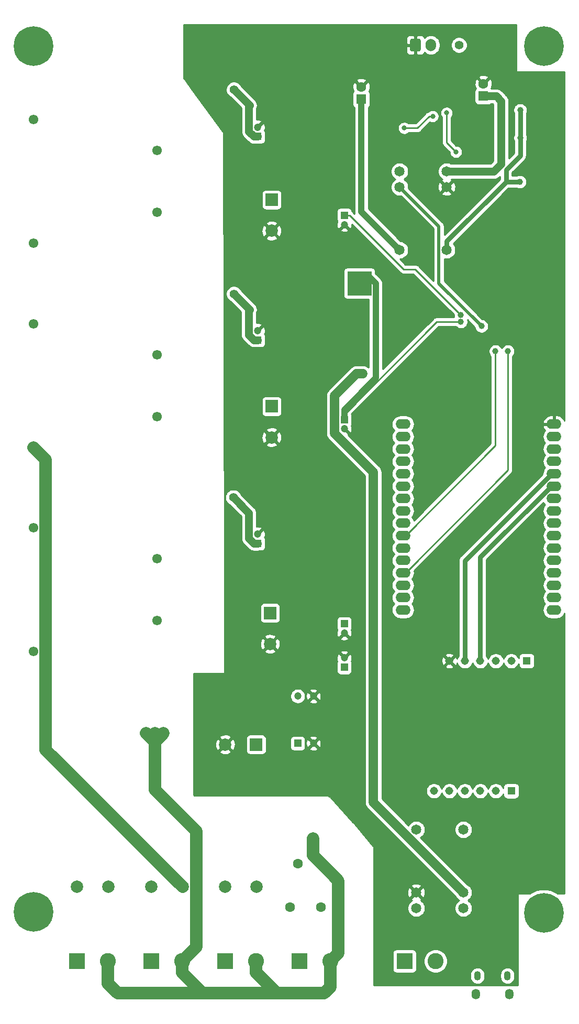
<source format=gbr>
G04 #@! TF.GenerationSoftware,KiCad,Pcbnew,(5.1.4)-1*
G04 #@! TF.CreationDate,2019-12-15T21:40:21+01:00*
G04 #@! TF.ProjectId,AcMonitoringSystem,41634d6f-6e69-4746-9f72-696e67537973,rev?*
G04 #@! TF.SameCoordinates,Original*
G04 #@! TF.FileFunction,Copper,L2,Bot*
G04 #@! TF.FilePolarity,Positive*
%FSLAX46Y46*%
G04 Gerber Fmt 4.6, Leading zero omitted, Abs format (unit mm)*
G04 Created by KiCad (PCBNEW (5.1.4)-1) date 2019-12-15 21:40:21*
%MOMM*%
%LPD*%
G04 APERTURE LIST*
%ADD10C,0.100000*%
%ADD11O,2.400000X1.600000*%
%ADD12C,1.550000*%
%ADD13C,0.800000*%
%ADD14C,6.400000*%
%ADD15R,2.000000X2.000000*%
%ADD16C,2.000000*%
%ADD17R,1.200000X1.200000*%
%ADD18C,1.200000*%
%ADD19C,1.600000*%
%ADD20R,1.600000X1.600000*%
%ADD21R,2.600000X2.600000*%
%ADD22C,2.600000*%
%ADD23O,1.100000X1.500000*%
%ADD24O,1.350000X1.700000*%
%ADD25C,1.700000*%
%ADD26O,1.700000X2.000000*%
%ADD27C,1.650000*%
%ADD28C,1.300000*%
%ADD29C,1.308000*%
%ADD30R,1.308000X1.308000*%
%ADD31C,1.400000*%
%ADD32C,1.000000*%
%ADD33C,1.250000*%
%ADD34C,0.250000*%
%ADD35C,1.000000*%
%ADD36C,0.750000*%
%ADD37C,0.500000*%
%ADD38C,2.000000*%
%ADD39C,1.500000*%
%ADD40C,0.254000*%
G04 APERTURE END LIST*
D10*
G36*
X137650000Y-62550000D02*
G01*
X137650000Y-66450000D01*
X133750000Y-66450000D01*
X133750000Y-62550000D01*
X137650000Y-62550000D01*
G37*
D11*
X142750000Y-87250000D03*
X142750000Y-89250000D03*
X142750000Y-91250000D03*
X142750000Y-93250000D03*
X142750000Y-95250000D03*
X142750000Y-97250000D03*
X142750000Y-99250000D03*
X142750000Y-101250000D03*
X142750000Y-103250000D03*
X142750000Y-105250000D03*
X142750000Y-107250000D03*
X142750000Y-109250000D03*
X142750000Y-111250000D03*
X142750000Y-113250000D03*
X142750000Y-115250000D03*
X142750000Y-117250000D03*
X167150000Y-87250000D03*
X167150000Y-89250000D03*
X167150000Y-91250000D03*
X167150000Y-93250000D03*
X167150000Y-95250000D03*
X167150000Y-97250000D03*
X167150000Y-99250000D03*
X167150000Y-101250000D03*
X167150000Y-103250000D03*
X167150000Y-105250000D03*
X167150000Y-107250000D03*
X167150000Y-109250000D03*
X167150000Y-111250000D03*
X167150000Y-113250000D03*
X167150000Y-115250000D03*
X167150000Y-117250000D03*
D12*
X83000000Y-38000000D03*
X83000000Y-58000000D03*
X103000000Y-43000000D03*
X103000000Y-53000000D03*
D13*
X84697056Y-164302944D03*
X83000000Y-163600000D03*
X81302944Y-164302944D03*
X80600000Y-166000000D03*
X81302944Y-167697056D03*
X83000000Y-168400000D03*
X84697056Y-167697056D03*
X85400000Y-166000000D03*
D14*
X83000000Y-166000000D03*
D13*
X84697056Y-24502944D03*
X83000000Y-23800000D03*
X81302944Y-24502944D03*
X80600000Y-26200000D03*
X81302944Y-27897056D03*
X83000000Y-28600000D03*
X84697056Y-27897056D03*
X85400000Y-26200000D03*
D14*
X83000000Y-26200000D03*
X165500000Y-26200000D03*
D13*
X167900000Y-26200000D03*
X167197056Y-27897056D03*
X165500000Y-28600000D03*
X163802944Y-27897056D03*
X163100000Y-26200000D03*
X163802944Y-24502944D03*
X165500000Y-23800000D03*
X167197056Y-24502944D03*
D14*
X165500000Y-166200000D03*
D13*
X167900000Y-166200000D03*
X167197056Y-167897056D03*
X165500000Y-168600000D03*
X163802944Y-167897056D03*
X163100000Y-166200000D03*
X163802944Y-164502944D03*
X165500000Y-163800000D03*
X167197056Y-164502944D03*
D15*
X121500000Y-51000000D03*
D16*
X121500000Y-56000000D03*
D17*
X119250000Y-40750000D03*
D18*
X119250000Y-39250000D03*
X133250000Y-55000000D03*
D17*
X133250000Y-53500000D03*
D16*
X121500000Y-89375000D03*
D15*
X121500000Y-84375000D03*
D17*
X119250000Y-73625000D03*
D18*
X119250000Y-72125000D03*
D17*
X133250000Y-86500000D03*
D18*
X133250000Y-88000000D03*
D16*
X121250000Y-122750000D03*
D15*
X121250000Y-117750000D03*
D18*
X119250000Y-105000000D03*
D17*
X119250000Y-106500000D03*
X133250000Y-119500000D03*
D18*
X133250000Y-121000000D03*
D15*
X119000000Y-139000000D03*
D16*
X114000000Y-139000000D03*
D18*
X133250000Y-125000000D03*
D17*
X133250000Y-126500000D03*
D19*
X136000000Y-32750000D03*
D20*
X136000000Y-34750000D03*
X155750000Y-34250000D03*
D19*
X155750000Y-32250000D03*
D16*
X90000000Y-162000000D03*
X95080000Y-162010000D03*
X107080000Y-162010000D03*
X102000000Y-162000000D03*
X114000000Y-162000000D03*
X119080000Y-162010000D03*
D19*
X124500000Y-165250000D03*
X129500000Y-165250000D03*
D21*
X90000000Y-174000000D03*
D22*
X95000000Y-174000000D03*
D21*
X102000000Y-174000000D03*
D22*
X107000000Y-174000000D03*
X119000000Y-174000000D03*
D21*
X114000000Y-174000000D03*
X126000000Y-174000000D03*
D22*
X131000000Y-174000000D03*
D23*
X154805000Y-176365000D03*
X159645000Y-176365000D03*
D24*
X154495000Y-179365000D03*
X159955000Y-179365000D03*
D10*
G36*
X145374504Y-25001204D02*
G01*
X145398773Y-25004804D01*
X145422571Y-25010765D01*
X145445671Y-25019030D01*
X145467849Y-25029520D01*
X145488893Y-25042133D01*
X145508598Y-25056747D01*
X145526777Y-25073223D01*
X145543253Y-25091402D01*
X145557867Y-25111107D01*
X145570480Y-25132151D01*
X145580970Y-25154329D01*
X145589235Y-25177429D01*
X145595196Y-25201227D01*
X145598796Y-25225496D01*
X145600000Y-25250000D01*
X145600000Y-26750000D01*
X145598796Y-26774504D01*
X145595196Y-26798773D01*
X145589235Y-26822571D01*
X145580970Y-26845671D01*
X145570480Y-26867849D01*
X145557867Y-26888893D01*
X145543253Y-26908598D01*
X145526777Y-26926777D01*
X145508598Y-26943253D01*
X145488893Y-26957867D01*
X145467849Y-26970480D01*
X145445671Y-26980970D01*
X145422571Y-26989235D01*
X145398773Y-26995196D01*
X145374504Y-26998796D01*
X145350000Y-27000000D01*
X144150000Y-27000000D01*
X144125496Y-26998796D01*
X144101227Y-26995196D01*
X144077429Y-26989235D01*
X144054329Y-26980970D01*
X144032151Y-26970480D01*
X144011107Y-26957867D01*
X143991402Y-26943253D01*
X143973223Y-26926777D01*
X143956747Y-26908598D01*
X143942133Y-26888893D01*
X143929520Y-26867849D01*
X143919030Y-26845671D01*
X143910765Y-26822571D01*
X143904804Y-26798773D01*
X143901204Y-26774504D01*
X143900000Y-26750000D01*
X143900000Y-25250000D01*
X143901204Y-25225496D01*
X143904804Y-25201227D01*
X143910765Y-25177429D01*
X143919030Y-25154329D01*
X143929520Y-25132151D01*
X143942133Y-25111107D01*
X143956747Y-25091402D01*
X143973223Y-25073223D01*
X143991402Y-25056747D01*
X144011107Y-25042133D01*
X144032151Y-25029520D01*
X144054329Y-25019030D01*
X144077429Y-25010765D01*
X144101227Y-25004804D01*
X144125496Y-25001204D01*
X144150000Y-25000000D01*
X145350000Y-25000000D01*
X145374504Y-25001204D01*
X145374504Y-25001204D01*
G37*
D25*
X144750000Y-26000000D03*
D26*
X147250000Y-26000000D03*
D22*
X148000000Y-174000000D03*
D21*
X143000000Y-174000000D03*
D27*
X149810000Y-46400000D03*
X149810000Y-48940000D03*
X149810000Y-59100000D03*
X142190000Y-59100000D03*
X142190000Y-48940000D03*
X142190000Y-46400000D03*
X152510000Y-165450000D03*
X152510000Y-162910000D03*
X152510000Y-152750000D03*
X144890000Y-152750000D03*
X144890000Y-162910000D03*
X144890000Y-165450000D03*
D28*
X137000000Y-63200000D03*
X137000000Y-65800000D03*
X134400000Y-63200000D03*
X134400000Y-65800000D03*
D19*
X125750000Y-158250000D03*
X130750000Y-159450000D03*
D12*
X103000000Y-86000000D03*
X103000000Y-76000000D03*
X83000000Y-91000000D03*
X83000000Y-71000000D03*
X83000000Y-104000000D03*
X83000000Y-124000000D03*
X103000000Y-109000000D03*
X103000000Y-119000000D03*
D17*
X125730000Y-138810000D03*
D18*
X128270000Y-138810000D03*
X128270000Y-131190000D03*
X125730000Y-131190000D03*
D29*
X147750000Y-146500000D03*
X150250000Y-146500000D03*
X152750000Y-146500000D03*
X155250000Y-146500000D03*
X157750000Y-146500000D03*
X150250000Y-125500000D03*
X152750000Y-125500000D03*
X155250000Y-125500000D03*
X157750000Y-125500000D03*
X160250000Y-125500000D03*
D30*
X162750000Y-125500000D03*
X160250000Y-146500000D03*
D31*
X115400000Y-33200000D03*
D32*
X152100000Y-69600000D03*
D31*
X115400000Y-66200000D03*
D32*
X152100000Y-70700000D03*
D31*
X115300000Y-99100000D03*
D32*
X155450000Y-71400000D03*
X161650000Y-48100000D03*
X161700000Y-36500000D03*
X161700000Y-41000000D03*
D31*
X151800000Y-26000000D03*
X102600000Y-137200000D03*
X101200000Y-137200000D03*
X104000000Y-137200000D03*
X128200000Y-154200000D03*
X136250000Y-79100000D03*
D32*
X157700000Y-75450000D03*
X159700000Y-75450000D03*
D13*
X149800000Y-36950000D03*
X151300000Y-43250000D03*
X147550000Y-37500000D03*
X142950000Y-39400000D03*
D32*
X123150000Y-145950000D03*
X152100000Y-74000000D03*
D13*
X121600000Y-100900000D03*
X121600000Y-104100000D03*
X121600000Y-99300000D03*
X122400000Y-101700000D03*
X122400000Y-100100000D03*
X122000000Y-105600000D03*
X122400000Y-102500000D03*
X122400000Y-100900000D03*
X121600000Y-103300000D03*
X122400000Y-104900000D03*
X122400000Y-104100000D03*
X120900000Y-99700000D03*
X120900000Y-101300000D03*
X121600000Y-100100000D03*
X122400000Y-103300000D03*
X120900000Y-104500000D03*
X122400000Y-99300000D03*
X121600000Y-102500000D03*
X121600000Y-104900000D03*
X121600000Y-101700000D03*
X120900000Y-102900000D03*
X121600000Y-67500000D03*
X121600000Y-70700000D03*
X121600000Y-65900000D03*
X122400000Y-68300000D03*
X122400000Y-66700000D03*
X122000000Y-72200000D03*
X122400000Y-69100000D03*
X122400000Y-67500000D03*
X121600000Y-69900000D03*
X122400000Y-71500000D03*
X122400000Y-70700000D03*
X120900000Y-66300000D03*
X120900000Y-67900000D03*
X121600000Y-66700000D03*
X122400000Y-69900000D03*
X120900000Y-71100000D03*
X122400000Y-65900000D03*
X121600000Y-69100000D03*
X121600000Y-71500000D03*
X121600000Y-68300000D03*
X120900000Y-69500000D03*
X125600000Y-97700000D03*
X121600000Y-98500000D03*
X128000000Y-98500000D03*
X127200000Y-98500000D03*
X123200000Y-97700000D03*
X122400000Y-97700000D03*
X127200000Y-97700000D03*
X123200000Y-98500000D03*
X124000000Y-97700000D03*
X121600000Y-97700000D03*
X124800000Y-97700000D03*
X128000000Y-97700000D03*
X122400000Y-98500000D03*
X126400000Y-97700000D03*
X124000000Y-98500000D03*
X126400000Y-98500000D03*
X125600000Y-98500000D03*
X124800000Y-98500000D03*
X122000000Y-97000000D03*
X123600000Y-97000000D03*
X126800000Y-97000000D03*
X125200000Y-97000000D03*
X120900000Y-98100000D03*
X125600000Y-64300000D03*
X121600000Y-65100000D03*
X128000000Y-65100000D03*
X127200000Y-65100000D03*
X123200000Y-64300000D03*
X122400000Y-64300000D03*
X127200000Y-64300000D03*
X123200000Y-65100000D03*
X124000000Y-64300000D03*
X121600000Y-64300000D03*
X124800000Y-64300000D03*
X128000000Y-64300000D03*
X122400000Y-65100000D03*
X126400000Y-64300000D03*
X124000000Y-65100000D03*
X126400000Y-65100000D03*
X125600000Y-65100000D03*
X124800000Y-65100000D03*
X122000000Y-63600000D03*
X123600000Y-63600000D03*
X126800000Y-63600000D03*
X125200000Y-63600000D03*
X120900000Y-64700000D03*
X130500000Y-100200000D03*
X131300000Y-97800000D03*
X131300000Y-104200000D03*
X130500000Y-102600000D03*
X131300000Y-98600000D03*
X131300000Y-103400000D03*
X130500000Y-103400000D03*
X130500000Y-98600000D03*
X131300000Y-102600000D03*
X130500000Y-99400000D03*
X131300000Y-101000000D03*
X130500000Y-104200000D03*
X131300000Y-101800000D03*
X131300000Y-100200000D03*
X131300000Y-99400000D03*
X130500000Y-101800000D03*
X130500000Y-101000000D03*
X130500000Y-97800000D03*
X131300000Y-105000000D03*
X130500000Y-105000000D03*
X132000000Y-98200000D03*
X130900000Y-97100000D03*
X132000000Y-99800000D03*
X132000000Y-104600000D03*
X132000000Y-103000000D03*
X132000000Y-101400000D03*
X130900000Y-105700000D03*
X130500000Y-67000000D03*
X131300000Y-64600000D03*
X131300000Y-71000000D03*
X130500000Y-69400000D03*
X131300000Y-65400000D03*
X131300000Y-70200000D03*
X130500000Y-70200000D03*
X130500000Y-65400000D03*
X131300000Y-69400000D03*
X130500000Y-66200000D03*
X131300000Y-67800000D03*
X130500000Y-71000000D03*
X131300000Y-68600000D03*
X131300000Y-67000000D03*
X131300000Y-66200000D03*
X130500000Y-68600000D03*
X130500000Y-67800000D03*
X130500000Y-64600000D03*
X131300000Y-71800000D03*
X130500000Y-71800000D03*
X132000000Y-65000000D03*
X130900000Y-63900000D03*
X132000000Y-66600000D03*
X132000000Y-71400000D03*
X132000000Y-69800000D03*
X132000000Y-68200000D03*
X130900000Y-72500000D03*
X122100000Y-31200000D03*
X130500000Y-34400000D03*
X131300000Y-38400000D03*
X131300000Y-32000000D03*
X131300000Y-32800000D03*
X130500000Y-36800000D03*
X130500000Y-37600000D03*
X130500000Y-32800000D03*
X131300000Y-36800000D03*
X130500000Y-36000000D03*
X130500000Y-38400000D03*
X130500000Y-35200000D03*
X130500000Y-32000000D03*
X131300000Y-37600000D03*
X130500000Y-33600000D03*
X131300000Y-36000000D03*
X131300000Y-33600000D03*
X131300000Y-34400000D03*
X131300000Y-35200000D03*
X131300000Y-39200000D03*
X130500000Y-39200000D03*
X121700000Y-37500000D03*
X122500000Y-38300000D03*
X122500000Y-37500000D03*
X121700000Y-39100000D03*
X122500000Y-39100000D03*
X121700000Y-38300000D03*
X121700000Y-34300000D03*
X122500000Y-31900000D03*
X122500000Y-32700000D03*
X121700000Y-36700000D03*
X121700000Y-32700000D03*
X122500000Y-36700000D03*
X121700000Y-35900000D03*
X121700000Y-35100000D03*
X121700000Y-31900000D03*
X121700000Y-33500000D03*
X122500000Y-35900000D03*
X122500000Y-33500000D03*
X122500000Y-34300000D03*
X122500000Y-35100000D03*
X128100000Y-31900000D03*
X127300000Y-31900000D03*
X123300000Y-31900000D03*
X124100000Y-31900000D03*
X126500000Y-31900000D03*
X125700000Y-31900000D03*
X124900000Y-31900000D03*
X128100000Y-32700000D03*
X127300000Y-32700000D03*
D31*
X140000000Y-26000000D03*
D32*
X139600000Y-35800000D03*
X152400000Y-32200000D03*
X154200000Y-36600000D03*
X168000000Y-53800000D03*
X157600000Y-56200000D03*
D13*
X123300000Y-32700000D03*
X124100000Y-32700000D03*
X124900000Y-32700000D03*
X125700000Y-32700000D03*
X126500000Y-32700000D03*
X123700000Y-31200000D03*
X125300000Y-31200000D03*
X126900000Y-31200000D03*
X130900000Y-31300000D03*
X132000000Y-32400000D03*
X132000000Y-34000000D03*
X132000000Y-35600000D03*
X132000000Y-37200000D03*
X132000000Y-38800000D03*
X130900000Y-39900000D03*
X122100000Y-39800000D03*
X121000000Y-32300000D03*
X121000000Y-33900000D03*
X121000000Y-35500000D03*
X121000000Y-37100000D03*
X121000000Y-38700000D03*
D32*
X165450000Y-65050000D03*
X155300000Y-132300000D03*
X160250000Y-132300000D03*
D13*
X158550000Y-174750000D03*
D33*
X115400000Y-33200000D02*
X117924999Y-35724999D01*
X118640998Y-40750000D02*
X119250000Y-40750000D01*
X117824999Y-39934001D02*
X118640998Y-40750000D01*
X117824999Y-35824999D02*
X117824999Y-39934001D01*
X117924999Y-35724999D02*
X117824999Y-35824999D01*
D34*
X134100000Y-53500000D02*
X133250000Y-53500000D01*
X142824999Y-62224999D02*
X134100000Y-53500000D01*
X144724999Y-62224999D02*
X142824999Y-62224999D01*
X152100000Y-69600000D02*
X144724999Y-62224999D01*
D33*
X115400000Y-66200000D02*
X117924999Y-68724999D01*
X118640998Y-73625000D02*
X119250000Y-73625000D01*
X117800000Y-72784002D02*
X118640998Y-73625000D01*
X117800000Y-68849998D02*
X117800000Y-72784002D01*
X117924999Y-68724999D02*
X117800000Y-68849998D01*
D35*
X133250000Y-84900000D02*
X133250000Y-86500000D01*
X137000000Y-63200000D02*
X138350001Y-64550001D01*
X138350001Y-66650001D02*
X138350001Y-79799999D01*
X138350001Y-64550001D02*
X138350001Y-66650001D01*
D36*
X133250000Y-85150000D02*
X133250000Y-86500000D01*
D35*
X138350001Y-79799999D02*
X133250000Y-84900000D01*
D34*
X133250000Y-85650000D02*
X133250000Y-86500000D01*
X148200000Y-70700000D02*
X133250000Y-85650000D01*
X152100000Y-70700000D02*
X148200000Y-70700000D01*
D33*
X118640998Y-106500000D02*
X119250000Y-106500000D01*
X117824999Y-105684001D02*
X118640998Y-106500000D01*
X117824999Y-101624999D02*
X117824999Y-105684001D01*
X115300000Y-99100000D02*
X117824999Y-101624999D01*
D37*
X143014999Y-49764999D02*
X142190000Y-48940000D01*
X148534999Y-55284999D02*
X143014999Y-49764999D01*
X148534999Y-64484999D02*
X148534999Y-55284999D01*
X155450000Y-71400000D02*
X148534999Y-64484999D01*
D36*
X149810000Y-59100000D02*
X149810000Y-57690000D01*
X149810000Y-57690000D02*
X159400000Y-48100000D01*
X159400000Y-48100000D02*
X161650000Y-48100000D01*
X161650000Y-48100000D02*
X161650000Y-48100000D01*
X159400000Y-46147070D02*
X161700000Y-43847070D01*
X159400000Y-48100000D02*
X159400000Y-46147070D01*
X161700000Y-43847070D02*
X161700000Y-42100000D01*
X161700000Y-36500000D02*
X161700000Y-36500000D01*
X161700000Y-42100000D02*
X161700000Y-36500000D01*
D35*
X136000000Y-52910000D02*
X142190000Y-59100000D01*
X136000000Y-34750000D02*
X136000000Y-52910000D01*
D33*
X151550000Y-46400000D02*
X149810000Y-46400000D01*
X157450000Y-46400000D02*
X151550000Y-46400000D01*
X158600000Y-45250000D02*
X157450000Y-46400000D01*
X158600000Y-35050000D02*
X158600000Y-45250000D01*
X155750000Y-34250000D02*
X157800000Y-34250000D01*
X157800000Y-34250000D02*
X158600000Y-35050000D01*
D38*
X131549999Y-160249999D02*
X130750000Y-159450000D01*
X132299999Y-160999999D02*
X131549999Y-160249999D01*
X132299999Y-172700001D02*
X132299999Y-160999999D01*
X131000000Y-174000000D02*
X132299999Y-172700001D01*
X130750000Y-159450000D02*
X128200000Y-156900000D01*
X128200000Y-156900000D02*
X128200000Y-154200000D01*
X95000000Y-177600000D02*
X95000000Y-174000000D01*
X96600000Y-179200000D02*
X95000000Y-177600000D01*
X131000000Y-174000000D02*
X131000000Y-178200000D01*
X131000000Y-178200000D02*
X130000000Y-179200000D01*
X122000000Y-178838477D02*
X122000000Y-179200000D01*
X119000000Y-175838477D02*
X122000000Y-178838477D01*
X119000000Y-174000000D02*
X119000000Y-175838477D01*
X130000000Y-179200000D02*
X122000000Y-179200000D01*
X109800000Y-178638477D02*
X109800000Y-179200000D01*
X107000000Y-175838477D02*
X109800000Y-178638477D01*
X107000000Y-174000000D02*
X107000000Y-175838477D01*
X122000000Y-179200000D02*
X109800000Y-179200000D01*
X109800000Y-179200000D02*
X96600000Y-179200000D01*
X102600000Y-138600000D02*
X102600000Y-137200000D01*
X109280001Y-171719999D02*
X107000000Y-174000000D01*
X109280001Y-153012425D02*
X109280001Y-171719999D01*
X102600000Y-146332424D02*
X109280001Y-153012425D01*
X102600000Y-138600000D02*
X102600000Y-146332424D01*
X101200000Y-137200000D02*
X102600000Y-138600000D01*
X104000000Y-137200000D02*
X102600000Y-138600000D01*
X83774999Y-91774999D02*
X83000000Y-91000000D01*
X84975001Y-92975001D02*
X83774999Y-91774999D01*
X84975001Y-139905001D02*
X84975001Y-92975001D01*
X107080000Y-162010000D02*
X84975001Y-139905001D01*
D39*
X137955998Y-148355998D02*
X152510000Y-162910000D01*
X137955998Y-95000000D02*
X137955998Y-148355998D01*
X131699999Y-88744001D02*
X137955998Y-95000000D01*
X131699999Y-82660052D02*
X131699999Y-88744001D01*
X136250000Y-79100000D02*
X135260051Y-79100000D01*
X135260051Y-79100000D02*
X131699999Y-82660052D01*
D34*
X143150000Y-105250000D02*
X142750000Y-105250000D01*
X157700000Y-90700000D02*
X143150000Y-105250000D01*
X157700000Y-75450000D02*
X157700000Y-90700000D01*
X143150000Y-109250000D02*
X142750000Y-109250000D01*
X143150000Y-111250000D02*
X142750000Y-111250000D01*
X159700000Y-94700000D02*
X143150000Y-111250000D01*
X159700000Y-75450000D02*
X159700000Y-94700000D01*
D36*
X152750000Y-124575105D02*
X152750000Y-125500000D01*
X152750000Y-109305443D02*
X152750000Y-124575105D01*
X166805443Y-95250000D02*
X152750000Y-109305443D01*
X167150000Y-95250000D02*
X166805443Y-95250000D01*
X155250000Y-124575105D02*
X155250000Y-125500000D01*
X155250000Y-108750000D02*
X155250000Y-124575105D01*
X166750000Y-97250000D02*
X155250000Y-108750000D01*
X167150000Y-97250000D02*
X166750000Y-97250000D01*
D34*
X149800000Y-41750000D02*
X151300000Y-43250000D01*
X149800000Y-36950000D02*
X149800000Y-41750000D01*
X146984315Y-37500000D02*
X145084315Y-39400000D01*
X147550000Y-37500000D02*
X146984315Y-37500000D01*
X145084315Y-39400000D02*
X142950000Y-39400000D01*
X142950000Y-39400000D02*
X142950000Y-39400000D01*
D40*
G36*
X161073000Y-30200000D02*
G01*
X161075440Y-30224776D01*
X161082667Y-30248601D01*
X161094403Y-30270557D01*
X161110197Y-30289803D01*
X161129443Y-30305597D01*
X161151399Y-30317333D01*
X161175224Y-30324560D01*
X161200000Y-30327000D01*
X168873000Y-30327000D01*
X168873000Y-86697564D01*
X168813715Y-86558354D01*
X168654500Y-86325105D01*
X168452839Y-86127399D01*
X168216483Y-85972834D01*
X167954514Y-85867350D01*
X167677000Y-85815000D01*
X167277000Y-85815000D01*
X167277000Y-87123000D01*
X167297000Y-87123000D01*
X167297000Y-87377000D01*
X167277000Y-87377000D01*
X167277000Y-87397000D01*
X167023000Y-87397000D01*
X167023000Y-87377000D01*
X165480085Y-87377000D01*
X165358096Y-87599039D01*
X165375633Y-87681818D01*
X165486285Y-87941646D01*
X165645500Y-88174895D01*
X165717781Y-88245758D01*
X165551068Y-88448899D01*
X165417818Y-88698192D01*
X165335764Y-88968691D01*
X165308057Y-89250000D01*
X165335764Y-89531309D01*
X165417818Y-89801808D01*
X165551068Y-90051101D01*
X165714300Y-90250000D01*
X165551068Y-90448899D01*
X165417818Y-90698192D01*
X165335764Y-90968691D01*
X165308057Y-91250000D01*
X165335764Y-91531309D01*
X165417818Y-91801808D01*
X165551068Y-92051101D01*
X165714300Y-92250000D01*
X165551068Y-92448899D01*
X165417818Y-92698192D01*
X165335764Y-92968691D01*
X165308057Y-93250000D01*
X165335764Y-93531309D01*
X165417818Y-93801808D01*
X165551068Y-94051101D01*
X165714300Y-94250000D01*
X165551068Y-94448899D01*
X165417818Y-94698192D01*
X165335764Y-94968691D01*
X165308057Y-95250000D01*
X165314246Y-95312842D01*
X152070906Y-108556182D01*
X152032367Y-108587810D01*
X151906153Y-108741603D01*
X151820372Y-108902089D01*
X151812368Y-108917064D01*
X151754615Y-109107449D01*
X151735114Y-109305443D01*
X151740000Y-109355051D01*
X151740001Y-124525488D01*
X151740000Y-124525498D01*
X151740000Y-124691432D01*
X151607703Y-124889430D01*
X151510535Y-125124013D01*
X151501666Y-125168603D01*
X151415368Y-124934707D01*
X151367468Y-124845093D01*
X151138387Y-124791218D01*
X150429605Y-125500000D01*
X151138387Y-126208782D01*
X151367468Y-126154907D01*
X151473763Y-125924316D01*
X151499129Y-125818643D01*
X151510535Y-125875987D01*
X151607703Y-126110570D01*
X151748768Y-126321690D01*
X151928310Y-126501232D01*
X152139430Y-126642297D01*
X152374013Y-126739465D01*
X152623045Y-126789000D01*
X152876955Y-126789000D01*
X153125987Y-126739465D01*
X153360570Y-126642297D01*
X153571690Y-126501232D01*
X153751232Y-126321690D01*
X153892297Y-126110570D01*
X153989465Y-125875987D01*
X154000000Y-125823023D01*
X154010535Y-125875987D01*
X154107703Y-126110570D01*
X154248768Y-126321690D01*
X154428310Y-126501232D01*
X154639430Y-126642297D01*
X154874013Y-126739465D01*
X155123045Y-126789000D01*
X155376955Y-126789000D01*
X155625987Y-126739465D01*
X155860570Y-126642297D01*
X156071690Y-126501232D01*
X156251232Y-126321690D01*
X156392297Y-126110570D01*
X156489465Y-125875987D01*
X156500000Y-125823023D01*
X156510535Y-125875987D01*
X156607703Y-126110570D01*
X156748768Y-126321690D01*
X156928310Y-126501232D01*
X157139430Y-126642297D01*
X157374013Y-126739465D01*
X157623045Y-126789000D01*
X157876955Y-126789000D01*
X158125987Y-126739465D01*
X158360570Y-126642297D01*
X158571690Y-126501232D01*
X158751232Y-126321690D01*
X158892297Y-126110570D01*
X158989465Y-125875987D01*
X159000000Y-125823023D01*
X159010535Y-125875987D01*
X159107703Y-126110570D01*
X159248768Y-126321690D01*
X159428310Y-126501232D01*
X159639430Y-126642297D01*
X159874013Y-126739465D01*
X160123045Y-126789000D01*
X160376955Y-126789000D01*
X160625987Y-126739465D01*
X160860570Y-126642297D01*
X161071690Y-126501232D01*
X161251232Y-126321690D01*
X161392297Y-126110570D01*
X161457928Y-125952124D01*
X161457928Y-126154000D01*
X161470188Y-126278482D01*
X161506498Y-126398180D01*
X161565463Y-126508494D01*
X161644815Y-126605185D01*
X161741506Y-126684537D01*
X161851820Y-126743502D01*
X161971518Y-126779812D01*
X162096000Y-126792072D01*
X163404000Y-126792072D01*
X163528482Y-126779812D01*
X163648180Y-126743502D01*
X163758494Y-126684537D01*
X163855185Y-126605185D01*
X163934537Y-126508494D01*
X163993502Y-126398180D01*
X164029812Y-126278482D01*
X164042072Y-126154000D01*
X164042072Y-124846000D01*
X164029812Y-124721518D01*
X163993502Y-124601820D01*
X163934537Y-124491506D01*
X163855185Y-124394815D01*
X163758494Y-124315463D01*
X163648180Y-124256498D01*
X163528482Y-124220188D01*
X163404000Y-124207928D01*
X162096000Y-124207928D01*
X161971518Y-124220188D01*
X161851820Y-124256498D01*
X161741506Y-124315463D01*
X161644815Y-124394815D01*
X161565463Y-124491506D01*
X161506498Y-124601820D01*
X161470188Y-124721518D01*
X161457928Y-124846000D01*
X161457928Y-125047876D01*
X161392297Y-124889430D01*
X161251232Y-124678310D01*
X161071690Y-124498768D01*
X160860570Y-124357703D01*
X160625987Y-124260535D01*
X160376955Y-124211000D01*
X160123045Y-124211000D01*
X159874013Y-124260535D01*
X159639430Y-124357703D01*
X159428310Y-124498768D01*
X159248768Y-124678310D01*
X159107703Y-124889430D01*
X159010535Y-125124013D01*
X159000000Y-125176977D01*
X158989465Y-125124013D01*
X158892297Y-124889430D01*
X158751232Y-124678310D01*
X158571690Y-124498768D01*
X158360570Y-124357703D01*
X158125987Y-124260535D01*
X157876955Y-124211000D01*
X157623045Y-124211000D01*
X157374013Y-124260535D01*
X157139430Y-124357703D01*
X156928310Y-124498768D01*
X156748768Y-124678310D01*
X156607703Y-124889430D01*
X156510535Y-125124013D01*
X156500000Y-125176977D01*
X156489465Y-125124013D01*
X156392297Y-124889430D01*
X156260000Y-124691432D01*
X156260000Y-109168355D01*
X165490524Y-99937832D01*
X165551068Y-100051101D01*
X165714300Y-100250000D01*
X165551068Y-100448899D01*
X165417818Y-100698192D01*
X165335764Y-100968691D01*
X165308057Y-101250000D01*
X165335764Y-101531309D01*
X165417818Y-101801808D01*
X165551068Y-102051101D01*
X165714300Y-102250000D01*
X165551068Y-102448899D01*
X165417818Y-102698192D01*
X165335764Y-102968691D01*
X165308057Y-103250000D01*
X165335764Y-103531309D01*
X165417818Y-103801808D01*
X165551068Y-104051101D01*
X165714300Y-104250000D01*
X165551068Y-104448899D01*
X165417818Y-104698192D01*
X165335764Y-104968691D01*
X165308057Y-105250000D01*
X165335764Y-105531309D01*
X165417818Y-105801808D01*
X165551068Y-106051101D01*
X165714300Y-106250000D01*
X165551068Y-106448899D01*
X165417818Y-106698192D01*
X165335764Y-106968691D01*
X165308057Y-107250000D01*
X165335764Y-107531309D01*
X165417818Y-107801808D01*
X165551068Y-108051101D01*
X165714300Y-108250000D01*
X165551068Y-108448899D01*
X165417818Y-108698192D01*
X165335764Y-108968691D01*
X165308057Y-109250000D01*
X165335764Y-109531309D01*
X165417818Y-109801808D01*
X165551068Y-110051101D01*
X165714300Y-110250000D01*
X165551068Y-110448899D01*
X165417818Y-110698192D01*
X165335764Y-110968691D01*
X165308057Y-111250000D01*
X165335764Y-111531309D01*
X165417818Y-111801808D01*
X165551068Y-112051101D01*
X165714300Y-112250000D01*
X165551068Y-112448899D01*
X165417818Y-112698192D01*
X165335764Y-112968691D01*
X165308057Y-113250000D01*
X165335764Y-113531309D01*
X165417818Y-113801808D01*
X165551068Y-114051101D01*
X165714300Y-114250000D01*
X165551068Y-114448899D01*
X165417818Y-114698192D01*
X165335764Y-114968691D01*
X165308057Y-115250000D01*
X165335764Y-115531309D01*
X165417818Y-115801808D01*
X165551068Y-116051101D01*
X165714300Y-116250000D01*
X165551068Y-116448899D01*
X165417818Y-116698192D01*
X165335764Y-116968691D01*
X165308057Y-117250000D01*
X165335764Y-117531309D01*
X165417818Y-117801808D01*
X165551068Y-118051101D01*
X165730392Y-118269608D01*
X165948899Y-118448932D01*
X166198192Y-118582182D01*
X166468691Y-118664236D01*
X166679508Y-118685000D01*
X167620492Y-118685000D01*
X167831309Y-118664236D01*
X168101808Y-118582182D01*
X168351101Y-118448932D01*
X168569608Y-118269608D01*
X168748932Y-118051101D01*
X168873000Y-117818986D01*
X168873000Y-163073000D01*
X167722932Y-163073000D01*
X167316554Y-162801467D01*
X166618628Y-162512377D01*
X165877715Y-162365000D01*
X165122285Y-162365000D01*
X164381372Y-162512377D01*
X163683446Y-162801467D01*
X163277068Y-163073000D01*
X161400000Y-163073000D01*
X161375224Y-163075440D01*
X161351399Y-163082667D01*
X161329443Y-163094403D01*
X161310197Y-163110197D01*
X161294403Y-163129443D01*
X161282667Y-163151399D01*
X161275440Y-163175224D01*
X161273000Y-163200000D01*
X161273000Y-177873000D01*
X138060000Y-177873000D01*
X138060000Y-176106794D01*
X153620000Y-176106794D01*
X153620000Y-176623207D01*
X153637147Y-176797300D01*
X153704906Y-177020674D01*
X153814943Y-177226536D01*
X153963026Y-177406975D01*
X154143465Y-177555058D01*
X154349327Y-177665094D01*
X154572701Y-177732853D01*
X154805000Y-177755733D01*
X155037300Y-177732853D01*
X155260674Y-177665094D01*
X155466536Y-177555058D01*
X155646975Y-177406975D01*
X155795058Y-177226536D01*
X155905094Y-177020673D01*
X155972853Y-176797299D01*
X155990000Y-176623206D01*
X155990000Y-176106794D01*
X158460000Y-176106794D01*
X158460000Y-176623207D01*
X158477147Y-176797300D01*
X158544906Y-177020674D01*
X158654943Y-177226536D01*
X158803026Y-177406975D01*
X158983465Y-177555058D01*
X159189327Y-177665094D01*
X159412701Y-177732853D01*
X159645000Y-177755733D01*
X159877300Y-177732853D01*
X160100674Y-177665094D01*
X160306536Y-177555058D01*
X160486975Y-177406975D01*
X160635058Y-177226536D01*
X160745094Y-177020673D01*
X160812853Y-176797299D01*
X160830000Y-176623206D01*
X160830000Y-176106793D01*
X160812853Y-175932700D01*
X160745094Y-175709326D01*
X160635058Y-175503464D01*
X160486975Y-175323025D01*
X160306535Y-175174942D01*
X160100673Y-175064906D01*
X159877299Y-174997147D01*
X159645000Y-174974267D01*
X159412700Y-174997147D01*
X159189326Y-175064906D01*
X158983464Y-175174942D01*
X158803025Y-175323025D01*
X158654942Y-175503465D01*
X158544906Y-175709327D01*
X158477147Y-175932701D01*
X158460000Y-176106794D01*
X155990000Y-176106794D01*
X155990000Y-176106793D01*
X155972853Y-175932700D01*
X155905094Y-175709326D01*
X155795058Y-175503464D01*
X155646975Y-175323025D01*
X155466535Y-175174942D01*
X155260673Y-175064906D01*
X155037299Y-174997147D01*
X154805000Y-174974267D01*
X154572700Y-174997147D01*
X154349326Y-175064906D01*
X154143464Y-175174942D01*
X153963025Y-175323025D01*
X153814942Y-175503465D01*
X153704906Y-175709327D01*
X153637147Y-175932701D01*
X153620000Y-176106794D01*
X138060000Y-176106794D01*
X138060000Y-172700000D01*
X141061928Y-172700000D01*
X141061928Y-175300000D01*
X141074188Y-175424482D01*
X141110498Y-175544180D01*
X141169463Y-175654494D01*
X141248815Y-175751185D01*
X141345506Y-175830537D01*
X141455820Y-175889502D01*
X141575518Y-175925812D01*
X141700000Y-175938072D01*
X144300000Y-175938072D01*
X144424482Y-175925812D01*
X144544180Y-175889502D01*
X144654494Y-175830537D01*
X144751185Y-175751185D01*
X144830537Y-175654494D01*
X144889502Y-175544180D01*
X144925812Y-175424482D01*
X144938072Y-175300000D01*
X144938072Y-173809419D01*
X146065000Y-173809419D01*
X146065000Y-174190581D01*
X146139361Y-174564419D01*
X146285225Y-174916566D01*
X146496987Y-175233491D01*
X146766509Y-175503013D01*
X147083434Y-175714775D01*
X147435581Y-175860639D01*
X147809419Y-175935000D01*
X148190581Y-175935000D01*
X148564419Y-175860639D01*
X148916566Y-175714775D01*
X149233491Y-175503013D01*
X149503013Y-175233491D01*
X149714775Y-174916566D01*
X149860639Y-174564419D01*
X149935000Y-174190581D01*
X149935000Y-173809419D01*
X149860639Y-173435581D01*
X149714775Y-173083434D01*
X149503013Y-172766509D01*
X149233491Y-172496987D01*
X148916566Y-172285225D01*
X148564419Y-172139361D01*
X148190581Y-172065000D01*
X147809419Y-172065000D01*
X147435581Y-172139361D01*
X147083434Y-172285225D01*
X146766509Y-172496987D01*
X146496987Y-172766509D01*
X146285225Y-173083434D01*
X146139361Y-173435581D01*
X146065000Y-173809419D01*
X144938072Y-173809419D01*
X144938072Y-172700000D01*
X144925812Y-172575518D01*
X144889502Y-172455820D01*
X144830537Y-172345506D01*
X144751185Y-172248815D01*
X144654494Y-172169463D01*
X144544180Y-172110498D01*
X144424482Y-172074188D01*
X144300000Y-172061928D01*
X141700000Y-172061928D01*
X141575518Y-172074188D01*
X141455820Y-172110498D01*
X141345506Y-172169463D01*
X141248815Y-172248815D01*
X141169463Y-172345506D01*
X141110498Y-172455820D01*
X141074188Y-172575518D01*
X141061928Y-172700000D01*
X138060000Y-172700000D01*
X138060000Y-165306203D01*
X143430000Y-165306203D01*
X143430000Y-165593797D01*
X143486107Y-165875866D01*
X143596165Y-166141569D01*
X143755944Y-166380696D01*
X143959304Y-166584056D01*
X144198431Y-166743835D01*
X144464134Y-166853893D01*
X144746203Y-166910000D01*
X145033797Y-166910000D01*
X145315866Y-166853893D01*
X145581569Y-166743835D01*
X145820696Y-166584056D01*
X146024056Y-166380696D01*
X146183835Y-166141569D01*
X146293893Y-165875866D01*
X146350000Y-165593797D01*
X146350000Y-165306203D01*
X146293893Y-165024134D01*
X146183835Y-164758431D01*
X146024056Y-164519304D01*
X145820696Y-164315944D01*
X145619424Y-164181459D01*
X145646337Y-164167073D01*
X145720946Y-163920551D01*
X144890000Y-163089605D01*
X144059054Y-163920551D01*
X144133663Y-164167073D01*
X144161977Y-164180523D01*
X143959304Y-164315944D01*
X143755944Y-164519304D01*
X143596165Y-164758431D01*
X143486107Y-165024134D01*
X143430000Y-165306203D01*
X138060000Y-165306203D01*
X138060000Y-162979521D01*
X143424583Y-162979521D01*
X143466303Y-163264074D01*
X143562735Y-163535020D01*
X143632927Y-163666337D01*
X143879449Y-163740946D01*
X144710395Y-162910000D01*
X145069605Y-162910000D01*
X145900551Y-163740946D01*
X146147073Y-163666337D01*
X146270473Y-163406561D01*
X146340823Y-163127703D01*
X146355417Y-162840479D01*
X146313697Y-162555926D01*
X146217265Y-162284980D01*
X146147073Y-162153663D01*
X145900551Y-162079054D01*
X145069605Y-162910000D01*
X144710395Y-162910000D01*
X143879449Y-162079054D01*
X143632927Y-162153663D01*
X143509527Y-162413439D01*
X143439177Y-162692297D01*
X143424583Y-162979521D01*
X138060000Y-162979521D01*
X138060000Y-161899449D01*
X144059054Y-161899449D01*
X144890000Y-162730395D01*
X145720946Y-161899449D01*
X145646337Y-161652927D01*
X145386561Y-161529527D01*
X145107703Y-161459177D01*
X144820479Y-161444583D01*
X144535926Y-161486303D01*
X144264980Y-161582735D01*
X144133663Y-161652927D01*
X144059054Y-161899449D01*
X138060000Y-161899449D01*
X138060000Y-155860777D01*
X138060769Y-155856637D01*
X138060000Y-155795903D01*
X138060000Y-155767581D01*
X138059588Y-155763403D01*
X138059123Y-155726639D01*
X138053233Y-155698872D01*
X138050450Y-155670617D01*
X138039773Y-155635421D01*
X138032145Y-155599460D01*
X138020952Y-155573377D01*
X138012710Y-155546207D01*
X137995376Y-155513776D01*
X137980876Y-155479988D01*
X137964808Y-155456588D01*
X137951425Y-155431550D01*
X137928095Y-155403123D01*
X137925723Y-155399668D01*
X137907522Y-155378054D01*
X137868948Y-155331052D01*
X137865688Y-155328377D01*
X134718713Y-151591344D01*
X134712261Y-151582580D01*
X134697840Y-151566556D01*
X134683959Y-151550073D01*
X134676170Y-151542479D01*
X131100646Y-147569675D01*
X131068948Y-147531052D01*
X131032108Y-147500818D01*
X130996923Y-147468703D01*
X130981964Y-147459666D01*
X130968450Y-147448575D01*
X130926420Y-147426110D01*
X130885645Y-147401476D01*
X130869211Y-147395531D01*
X130853793Y-147387290D01*
X130808186Y-147373455D01*
X130763390Y-147357250D01*
X130746116Y-147354626D01*
X130729383Y-147349550D01*
X130724269Y-147349046D01*
X130695433Y-147316205D01*
X130677252Y-147299197D01*
X130656102Y-147286063D01*
X130632796Y-147277308D01*
X130600000Y-147273000D01*
X109006381Y-147273000D01*
X108927000Y-147193619D01*
X108927000Y-140135413D01*
X113044192Y-140135413D01*
X113139956Y-140399814D01*
X113429571Y-140540704D01*
X113741108Y-140622384D01*
X114062595Y-140641718D01*
X114381675Y-140597961D01*
X114686088Y-140492795D01*
X114860044Y-140399814D01*
X114955808Y-140135413D01*
X114000000Y-139179605D01*
X113044192Y-140135413D01*
X108927000Y-140135413D01*
X108927000Y-139062595D01*
X112358282Y-139062595D01*
X112402039Y-139381675D01*
X112507205Y-139686088D01*
X112600186Y-139860044D01*
X112864587Y-139955808D01*
X113820395Y-139000000D01*
X114179605Y-139000000D01*
X115135413Y-139955808D01*
X115399814Y-139860044D01*
X115540704Y-139570429D01*
X115622384Y-139258892D01*
X115641718Y-138937405D01*
X115597961Y-138618325D01*
X115492795Y-138313912D01*
X115399814Y-138139956D01*
X115135413Y-138044192D01*
X114179605Y-139000000D01*
X113820395Y-139000000D01*
X112864587Y-138044192D01*
X112600186Y-138139956D01*
X112459296Y-138429571D01*
X112377616Y-138741108D01*
X112358282Y-139062595D01*
X108927000Y-139062595D01*
X108927000Y-137864587D01*
X113044192Y-137864587D01*
X114000000Y-138820395D01*
X114820395Y-138000000D01*
X117361928Y-138000000D01*
X117361928Y-140000000D01*
X117374188Y-140124482D01*
X117410498Y-140244180D01*
X117469463Y-140354494D01*
X117548815Y-140451185D01*
X117645506Y-140530537D01*
X117755820Y-140589502D01*
X117875518Y-140625812D01*
X118000000Y-140638072D01*
X120000000Y-140638072D01*
X120124482Y-140625812D01*
X120244180Y-140589502D01*
X120354494Y-140530537D01*
X120451185Y-140451185D01*
X120530537Y-140354494D01*
X120589502Y-140244180D01*
X120625812Y-140124482D01*
X120638072Y-140000000D01*
X120638072Y-138210000D01*
X124491928Y-138210000D01*
X124491928Y-139410000D01*
X124504188Y-139534482D01*
X124540498Y-139654180D01*
X124599463Y-139764494D01*
X124678815Y-139861185D01*
X124775506Y-139940537D01*
X124885820Y-139999502D01*
X125005518Y-140035812D01*
X125130000Y-140048072D01*
X126330000Y-140048072D01*
X126454482Y-140035812D01*
X126574180Y-139999502D01*
X126684494Y-139940537D01*
X126781185Y-139861185D01*
X126860537Y-139764494D01*
X126916517Y-139659764D01*
X127599841Y-139659764D01*
X127647148Y-139883348D01*
X127868516Y-139984237D01*
X128105313Y-140040000D01*
X128348438Y-140048495D01*
X128588549Y-140009395D01*
X128816418Y-139924202D01*
X128892852Y-139883348D01*
X128940159Y-139659764D01*
X128270000Y-138989605D01*
X127599841Y-139659764D01*
X126916517Y-139659764D01*
X126919502Y-139654180D01*
X126955812Y-139534482D01*
X126968072Y-139410000D01*
X126968072Y-138888438D01*
X127031505Y-138888438D01*
X127070605Y-139128549D01*
X127155798Y-139356418D01*
X127196652Y-139432852D01*
X127420236Y-139480159D01*
X128090395Y-138810000D01*
X128449605Y-138810000D01*
X129119764Y-139480159D01*
X129343348Y-139432852D01*
X129444237Y-139211484D01*
X129500000Y-138974687D01*
X129508495Y-138731562D01*
X129469395Y-138491451D01*
X129384202Y-138263582D01*
X129343348Y-138187148D01*
X129119764Y-138139841D01*
X128449605Y-138810000D01*
X128090395Y-138810000D01*
X127420236Y-138139841D01*
X127196652Y-138187148D01*
X127095763Y-138408516D01*
X127040000Y-138645313D01*
X127031505Y-138888438D01*
X126968072Y-138888438D01*
X126968072Y-138210000D01*
X126955812Y-138085518D01*
X126919502Y-137965820D01*
X126916518Y-137960236D01*
X127599841Y-137960236D01*
X128270000Y-138630395D01*
X128940159Y-137960236D01*
X128892852Y-137736652D01*
X128671484Y-137635763D01*
X128434687Y-137580000D01*
X128191562Y-137571505D01*
X127951451Y-137610605D01*
X127723582Y-137695798D01*
X127647148Y-137736652D01*
X127599841Y-137960236D01*
X126916518Y-137960236D01*
X126860537Y-137855506D01*
X126781185Y-137758815D01*
X126684494Y-137679463D01*
X126574180Y-137620498D01*
X126454482Y-137584188D01*
X126330000Y-137571928D01*
X125130000Y-137571928D01*
X125005518Y-137584188D01*
X124885820Y-137620498D01*
X124775506Y-137679463D01*
X124678815Y-137758815D01*
X124599463Y-137855506D01*
X124540498Y-137965820D01*
X124504188Y-138085518D01*
X124491928Y-138210000D01*
X120638072Y-138210000D01*
X120638072Y-138000000D01*
X120625812Y-137875518D01*
X120589502Y-137755820D01*
X120530537Y-137645506D01*
X120451185Y-137548815D01*
X120354494Y-137469463D01*
X120244180Y-137410498D01*
X120124482Y-137374188D01*
X120000000Y-137361928D01*
X118000000Y-137361928D01*
X117875518Y-137374188D01*
X117755820Y-137410498D01*
X117645506Y-137469463D01*
X117548815Y-137548815D01*
X117469463Y-137645506D01*
X117410498Y-137755820D01*
X117374188Y-137875518D01*
X117361928Y-138000000D01*
X114820395Y-138000000D01*
X114955808Y-137864587D01*
X114860044Y-137600186D01*
X114570429Y-137459296D01*
X114258892Y-137377616D01*
X113937405Y-137358282D01*
X113618325Y-137402039D01*
X113313912Y-137507205D01*
X113139956Y-137600186D01*
X113044192Y-137864587D01*
X108927000Y-137864587D01*
X108927000Y-131068363D01*
X124495000Y-131068363D01*
X124495000Y-131311637D01*
X124542460Y-131550236D01*
X124635557Y-131774992D01*
X124770713Y-131977267D01*
X124942733Y-132149287D01*
X125145008Y-132284443D01*
X125369764Y-132377540D01*
X125608363Y-132425000D01*
X125851637Y-132425000D01*
X126090236Y-132377540D01*
X126314992Y-132284443D01*
X126517267Y-132149287D01*
X126626790Y-132039764D01*
X127599841Y-132039764D01*
X127647148Y-132263348D01*
X127868516Y-132364237D01*
X128105313Y-132420000D01*
X128348438Y-132428495D01*
X128588549Y-132389395D01*
X128816418Y-132304202D01*
X128892852Y-132263348D01*
X128940159Y-132039764D01*
X128270000Y-131369605D01*
X127599841Y-132039764D01*
X126626790Y-132039764D01*
X126689287Y-131977267D01*
X126824443Y-131774992D01*
X126917540Y-131550236D01*
X126965000Y-131311637D01*
X126965000Y-131268438D01*
X127031505Y-131268438D01*
X127070605Y-131508549D01*
X127155798Y-131736418D01*
X127196652Y-131812852D01*
X127420236Y-131860159D01*
X128090395Y-131190000D01*
X128449605Y-131190000D01*
X129119764Y-131860159D01*
X129343348Y-131812852D01*
X129444237Y-131591484D01*
X129500000Y-131354687D01*
X129508495Y-131111562D01*
X129469395Y-130871451D01*
X129384202Y-130643582D01*
X129343348Y-130567148D01*
X129119764Y-130519841D01*
X128449605Y-131190000D01*
X128090395Y-131190000D01*
X127420236Y-130519841D01*
X127196652Y-130567148D01*
X127095763Y-130788516D01*
X127040000Y-131025313D01*
X127031505Y-131268438D01*
X126965000Y-131268438D01*
X126965000Y-131068363D01*
X126917540Y-130829764D01*
X126824443Y-130605008D01*
X126689287Y-130402733D01*
X126626790Y-130340236D01*
X127599841Y-130340236D01*
X128270000Y-131010395D01*
X128940159Y-130340236D01*
X128892852Y-130116652D01*
X128671484Y-130015763D01*
X128434687Y-129960000D01*
X128191562Y-129951505D01*
X127951451Y-129990605D01*
X127723582Y-130075798D01*
X127647148Y-130116652D01*
X127599841Y-130340236D01*
X126626790Y-130340236D01*
X126517267Y-130230713D01*
X126314992Y-130095557D01*
X126090236Y-130002460D01*
X125851637Y-129955000D01*
X125608363Y-129955000D01*
X125369764Y-130002460D01*
X125145008Y-130095557D01*
X124942733Y-130230713D01*
X124770713Y-130402733D01*
X124635557Y-130605008D01*
X124542460Y-130829764D01*
X124495000Y-131068363D01*
X108927000Y-131068363D01*
X108927000Y-127527000D01*
X113800000Y-127527000D01*
X113824776Y-127524560D01*
X113848601Y-127517333D01*
X113870557Y-127505597D01*
X113889803Y-127489803D01*
X113905597Y-127470557D01*
X113917333Y-127448601D01*
X113924560Y-127424776D01*
X113927000Y-127399709D01*
X113921677Y-125078438D01*
X132011505Y-125078438D01*
X132050605Y-125318549D01*
X132130451Y-125532117D01*
X132119463Y-125545506D01*
X132060498Y-125655820D01*
X132024188Y-125775518D01*
X132011928Y-125900000D01*
X132011928Y-127100000D01*
X132024188Y-127224482D01*
X132060498Y-127344180D01*
X132119463Y-127454494D01*
X132198815Y-127551185D01*
X132295506Y-127630537D01*
X132405820Y-127689502D01*
X132525518Y-127725812D01*
X132650000Y-127738072D01*
X133850000Y-127738072D01*
X133974482Y-127725812D01*
X134094180Y-127689502D01*
X134204494Y-127630537D01*
X134301185Y-127551185D01*
X134380537Y-127454494D01*
X134439502Y-127344180D01*
X134475812Y-127224482D01*
X134488072Y-127100000D01*
X134488072Y-125900000D01*
X134475812Y-125775518D01*
X134439502Y-125655820D01*
X134380537Y-125545506D01*
X134366432Y-125528319D01*
X134424237Y-125401484D01*
X134480000Y-125164687D01*
X134488495Y-124921562D01*
X134449395Y-124681451D01*
X134364202Y-124453582D01*
X134323348Y-124377148D01*
X134099764Y-124329841D01*
X133429605Y-125000000D01*
X133443748Y-125014143D01*
X133264143Y-125193748D01*
X133250000Y-125179605D01*
X133235858Y-125193748D01*
X133056253Y-125014143D01*
X133070395Y-125000000D01*
X132400236Y-124329841D01*
X132176652Y-124377148D01*
X132075763Y-124598516D01*
X132020000Y-124835313D01*
X132011505Y-125078438D01*
X113921677Y-125078438D01*
X113918941Y-123885413D01*
X120294192Y-123885413D01*
X120389956Y-124149814D01*
X120679571Y-124290704D01*
X120991108Y-124372384D01*
X121312595Y-124391718D01*
X121631675Y-124347961D01*
X121936088Y-124242795D01*
X122109254Y-124150236D01*
X132579841Y-124150236D01*
X133250000Y-124820395D01*
X133920159Y-124150236D01*
X133872852Y-123926652D01*
X133651484Y-123825763D01*
X133414687Y-123770000D01*
X133171562Y-123761505D01*
X132931451Y-123800605D01*
X132703582Y-123885798D01*
X132627148Y-123926652D01*
X132579841Y-124150236D01*
X122109254Y-124150236D01*
X122110044Y-124149814D01*
X122205808Y-123885413D01*
X121250000Y-122929605D01*
X120294192Y-123885413D01*
X113918941Y-123885413D01*
X113916480Y-122812595D01*
X119608282Y-122812595D01*
X119652039Y-123131675D01*
X119757205Y-123436088D01*
X119850186Y-123610044D01*
X120114587Y-123705808D01*
X121070395Y-122750000D01*
X121429605Y-122750000D01*
X122385413Y-123705808D01*
X122649814Y-123610044D01*
X122790704Y-123320429D01*
X122872384Y-123008892D01*
X122891718Y-122687405D01*
X122847961Y-122368325D01*
X122742795Y-122063912D01*
X122649814Y-121889956D01*
X122538846Y-121849764D01*
X132579841Y-121849764D01*
X132627148Y-122073348D01*
X132848516Y-122174237D01*
X133085313Y-122230000D01*
X133328438Y-122238495D01*
X133568549Y-122199395D01*
X133796418Y-122114202D01*
X133872852Y-122073348D01*
X133920159Y-121849764D01*
X133250000Y-121179605D01*
X132579841Y-121849764D01*
X122538846Y-121849764D01*
X122385413Y-121794192D01*
X121429605Y-122750000D01*
X121070395Y-122750000D01*
X120114587Y-121794192D01*
X119850186Y-121889956D01*
X119709296Y-122179571D01*
X119627616Y-122491108D01*
X119608282Y-122812595D01*
X113916480Y-122812595D01*
X113913733Y-121614587D01*
X120294192Y-121614587D01*
X121250000Y-122570395D01*
X122205808Y-121614587D01*
X122110044Y-121350186D01*
X121820429Y-121209296D01*
X121508892Y-121127616D01*
X121187405Y-121108282D01*
X120868325Y-121152039D01*
X120563912Y-121257205D01*
X120389956Y-121350186D01*
X120294192Y-121614587D01*
X113913733Y-121614587D01*
X113912504Y-121078438D01*
X132011505Y-121078438D01*
X132050605Y-121318549D01*
X132135798Y-121546418D01*
X132176652Y-121622852D01*
X132400236Y-121670159D01*
X133070395Y-121000000D01*
X133056253Y-120985858D01*
X133235858Y-120806253D01*
X133250000Y-120820395D01*
X133264143Y-120806253D01*
X133443748Y-120985858D01*
X133429605Y-121000000D01*
X134099764Y-121670159D01*
X134323348Y-121622852D01*
X134424237Y-121401484D01*
X134480000Y-121164687D01*
X134488495Y-120921562D01*
X134449395Y-120681451D01*
X134369549Y-120467883D01*
X134380537Y-120454494D01*
X134439502Y-120344180D01*
X134475812Y-120224482D01*
X134488072Y-120100000D01*
X134488072Y-118900000D01*
X134475812Y-118775518D01*
X134439502Y-118655820D01*
X134380537Y-118545506D01*
X134301185Y-118448815D01*
X134204494Y-118369463D01*
X134094180Y-118310498D01*
X133974482Y-118274188D01*
X133850000Y-118261928D01*
X132650000Y-118261928D01*
X132525518Y-118274188D01*
X132405820Y-118310498D01*
X132295506Y-118369463D01*
X132198815Y-118448815D01*
X132119463Y-118545506D01*
X132060498Y-118655820D01*
X132024188Y-118775518D01*
X132011928Y-118900000D01*
X132011928Y-120100000D01*
X132024188Y-120224482D01*
X132060498Y-120344180D01*
X132119463Y-120454494D01*
X132133568Y-120471681D01*
X132075763Y-120598516D01*
X132020000Y-120835313D01*
X132011505Y-121078438D01*
X113912504Y-121078438D01*
X113902575Y-116750000D01*
X119611928Y-116750000D01*
X119611928Y-118750000D01*
X119624188Y-118874482D01*
X119660498Y-118994180D01*
X119719463Y-119104494D01*
X119798815Y-119201185D01*
X119895506Y-119280537D01*
X120005820Y-119339502D01*
X120125518Y-119375812D01*
X120250000Y-119388072D01*
X122250000Y-119388072D01*
X122374482Y-119375812D01*
X122494180Y-119339502D01*
X122604494Y-119280537D01*
X122701185Y-119201185D01*
X122780537Y-119104494D01*
X122839502Y-118994180D01*
X122875812Y-118874482D01*
X122888072Y-118750000D01*
X122888072Y-116750000D01*
X122875812Y-116625518D01*
X122839502Y-116505820D01*
X122780537Y-116395506D01*
X122701185Y-116298815D01*
X122604494Y-116219463D01*
X122494180Y-116160498D01*
X122374482Y-116124188D01*
X122250000Y-116111928D01*
X120250000Y-116111928D01*
X120125518Y-116124188D01*
X120005820Y-116160498D01*
X119895506Y-116219463D01*
X119798815Y-116298815D01*
X119719463Y-116395506D01*
X119660498Y-116505820D01*
X119624188Y-116625518D01*
X119611928Y-116750000D01*
X113902575Y-116750000D01*
X113861791Y-98968514D01*
X113965000Y-98968514D01*
X113965000Y-99231486D01*
X114016304Y-99489405D01*
X114116939Y-99732359D01*
X114263038Y-99951013D01*
X114448987Y-100136962D01*
X114667641Y-100283061D01*
X114724849Y-100306758D01*
X116564999Y-102146908D01*
X116565000Y-105622108D01*
X116558904Y-105684001D01*
X116583232Y-105931004D01*
X116655279Y-106168514D01*
X116772279Y-106387406D01*
X116864683Y-106500000D01*
X116929735Y-106579266D01*
X116977810Y-106618720D01*
X117706274Y-107347184D01*
X117745733Y-107395265D01*
X117911504Y-107531309D01*
X117937593Y-107552720D01*
X118156484Y-107669720D01*
X118393995Y-107741768D01*
X118640998Y-107766096D01*
X118702891Y-107760000D01*
X119311893Y-107760000D01*
X119497003Y-107741768D01*
X119509187Y-107738072D01*
X119850000Y-107738072D01*
X119974482Y-107725812D01*
X120094180Y-107689502D01*
X120204494Y-107630537D01*
X120301185Y-107551185D01*
X120380537Y-107454494D01*
X120439502Y-107344180D01*
X120475812Y-107224482D01*
X120488072Y-107100000D01*
X120488072Y-106759187D01*
X120491768Y-106747003D01*
X120516096Y-106500000D01*
X120491768Y-106252997D01*
X120488072Y-106240813D01*
X120488072Y-105900000D01*
X120475812Y-105775518D01*
X120439502Y-105655820D01*
X120380537Y-105545506D01*
X120366432Y-105528319D01*
X120424237Y-105401484D01*
X120480000Y-105164687D01*
X120488495Y-104921562D01*
X120449395Y-104681451D01*
X120364202Y-104453582D01*
X120323348Y-104377148D01*
X120099764Y-104329841D01*
X119429605Y-105000000D01*
X119443748Y-105014143D01*
X119264143Y-105193748D01*
X119250000Y-105179605D01*
X119235858Y-105193748D01*
X119084999Y-105042889D01*
X119084999Y-104957111D01*
X119235858Y-104806253D01*
X119250000Y-104820395D01*
X119920159Y-104150236D01*
X119872852Y-103926652D01*
X119651484Y-103825763D01*
X119414687Y-103770000D01*
X119171562Y-103761505D01*
X119084999Y-103775601D01*
X119084999Y-101686892D01*
X119091095Y-101624999D01*
X119066767Y-101377996D01*
X118994719Y-101140485D01*
X118877719Y-100921594D01*
X118759718Y-100777809D01*
X118720264Y-100729734D01*
X118672190Y-100690281D01*
X116506758Y-98524849D01*
X116483061Y-98467641D01*
X116336962Y-98248987D01*
X116151013Y-98063038D01*
X115932359Y-97916939D01*
X115689405Y-97816304D01*
X115431486Y-97765000D01*
X115168514Y-97765000D01*
X114910595Y-97816304D01*
X114667641Y-97916939D01*
X114448987Y-98063038D01*
X114263038Y-98248987D01*
X114116939Y-98467641D01*
X114016304Y-98710595D01*
X113965000Y-98968514D01*
X113861791Y-98968514D01*
X113842393Y-90510413D01*
X120544192Y-90510413D01*
X120639956Y-90774814D01*
X120929571Y-90915704D01*
X121241108Y-90997384D01*
X121562595Y-91016718D01*
X121881675Y-90972961D01*
X122186088Y-90867795D01*
X122360044Y-90774814D01*
X122455808Y-90510413D01*
X121500000Y-89554605D01*
X120544192Y-90510413D01*
X113842393Y-90510413D01*
X113839932Y-89437595D01*
X119858282Y-89437595D01*
X119902039Y-89756675D01*
X120007205Y-90061088D01*
X120100186Y-90235044D01*
X120364587Y-90330808D01*
X121320395Y-89375000D01*
X121679605Y-89375000D01*
X122635413Y-90330808D01*
X122899814Y-90235044D01*
X123040704Y-89945429D01*
X123122384Y-89633892D01*
X123141718Y-89312405D01*
X123097961Y-88993325D01*
X122992795Y-88688912D01*
X122899814Y-88514956D01*
X122635413Y-88419192D01*
X121679605Y-89375000D01*
X121320395Y-89375000D01*
X120364587Y-88419192D01*
X120100186Y-88514956D01*
X119959296Y-88804571D01*
X119877616Y-89116108D01*
X119858282Y-89437595D01*
X113839932Y-89437595D01*
X113837185Y-88239587D01*
X120544192Y-88239587D01*
X121500000Y-89195395D01*
X122455808Y-88239587D01*
X122360044Y-87975186D01*
X122070429Y-87834296D01*
X121758892Y-87752616D01*
X121437405Y-87733282D01*
X121118325Y-87777039D01*
X120813912Y-87882205D01*
X120639956Y-87975186D01*
X120544192Y-88239587D01*
X113837185Y-88239587D01*
X113826027Y-83375000D01*
X119861928Y-83375000D01*
X119861928Y-85375000D01*
X119874188Y-85499482D01*
X119910498Y-85619180D01*
X119969463Y-85729494D01*
X120048815Y-85826185D01*
X120145506Y-85905537D01*
X120255820Y-85964502D01*
X120375518Y-86000812D01*
X120500000Y-86013072D01*
X122500000Y-86013072D01*
X122624482Y-86000812D01*
X122744180Y-85964502D01*
X122854494Y-85905537D01*
X122951185Y-85826185D01*
X123030537Y-85729494D01*
X123089502Y-85619180D01*
X123125812Y-85499482D01*
X123138072Y-85375000D01*
X123138072Y-83375000D01*
X123125812Y-83250518D01*
X123089502Y-83130820D01*
X123030537Y-83020506D01*
X122951185Y-82923815D01*
X122854494Y-82844463D01*
X122744180Y-82785498D01*
X122624482Y-82749188D01*
X122500000Y-82736928D01*
X120500000Y-82736928D01*
X120375518Y-82749188D01*
X120255820Y-82785498D01*
X120145506Y-82844463D01*
X120048815Y-82923815D01*
X119969463Y-83020506D01*
X119910498Y-83130820D01*
X119874188Y-83250518D01*
X119861928Y-83375000D01*
X113826027Y-83375000D01*
X113824388Y-82660052D01*
X130308299Y-82660052D01*
X130314999Y-82728081D01*
X130315000Y-88675962D01*
X130308299Y-88744001D01*
X130335039Y-89015508D01*
X130414235Y-89276581D01*
X130542843Y-89517189D01*
X130672547Y-89675234D01*
X130672550Y-89675237D01*
X130715919Y-89728082D01*
X130768763Y-89771450D01*
X136570998Y-95573686D01*
X136570999Y-148287959D01*
X136564298Y-148355998D01*
X136591038Y-148627505D01*
X136670234Y-148888578D01*
X136798842Y-149129186D01*
X136928546Y-149287231D01*
X136928549Y-149287234D01*
X136971918Y-149340079D01*
X137024763Y-149383448D01*
X151197272Y-163555958D01*
X151216165Y-163601569D01*
X151375944Y-163840696D01*
X151579304Y-164044056D01*
X151782759Y-164180000D01*
X151579304Y-164315944D01*
X151375944Y-164519304D01*
X151216165Y-164758431D01*
X151106107Y-165024134D01*
X151050000Y-165306203D01*
X151050000Y-165593797D01*
X151106107Y-165875866D01*
X151216165Y-166141569D01*
X151375944Y-166380696D01*
X151579304Y-166584056D01*
X151818431Y-166743835D01*
X152084134Y-166853893D01*
X152366203Y-166910000D01*
X152653797Y-166910000D01*
X152935866Y-166853893D01*
X153201569Y-166743835D01*
X153440696Y-166584056D01*
X153644056Y-166380696D01*
X153803835Y-166141569D01*
X153913893Y-165875866D01*
X153970000Y-165593797D01*
X153970000Y-165306203D01*
X153913893Y-165024134D01*
X153803835Y-164758431D01*
X153644056Y-164519304D01*
X153440696Y-164315944D01*
X153237241Y-164180000D01*
X153440696Y-164044056D01*
X153644056Y-163840696D01*
X153803835Y-163601569D01*
X153913893Y-163335866D01*
X153970000Y-163053797D01*
X153970000Y-162766203D01*
X153913893Y-162484134D01*
X153803835Y-162218431D01*
X153644056Y-161979304D01*
X153440696Y-161775944D01*
X153201569Y-161616165D01*
X153155958Y-161597272D01*
X145594128Y-154035443D01*
X145820696Y-153884056D01*
X146024056Y-153680696D01*
X146183835Y-153441569D01*
X146293893Y-153175866D01*
X146350000Y-152893797D01*
X146350000Y-152606203D01*
X151050000Y-152606203D01*
X151050000Y-152893797D01*
X151106107Y-153175866D01*
X151216165Y-153441569D01*
X151375944Y-153680696D01*
X151579304Y-153884056D01*
X151818431Y-154043835D01*
X152084134Y-154153893D01*
X152366203Y-154210000D01*
X152653797Y-154210000D01*
X152935866Y-154153893D01*
X153201569Y-154043835D01*
X153440696Y-153884056D01*
X153644056Y-153680696D01*
X153803835Y-153441569D01*
X153913893Y-153175866D01*
X153970000Y-152893797D01*
X153970000Y-152606203D01*
X153913893Y-152324134D01*
X153803835Y-152058431D01*
X153644056Y-151819304D01*
X153440696Y-151615944D01*
X153201569Y-151456165D01*
X152935866Y-151346107D01*
X152653797Y-151290000D01*
X152366203Y-151290000D01*
X152084134Y-151346107D01*
X151818431Y-151456165D01*
X151579304Y-151615944D01*
X151375944Y-151819304D01*
X151216165Y-152058431D01*
X151106107Y-152324134D01*
X151050000Y-152606203D01*
X146350000Y-152606203D01*
X146293893Y-152324134D01*
X146183835Y-152058431D01*
X146024056Y-151819304D01*
X145820696Y-151615944D01*
X145581569Y-151456165D01*
X145315866Y-151346107D01*
X145033797Y-151290000D01*
X144746203Y-151290000D01*
X144464134Y-151346107D01*
X144198431Y-151456165D01*
X143959304Y-151615944D01*
X143755944Y-151819304D01*
X143604557Y-152045872D01*
X139340998Y-147782313D01*
X139340998Y-146373045D01*
X146461000Y-146373045D01*
X146461000Y-146626955D01*
X146510535Y-146875987D01*
X146607703Y-147110570D01*
X146748768Y-147321690D01*
X146928310Y-147501232D01*
X147139430Y-147642297D01*
X147374013Y-147739465D01*
X147623045Y-147789000D01*
X147876955Y-147789000D01*
X148125987Y-147739465D01*
X148360570Y-147642297D01*
X148571690Y-147501232D01*
X148751232Y-147321690D01*
X148892297Y-147110570D01*
X148989465Y-146875987D01*
X149000000Y-146823023D01*
X149010535Y-146875987D01*
X149107703Y-147110570D01*
X149248768Y-147321690D01*
X149428310Y-147501232D01*
X149639430Y-147642297D01*
X149874013Y-147739465D01*
X150123045Y-147789000D01*
X150376955Y-147789000D01*
X150625987Y-147739465D01*
X150860570Y-147642297D01*
X151071690Y-147501232D01*
X151251232Y-147321690D01*
X151392297Y-147110570D01*
X151489465Y-146875987D01*
X151500000Y-146823023D01*
X151510535Y-146875987D01*
X151607703Y-147110570D01*
X151748768Y-147321690D01*
X151928310Y-147501232D01*
X152139430Y-147642297D01*
X152374013Y-147739465D01*
X152623045Y-147789000D01*
X152876955Y-147789000D01*
X153125987Y-147739465D01*
X153360570Y-147642297D01*
X153571690Y-147501232D01*
X153751232Y-147321690D01*
X153892297Y-147110570D01*
X153989465Y-146875987D01*
X154000000Y-146823023D01*
X154010535Y-146875987D01*
X154107703Y-147110570D01*
X154248768Y-147321690D01*
X154428310Y-147501232D01*
X154639430Y-147642297D01*
X154874013Y-147739465D01*
X155123045Y-147789000D01*
X155376955Y-147789000D01*
X155625987Y-147739465D01*
X155860570Y-147642297D01*
X156071690Y-147501232D01*
X156251232Y-147321690D01*
X156392297Y-147110570D01*
X156489465Y-146875987D01*
X156500000Y-146823023D01*
X156510535Y-146875987D01*
X156607703Y-147110570D01*
X156748768Y-147321690D01*
X156928310Y-147501232D01*
X157139430Y-147642297D01*
X157374013Y-147739465D01*
X157623045Y-147789000D01*
X157876955Y-147789000D01*
X158125987Y-147739465D01*
X158360570Y-147642297D01*
X158571690Y-147501232D01*
X158751232Y-147321690D01*
X158892297Y-147110570D01*
X158957928Y-146952124D01*
X158957928Y-147154000D01*
X158970188Y-147278482D01*
X159006498Y-147398180D01*
X159065463Y-147508494D01*
X159144815Y-147605185D01*
X159241506Y-147684537D01*
X159351820Y-147743502D01*
X159471518Y-147779812D01*
X159596000Y-147792072D01*
X160904000Y-147792072D01*
X161028482Y-147779812D01*
X161148180Y-147743502D01*
X161258494Y-147684537D01*
X161355185Y-147605185D01*
X161434537Y-147508494D01*
X161493502Y-147398180D01*
X161529812Y-147278482D01*
X161542072Y-147154000D01*
X161542072Y-145846000D01*
X161529812Y-145721518D01*
X161493502Y-145601820D01*
X161434537Y-145491506D01*
X161355185Y-145394815D01*
X161258494Y-145315463D01*
X161148180Y-145256498D01*
X161028482Y-145220188D01*
X160904000Y-145207928D01*
X159596000Y-145207928D01*
X159471518Y-145220188D01*
X159351820Y-145256498D01*
X159241506Y-145315463D01*
X159144815Y-145394815D01*
X159065463Y-145491506D01*
X159006498Y-145601820D01*
X158970188Y-145721518D01*
X158957928Y-145846000D01*
X158957928Y-146047876D01*
X158892297Y-145889430D01*
X158751232Y-145678310D01*
X158571690Y-145498768D01*
X158360570Y-145357703D01*
X158125987Y-145260535D01*
X157876955Y-145211000D01*
X157623045Y-145211000D01*
X157374013Y-145260535D01*
X157139430Y-145357703D01*
X156928310Y-145498768D01*
X156748768Y-145678310D01*
X156607703Y-145889430D01*
X156510535Y-146124013D01*
X156500000Y-146176977D01*
X156489465Y-146124013D01*
X156392297Y-145889430D01*
X156251232Y-145678310D01*
X156071690Y-145498768D01*
X155860570Y-145357703D01*
X155625987Y-145260535D01*
X155376955Y-145211000D01*
X155123045Y-145211000D01*
X154874013Y-145260535D01*
X154639430Y-145357703D01*
X154428310Y-145498768D01*
X154248768Y-145678310D01*
X154107703Y-145889430D01*
X154010535Y-146124013D01*
X154000000Y-146176977D01*
X153989465Y-146124013D01*
X153892297Y-145889430D01*
X153751232Y-145678310D01*
X153571690Y-145498768D01*
X153360570Y-145357703D01*
X153125987Y-145260535D01*
X152876955Y-145211000D01*
X152623045Y-145211000D01*
X152374013Y-145260535D01*
X152139430Y-145357703D01*
X151928310Y-145498768D01*
X151748768Y-145678310D01*
X151607703Y-145889430D01*
X151510535Y-146124013D01*
X151500000Y-146176977D01*
X151489465Y-146124013D01*
X151392297Y-145889430D01*
X151251232Y-145678310D01*
X151071690Y-145498768D01*
X150860570Y-145357703D01*
X150625987Y-145260535D01*
X150376955Y-145211000D01*
X150123045Y-145211000D01*
X149874013Y-145260535D01*
X149639430Y-145357703D01*
X149428310Y-145498768D01*
X149248768Y-145678310D01*
X149107703Y-145889430D01*
X149010535Y-146124013D01*
X149000000Y-146176977D01*
X148989465Y-146124013D01*
X148892297Y-145889430D01*
X148751232Y-145678310D01*
X148571690Y-145498768D01*
X148360570Y-145357703D01*
X148125987Y-145260535D01*
X147876955Y-145211000D01*
X147623045Y-145211000D01*
X147374013Y-145260535D01*
X147139430Y-145357703D01*
X146928310Y-145498768D01*
X146748768Y-145678310D01*
X146607703Y-145889430D01*
X146510535Y-146124013D01*
X146461000Y-146373045D01*
X139340998Y-146373045D01*
X139340998Y-126388387D01*
X149541218Y-126388387D01*
X149595093Y-126617468D01*
X149825684Y-126723763D01*
X150072581Y-126783028D01*
X150326296Y-126792988D01*
X150577079Y-126753259D01*
X150815293Y-126665368D01*
X150904907Y-126617468D01*
X150958782Y-126388387D01*
X150250000Y-125679605D01*
X149541218Y-126388387D01*
X139340998Y-126388387D01*
X139340998Y-125576296D01*
X148957012Y-125576296D01*
X148996741Y-125827079D01*
X149084632Y-126065293D01*
X149132532Y-126154907D01*
X149361613Y-126208782D01*
X150070395Y-125500000D01*
X149361613Y-124791218D01*
X149132532Y-124845093D01*
X149026237Y-125075684D01*
X148966972Y-125322581D01*
X148957012Y-125576296D01*
X139340998Y-125576296D01*
X139340998Y-124611613D01*
X149541218Y-124611613D01*
X150250000Y-125320395D01*
X150958782Y-124611613D01*
X150904907Y-124382532D01*
X150674316Y-124276237D01*
X150427419Y-124216972D01*
X150173704Y-124207012D01*
X149922921Y-124246741D01*
X149684707Y-124334632D01*
X149595093Y-124382532D01*
X149541218Y-124611613D01*
X139340998Y-124611613D01*
X139340998Y-95068029D01*
X139347698Y-95000000D01*
X139340998Y-94931971D01*
X139340998Y-94931963D01*
X139320958Y-94728493D01*
X139241762Y-94467419D01*
X139113155Y-94226812D01*
X138983450Y-94068766D01*
X138983443Y-94068759D01*
X138940078Y-94015919D01*
X138887239Y-93972555D01*
X133892966Y-88978283D01*
X133920159Y-88849764D01*
X133250000Y-88179605D01*
X133235858Y-88193748D01*
X133084999Y-88042889D01*
X133084999Y-87957111D01*
X133235858Y-87806253D01*
X133250000Y-87820395D01*
X133264143Y-87806253D01*
X133443748Y-87985858D01*
X133429605Y-88000000D01*
X134099764Y-88670159D01*
X134323348Y-88622852D01*
X134424237Y-88401484D01*
X134480000Y-88164687D01*
X134488495Y-87921562D01*
X134449395Y-87681451D01*
X134369549Y-87467883D01*
X134380537Y-87454494D01*
X134439502Y-87344180D01*
X134468071Y-87250000D01*
X140908057Y-87250000D01*
X140935764Y-87531309D01*
X141017818Y-87801808D01*
X141151068Y-88051101D01*
X141314300Y-88250000D01*
X141151068Y-88448899D01*
X141017818Y-88698192D01*
X140935764Y-88968691D01*
X140908057Y-89250000D01*
X140935764Y-89531309D01*
X141017818Y-89801808D01*
X141151068Y-90051101D01*
X141314300Y-90250000D01*
X141151068Y-90448899D01*
X141017818Y-90698192D01*
X140935764Y-90968691D01*
X140908057Y-91250000D01*
X140935764Y-91531309D01*
X141017818Y-91801808D01*
X141151068Y-92051101D01*
X141314300Y-92250000D01*
X141151068Y-92448899D01*
X141017818Y-92698192D01*
X140935764Y-92968691D01*
X140908057Y-93250000D01*
X140935764Y-93531309D01*
X141017818Y-93801808D01*
X141151068Y-94051101D01*
X141314300Y-94250000D01*
X141151068Y-94448899D01*
X141017818Y-94698192D01*
X140935764Y-94968691D01*
X140908057Y-95250000D01*
X140935764Y-95531309D01*
X141017818Y-95801808D01*
X141151068Y-96051101D01*
X141314300Y-96250000D01*
X141151068Y-96448899D01*
X141017818Y-96698192D01*
X140935764Y-96968691D01*
X140908057Y-97250000D01*
X140935764Y-97531309D01*
X141017818Y-97801808D01*
X141151068Y-98051101D01*
X141314300Y-98250000D01*
X141151068Y-98448899D01*
X141017818Y-98698192D01*
X140935764Y-98968691D01*
X140908057Y-99250000D01*
X140935764Y-99531309D01*
X141017818Y-99801808D01*
X141151068Y-100051101D01*
X141314300Y-100250000D01*
X141151068Y-100448899D01*
X141017818Y-100698192D01*
X140935764Y-100968691D01*
X140908057Y-101250000D01*
X140935764Y-101531309D01*
X141017818Y-101801808D01*
X141151068Y-102051101D01*
X141314300Y-102250000D01*
X141151068Y-102448899D01*
X141017818Y-102698192D01*
X140935764Y-102968691D01*
X140908057Y-103250000D01*
X140935764Y-103531309D01*
X141017818Y-103801808D01*
X141151068Y-104051101D01*
X141314300Y-104250000D01*
X141151068Y-104448899D01*
X141017818Y-104698192D01*
X140935764Y-104968691D01*
X140908057Y-105250000D01*
X140935764Y-105531309D01*
X141017818Y-105801808D01*
X141151068Y-106051101D01*
X141314300Y-106250000D01*
X141151068Y-106448899D01*
X141017818Y-106698192D01*
X140935764Y-106968691D01*
X140908057Y-107250000D01*
X140935764Y-107531309D01*
X141017818Y-107801808D01*
X141151068Y-108051101D01*
X141314300Y-108250000D01*
X141151068Y-108448899D01*
X141017818Y-108698192D01*
X140935764Y-108968691D01*
X140908057Y-109250000D01*
X140935764Y-109531309D01*
X141017818Y-109801808D01*
X141151068Y-110051101D01*
X141314300Y-110250000D01*
X141151068Y-110448899D01*
X141017818Y-110698192D01*
X140935764Y-110968691D01*
X140908057Y-111250000D01*
X140935764Y-111531309D01*
X141017818Y-111801808D01*
X141151068Y-112051101D01*
X141314300Y-112250000D01*
X141151068Y-112448899D01*
X141017818Y-112698192D01*
X140935764Y-112968691D01*
X140908057Y-113250000D01*
X140935764Y-113531309D01*
X141017818Y-113801808D01*
X141151068Y-114051101D01*
X141314300Y-114250000D01*
X141151068Y-114448899D01*
X141017818Y-114698192D01*
X140935764Y-114968691D01*
X140908057Y-115250000D01*
X140935764Y-115531309D01*
X141017818Y-115801808D01*
X141151068Y-116051101D01*
X141314300Y-116250000D01*
X141151068Y-116448899D01*
X141017818Y-116698192D01*
X140935764Y-116968691D01*
X140908057Y-117250000D01*
X140935764Y-117531309D01*
X141017818Y-117801808D01*
X141151068Y-118051101D01*
X141330392Y-118269608D01*
X141548899Y-118448932D01*
X141798192Y-118582182D01*
X142068691Y-118664236D01*
X142279508Y-118685000D01*
X143220492Y-118685000D01*
X143431309Y-118664236D01*
X143701808Y-118582182D01*
X143951101Y-118448932D01*
X144169608Y-118269608D01*
X144348932Y-118051101D01*
X144482182Y-117801808D01*
X144564236Y-117531309D01*
X144591943Y-117250000D01*
X144564236Y-116968691D01*
X144482182Y-116698192D01*
X144348932Y-116448899D01*
X144185700Y-116250000D01*
X144348932Y-116051101D01*
X144482182Y-115801808D01*
X144564236Y-115531309D01*
X144591943Y-115250000D01*
X144564236Y-114968691D01*
X144482182Y-114698192D01*
X144348932Y-114448899D01*
X144185700Y-114250000D01*
X144348932Y-114051101D01*
X144482182Y-113801808D01*
X144564236Y-113531309D01*
X144591943Y-113250000D01*
X144564236Y-112968691D01*
X144482182Y-112698192D01*
X144348932Y-112448899D01*
X144185700Y-112250000D01*
X144348932Y-112051101D01*
X144482182Y-111801808D01*
X144564236Y-111531309D01*
X144591943Y-111250000D01*
X144564236Y-110968691D01*
X144550708Y-110924093D01*
X160211008Y-95263795D01*
X160240001Y-95240001D01*
X160263795Y-95211008D01*
X160263799Y-95211004D01*
X160334973Y-95124277D01*
X160334974Y-95124276D01*
X160405546Y-94992247D01*
X160449003Y-94848986D01*
X160460000Y-94737333D01*
X160460000Y-94737324D01*
X160463676Y-94700001D01*
X160460000Y-94662678D01*
X160460000Y-86900961D01*
X165358096Y-86900961D01*
X165480085Y-87123000D01*
X167023000Y-87123000D01*
X167023000Y-85815000D01*
X166623000Y-85815000D01*
X166345486Y-85867350D01*
X166083517Y-85972834D01*
X165847161Y-86127399D01*
X165645500Y-86325105D01*
X165486285Y-86558354D01*
X165375633Y-86818182D01*
X165358096Y-86900961D01*
X160460000Y-86900961D01*
X160460000Y-76295132D01*
X160581612Y-76173520D01*
X160705824Y-75987624D01*
X160791383Y-75781067D01*
X160835000Y-75561788D01*
X160835000Y-75338212D01*
X160791383Y-75118933D01*
X160705824Y-74912376D01*
X160581612Y-74726480D01*
X160423520Y-74568388D01*
X160237624Y-74444176D01*
X160031067Y-74358617D01*
X159811788Y-74315000D01*
X159588212Y-74315000D01*
X159368933Y-74358617D01*
X159162376Y-74444176D01*
X158976480Y-74568388D01*
X158818388Y-74726480D01*
X158700000Y-74903660D01*
X158581612Y-74726480D01*
X158423520Y-74568388D01*
X158237624Y-74444176D01*
X158031067Y-74358617D01*
X157811788Y-74315000D01*
X157588212Y-74315000D01*
X157368933Y-74358617D01*
X157162376Y-74444176D01*
X156976480Y-74568388D01*
X156818388Y-74726480D01*
X156694176Y-74912376D01*
X156608617Y-75118933D01*
X156565000Y-75338212D01*
X156565000Y-75561788D01*
X156608617Y-75781067D01*
X156694176Y-75987624D01*
X156818388Y-76173520D01*
X156940000Y-76295132D01*
X156940001Y-90385197D01*
X144515889Y-102809310D01*
X144482182Y-102698192D01*
X144348932Y-102448899D01*
X144185700Y-102250000D01*
X144348932Y-102051101D01*
X144482182Y-101801808D01*
X144564236Y-101531309D01*
X144591943Y-101250000D01*
X144564236Y-100968691D01*
X144482182Y-100698192D01*
X144348932Y-100448899D01*
X144185700Y-100250000D01*
X144348932Y-100051101D01*
X144482182Y-99801808D01*
X144564236Y-99531309D01*
X144591943Y-99250000D01*
X144564236Y-98968691D01*
X144482182Y-98698192D01*
X144348932Y-98448899D01*
X144185700Y-98250000D01*
X144348932Y-98051101D01*
X144482182Y-97801808D01*
X144564236Y-97531309D01*
X144591943Y-97250000D01*
X144564236Y-96968691D01*
X144482182Y-96698192D01*
X144348932Y-96448899D01*
X144185700Y-96250000D01*
X144348932Y-96051101D01*
X144482182Y-95801808D01*
X144564236Y-95531309D01*
X144591943Y-95250000D01*
X144564236Y-94968691D01*
X144482182Y-94698192D01*
X144348932Y-94448899D01*
X144185700Y-94250000D01*
X144348932Y-94051101D01*
X144482182Y-93801808D01*
X144564236Y-93531309D01*
X144591943Y-93250000D01*
X144564236Y-92968691D01*
X144482182Y-92698192D01*
X144348932Y-92448899D01*
X144185700Y-92250000D01*
X144348932Y-92051101D01*
X144482182Y-91801808D01*
X144564236Y-91531309D01*
X144591943Y-91250000D01*
X144564236Y-90968691D01*
X144482182Y-90698192D01*
X144348932Y-90448899D01*
X144185700Y-90250000D01*
X144348932Y-90051101D01*
X144482182Y-89801808D01*
X144564236Y-89531309D01*
X144591943Y-89250000D01*
X144564236Y-88968691D01*
X144482182Y-88698192D01*
X144348932Y-88448899D01*
X144185700Y-88250000D01*
X144348932Y-88051101D01*
X144482182Y-87801808D01*
X144564236Y-87531309D01*
X144591943Y-87250000D01*
X144564236Y-86968691D01*
X144482182Y-86698192D01*
X144348932Y-86448899D01*
X144169608Y-86230392D01*
X143951101Y-86051068D01*
X143701808Y-85917818D01*
X143431309Y-85835764D01*
X143220492Y-85815000D01*
X142279508Y-85815000D01*
X142068691Y-85835764D01*
X141798192Y-85917818D01*
X141548899Y-86051068D01*
X141330392Y-86230392D01*
X141151068Y-86448899D01*
X141017818Y-86698192D01*
X140935764Y-86968691D01*
X140908057Y-87250000D01*
X134468071Y-87250000D01*
X134475812Y-87224482D01*
X134488072Y-87100000D01*
X134488072Y-85900000D01*
X134475812Y-85775518D01*
X134439502Y-85655820D01*
X134397521Y-85577280D01*
X148514802Y-71460000D01*
X151254868Y-71460000D01*
X151376480Y-71581612D01*
X151562376Y-71705824D01*
X151768933Y-71791383D01*
X151988212Y-71835000D01*
X152211788Y-71835000D01*
X152431067Y-71791383D01*
X152637624Y-71705824D01*
X152823520Y-71581612D01*
X152981612Y-71423520D01*
X153105824Y-71237624D01*
X153191383Y-71031067D01*
X153235000Y-70811788D01*
X153235000Y-70588212D01*
X153197349Y-70398928D01*
X154316190Y-71517769D01*
X154358617Y-71731067D01*
X154444176Y-71937624D01*
X154568388Y-72123520D01*
X154726480Y-72281612D01*
X154912376Y-72405824D01*
X155118933Y-72491383D01*
X155338212Y-72535000D01*
X155561788Y-72535000D01*
X155781067Y-72491383D01*
X155987624Y-72405824D01*
X156173520Y-72281612D01*
X156331612Y-72123520D01*
X156455824Y-71937624D01*
X156541383Y-71731067D01*
X156585000Y-71511788D01*
X156585000Y-71288212D01*
X156541383Y-71068933D01*
X156455824Y-70862376D01*
X156331612Y-70676480D01*
X156173520Y-70518388D01*
X155987624Y-70394176D01*
X155781067Y-70308617D01*
X155567769Y-70266190D01*
X149419999Y-64118421D01*
X149419999Y-60511027D01*
X149666203Y-60560000D01*
X149953797Y-60560000D01*
X150235866Y-60503893D01*
X150501569Y-60393835D01*
X150740696Y-60234056D01*
X150944056Y-60030696D01*
X151103835Y-59791569D01*
X151213893Y-59525866D01*
X151270000Y-59243797D01*
X151270000Y-58956203D01*
X151213893Y-58674134D01*
X151103835Y-58408431D01*
X150944056Y-58169304D01*
X150851554Y-58076802D01*
X159818355Y-49110000D01*
X161122458Y-49110000D01*
X161318933Y-49191383D01*
X161538212Y-49235000D01*
X161761788Y-49235000D01*
X161981067Y-49191383D01*
X162187624Y-49105824D01*
X162373520Y-48981612D01*
X162531612Y-48823520D01*
X162655824Y-48637624D01*
X162741383Y-48431067D01*
X162785000Y-48211788D01*
X162785000Y-47988212D01*
X162741383Y-47768933D01*
X162655824Y-47562376D01*
X162531612Y-47376480D01*
X162373520Y-47218388D01*
X162187624Y-47094176D01*
X161981067Y-47008617D01*
X161761788Y-46965000D01*
X161538212Y-46965000D01*
X161318933Y-47008617D01*
X161122458Y-47090000D01*
X160410000Y-47090000D01*
X160410000Y-46565425D01*
X162379094Y-44596331D01*
X162417633Y-44564703D01*
X162543847Y-44410910D01*
X162637632Y-44235450D01*
X162695385Y-44045064D01*
X162710000Y-43896678D01*
X162710000Y-43896676D01*
X162714886Y-43847071D01*
X162710000Y-43797466D01*
X162710000Y-41527542D01*
X162791383Y-41331067D01*
X162835000Y-41111788D01*
X162835000Y-40888212D01*
X162791383Y-40668933D01*
X162710000Y-40472458D01*
X162710000Y-37027542D01*
X162791383Y-36831067D01*
X162835000Y-36611788D01*
X162835000Y-36388212D01*
X162791383Y-36168933D01*
X162705824Y-35962376D01*
X162581612Y-35776480D01*
X162423520Y-35618388D01*
X162237624Y-35494176D01*
X162031067Y-35408617D01*
X161811788Y-35365000D01*
X161588212Y-35365000D01*
X161368933Y-35408617D01*
X161162376Y-35494176D01*
X160976480Y-35618388D01*
X160818388Y-35776480D01*
X160694176Y-35962376D01*
X160608617Y-36168933D01*
X160565000Y-36388212D01*
X160565000Y-36611788D01*
X160608617Y-36831067D01*
X160690001Y-37027544D01*
X160690000Y-40472457D01*
X160608617Y-40668933D01*
X160565000Y-40888212D01*
X160565000Y-41111788D01*
X160608617Y-41331067D01*
X160690000Y-41527543D01*
X160690000Y-42149607D01*
X160690001Y-42149617D01*
X160690000Y-43428715D01*
X159860000Y-44258715D01*
X159860000Y-35111893D01*
X159866096Y-35050000D01*
X159844402Y-34829735D01*
X159841768Y-34802997D01*
X159769720Y-34565486D01*
X159652720Y-34346595D01*
X159495265Y-34154735D01*
X159447185Y-34115277D01*
X158734724Y-33402816D01*
X158695265Y-33354735D01*
X158503405Y-33197280D01*
X158284514Y-33080280D01*
X158047003Y-33008232D01*
X157861893Y-32990000D01*
X157861883Y-32990000D01*
X157800000Y-32983905D01*
X157738117Y-32990000D01*
X156990444Y-32990000D01*
X156988242Y-32988193D01*
X157107571Y-32736004D01*
X157176300Y-32461816D01*
X157190217Y-32179488D01*
X157148787Y-31899870D01*
X157053603Y-31633708D01*
X156986671Y-31508486D01*
X156742702Y-31436903D01*
X155929605Y-32250000D01*
X155943748Y-32264143D01*
X155764143Y-32443748D01*
X155750000Y-32429605D01*
X155735858Y-32443748D01*
X155556253Y-32264143D01*
X155570395Y-32250000D01*
X154757298Y-31436903D01*
X154513329Y-31508486D01*
X154392429Y-31763996D01*
X154323700Y-32038184D01*
X154309783Y-32320512D01*
X154351213Y-32600130D01*
X154446397Y-32866292D01*
X154511616Y-32988309D01*
X154498815Y-32998815D01*
X154419463Y-33095506D01*
X154360498Y-33205820D01*
X154324188Y-33325518D01*
X154311928Y-33450000D01*
X154311928Y-35050000D01*
X154324188Y-35174482D01*
X154360498Y-35294180D01*
X154419463Y-35404494D01*
X154498815Y-35501185D01*
X154595506Y-35580537D01*
X154705820Y-35639502D01*
X154825518Y-35675812D01*
X154950000Y-35688072D01*
X156550000Y-35688072D01*
X156674482Y-35675812D01*
X156794180Y-35639502D01*
X156904494Y-35580537D01*
X156990444Y-35510000D01*
X157278092Y-35510000D01*
X157340000Y-35571908D01*
X157340001Y-44728090D01*
X156928092Y-45140000D01*
X150552207Y-45140000D01*
X150501569Y-45106165D01*
X150235866Y-44996107D01*
X149953797Y-44940000D01*
X149666203Y-44940000D01*
X149384134Y-44996107D01*
X149118431Y-45106165D01*
X148879304Y-45265944D01*
X148675944Y-45469304D01*
X148516165Y-45708431D01*
X148406107Y-45974134D01*
X148350000Y-46256203D01*
X148350000Y-46543797D01*
X148406107Y-46825866D01*
X148516165Y-47091569D01*
X148675944Y-47330696D01*
X148879304Y-47534056D01*
X149080576Y-47668541D01*
X149053663Y-47682927D01*
X148979054Y-47929449D01*
X149810000Y-48760395D01*
X150640946Y-47929449D01*
X150566337Y-47682927D01*
X150538023Y-47669477D01*
X150552207Y-47660000D01*
X157388117Y-47660000D01*
X157450000Y-47666095D01*
X157511883Y-47660000D01*
X157511893Y-47660000D01*
X157697003Y-47641768D01*
X157934514Y-47569720D01*
X158153405Y-47452720D01*
X158345265Y-47295265D01*
X158384723Y-47247185D01*
X158390000Y-47241908D01*
X158390000Y-47681645D01*
X149419999Y-56651646D01*
X149419999Y-55328468D01*
X149424280Y-55284999D01*
X149419999Y-55241530D01*
X149419999Y-55241522D01*
X149407194Y-55111509D01*
X149356588Y-54944686D01*
X149274410Y-54790940D01*
X149231022Y-54738072D01*
X149191531Y-54689952D01*
X149191529Y-54689950D01*
X149163816Y-54656182D01*
X149130048Y-54628469D01*
X144452130Y-49950551D01*
X148979054Y-49950551D01*
X149053663Y-50197073D01*
X149313439Y-50320473D01*
X149592297Y-50390823D01*
X149879521Y-50405417D01*
X150164074Y-50363697D01*
X150435020Y-50267265D01*
X150566337Y-50197073D01*
X150640946Y-49950551D01*
X149810000Y-49119605D01*
X148979054Y-49950551D01*
X144452130Y-49950551D01*
X143671536Y-49169958D01*
X143671531Y-49169952D01*
X143639278Y-49137699D01*
X143650000Y-49083797D01*
X143650000Y-49009521D01*
X148344583Y-49009521D01*
X148386303Y-49294074D01*
X148482735Y-49565020D01*
X148552927Y-49696337D01*
X148799449Y-49770946D01*
X149630395Y-48940000D01*
X149989605Y-48940000D01*
X150820551Y-49770946D01*
X151067073Y-49696337D01*
X151190473Y-49436561D01*
X151260823Y-49157703D01*
X151275417Y-48870479D01*
X151233697Y-48585926D01*
X151137265Y-48314980D01*
X151067073Y-48183663D01*
X150820551Y-48109054D01*
X149989605Y-48940000D01*
X149630395Y-48940000D01*
X148799449Y-48109054D01*
X148552927Y-48183663D01*
X148429527Y-48443439D01*
X148359177Y-48722297D01*
X148344583Y-49009521D01*
X143650000Y-49009521D01*
X143650000Y-48796203D01*
X143593893Y-48514134D01*
X143483835Y-48248431D01*
X143324056Y-48009304D01*
X143120696Y-47805944D01*
X142917241Y-47670000D01*
X143120696Y-47534056D01*
X143324056Y-47330696D01*
X143483835Y-47091569D01*
X143593893Y-46825866D01*
X143650000Y-46543797D01*
X143650000Y-46256203D01*
X143593893Y-45974134D01*
X143483835Y-45708431D01*
X143324056Y-45469304D01*
X143120696Y-45265944D01*
X142881569Y-45106165D01*
X142615866Y-44996107D01*
X142333797Y-44940000D01*
X142046203Y-44940000D01*
X141764134Y-44996107D01*
X141498431Y-45106165D01*
X141259304Y-45265944D01*
X141055944Y-45469304D01*
X140896165Y-45708431D01*
X140786107Y-45974134D01*
X140730000Y-46256203D01*
X140730000Y-46543797D01*
X140786107Y-46825866D01*
X140896165Y-47091569D01*
X141055944Y-47330696D01*
X141259304Y-47534056D01*
X141462759Y-47670000D01*
X141259304Y-47805944D01*
X141055944Y-48009304D01*
X140896165Y-48248431D01*
X140786107Y-48514134D01*
X140730000Y-48796203D01*
X140730000Y-49083797D01*
X140786107Y-49365866D01*
X140896165Y-49631569D01*
X141055944Y-49870696D01*
X141259304Y-50074056D01*
X141498431Y-50233835D01*
X141764134Y-50343893D01*
X142046203Y-50400000D01*
X142333797Y-50400000D01*
X142387699Y-50389278D01*
X142419952Y-50421531D01*
X142419958Y-50421536D01*
X147650000Y-55651579D01*
X147649999Y-64075197D01*
X145288803Y-61714002D01*
X145265000Y-61684998D01*
X145149275Y-61590025D01*
X145017246Y-61519453D01*
X144873985Y-61475996D01*
X144762332Y-61464999D01*
X144762321Y-61464999D01*
X144724999Y-61461323D01*
X144687677Y-61464999D01*
X143139801Y-61464999D01*
X142234802Y-60560000D01*
X142333797Y-60560000D01*
X142615866Y-60503893D01*
X142881569Y-60393835D01*
X143120696Y-60234056D01*
X143324056Y-60030696D01*
X143483835Y-59791569D01*
X143593893Y-59525866D01*
X143650000Y-59243797D01*
X143650000Y-58956203D01*
X143593893Y-58674134D01*
X143483835Y-58408431D01*
X143324056Y-58169304D01*
X143120696Y-57965944D01*
X142881569Y-57806165D01*
X142615866Y-57696107D01*
X142335463Y-57640331D01*
X137135000Y-52439869D01*
X137135000Y-39298061D01*
X141915000Y-39298061D01*
X141915000Y-39501939D01*
X141954774Y-39701898D01*
X142032795Y-39890256D01*
X142146063Y-40059774D01*
X142290226Y-40203937D01*
X142459744Y-40317205D01*
X142648102Y-40395226D01*
X142848061Y-40435000D01*
X143051939Y-40435000D01*
X143251898Y-40395226D01*
X143440256Y-40317205D01*
X143609774Y-40203937D01*
X143653711Y-40160000D01*
X145046993Y-40160000D01*
X145084315Y-40163676D01*
X145121637Y-40160000D01*
X145121648Y-40160000D01*
X145233301Y-40149003D01*
X145376562Y-40105546D01*
X145508591Y-40034974D01*
X145624316Y-39940001D01*
X145648119Y-39910997D01*
X147117845Y-38441272D01*
X147248102Y-38495226D01*
X147448061Y-38535000D01*
X147651939Y-38535000D01*
X147851898Y-38495226D01*
X148040256Y-38417205D01*
X148209774Y-38303937D01*
X148353937Y-38159774D01*
X148467205Y-37990256D01*
X148545226Y-37801898D01*
X148585000Y-37601939D01*
X148585000Y-37398061D01*
X148545226Y-37198102D01*
X148467205Y-37009744D01*
X148359173Y-36848061D01*
X148765000Y-36848061D01*
X148765000Y-37051939D01*
X148804774Y-37251898D01*
X148882795Y-37440256D01*
X148996063Y-37609774D01*
X149040000Y-37653711D01*
X149040001Y-41712668D01*
X149036324Y-41750000D01*
X149040001Y-41787333D01*
X149050998Y-41898986D01*
X149063288Y-41939502D01*
X149094454Y-42042246D01*
X149165026Y-42174276D01*
X149198448Y-42215000D01*
X149260000Y-42290001D01*
X149288998Y-42313799D01*
X150265000Y-43289802D01*
X150265000Y-43351939D01*
X150304774Y-43551898D01*
X150382795Y-43740256D01*
X150496063Y-43909774D01*
X150640226Y-44053937D01*
X150809744Y-44167205D01*
X150998102Y-44245226D01*
X151198061Y-44285000D01*
X151401939Y-44285000D01*
X151601898Y-44245226D01*
X151790256Y-44167205D01*
X151959774Y-44053937D01*
X152103937Y-43909774D01*
X152217205Y-43740256D01*
X152295226Y-43551898D01*
X152335000Y-43351939D01*
X152335000Y-43148061D01*
X152295226Y-42948102D01*
X152217205Y-42759744D01*
X152103937Y-42590226D01*
X151959774Y-42446063D01*
X151790256Y-42332795D01*
X151601898Y-42254774D01*
X151401939Y-42215000D01*
X151339802Y-42215000D01*
X150560000Y-41435199D01*
X150560000Y-37653711D01*
X150603937Y-37609774D01*
X150717205Y-37440256D01*
X150795226Y-37251898D01*
X150835000Y-37051939D01*
X150835000Y-36848061D01*
X150795226Y-36648102D01*
X150717205Y-36459744D01*
X150603937Y-36290226D01*
X150459774Y-36146063D01*
X150290256Y-36032795D01*
X150101898Y-35954774D01*
X149901939Y-35915000D01*
X149698061Y-35915000D01*
X149498102Y-35954774D01*
X149309744Y-36032795D01*
X149140226Y-36146063D01*
X148996063Y-36290226D01*
X148882795Y-36459744D01*
X148804774Y-36648102D01*
X148765000Y-36848061D01*
X148359173Y-36848061D01*
X148353937Y-36840226D01*
X148209774Y-36696063D01*
X148040256Y-36582795D01*
X147851898Y-36504774D01*
X147651939Y-36465000D01*
X147448061Y-36465000D01*
X147248102Y-36504774D01*
X147059744Y-36582795D01*
X146890226Y-36696063D01*
X146835276Y-36751013D01*
X146692068Y-36794454D01*
X146560039Y-36865026D01*
X146444314Y-36959999D01*
X146420516Y-36988997D01*
X144769514Y-38640000D01*
X143653711Y-38640000D01*
X143609774Y-38596063D01*
X143440256Y-38482795D01*
X143251898Y-38404774D01*
X143051939Y-38365000D01*
X142848061Y-38365000D01*
X142648102Y-38404774D01*
X142459744Y-38482795D01*
X142290226Y-38596063D01*
X142146063Y-38740226D01*
X142032795Y-38909744D01*
X141954774Y-39098102D01*
X141915000Y-39298061D01*
X137135000Y-39298061D01*
X137135000Y-36090957D01*
X137154494Y-36080537D01*
X137251185Y-36001185D01*
X137330537Y-35904494D01*
X137389502Y-35794180D01*
X137425812Y-35674482D01*
X137438072Y-35550000D01*
X137438072Y-33950000D01*
X137425812Y-33825518D01*
X137389502Y-33705820D01*
X137330537Y-33595506D01*
X137251185Y-33498815D01*
X137238242Y-33488193D01*
X137357571Y-33236004D01*
X137426300Y-32961816D01*
X137440217Y-32679488D01*
X137398787Y-32399870D01*
X137303603Y-32133708D01*
X137236671Y-32008486D01*
X136992702Y-31936903D01*
X136179605Y-32750000D01*
X136193748Y-32764143D01*
X136014143Y-32943748D01*
X136000000Y-32929605D01*
X135985858Y-32943748D01*
X135806253Y-32764143D01*
X135820395Y-32750000D01*
X135007298Y-31936903D01*
X134763329Y-32008486D01*
X134642429Y-32263996D01*
X134573700Y-32538184D01*
X134559783Y-32820512D01*
X134601213Y-33100130D01*
X134696397Y-33366292D01*
X134761616Y-33488309D01*
X134748815Y-33498815D01*
X134669463Y-33595506D01*
X134610498Y-33705820D01*
X134574188Y-33825518D01*
X134561928Y-33950000D01*
X134561928Y-35550000D01*
X134574188Y-35674482D01*
X134610498Y-35794180D01*
X134669463Y-35904494D01*
X134748815Y-36001185D01*
X134845506Y-36080537D01*
X134865000Y-36090957D01*
X134865001Y-52854238D01*
X134859509Y-52910000D01*
X134881423Y-53132498D01*
X134913700Y-53238898D01*
X134663804Y-52989003D01*
X134640001Y-52959999D01*
X134524276Y-52865026D01*
X134482424Y-52842655D01*
X134475812Y-52775518D01*
X134439502Y-52655820D01*
X134380537Y-52545506D01*
X134301185Y-52448815D01*
X134204494Y-52369463D01*
X134094180Y-52310498D01*
X133974482Y-52274188D01*
X133850000Y-52261928D01*
X132650000Y-52261928D01*
X132525518Y-52274188D01*
X132405820Y-52310498D01*
X132295506Y-52369463D01*
X132198815Y-52448815D01*
X132119463Y-52545506D01*
X132060498Y-52655820D01*
X132024188Y-52775518D01*
X132011928Y-52900000D01*
X132011928Y-54100000D01*
X132024188Y-54224482D01*
X132060498Y-54344180D01*
X132119463Y-54454494D01*
X132133568Y-54471681D01*
X132075763Y-54598516D01*
X132020000Y-54835313D01*
X132011505Y-55078438D01*
X132050605Y-55318549D01*
X132135798Y-55546418D01*
X132176652Y-55622852D01*
X132400236Y-55670159D01*
X133070395Y-55000000D01*
X133056253Y-54985858D01*
X133235858Y-54806253D01*
X133250000Y-54820395D01*
X133264143Y-54806253D01*
X133443748Y-54985858D01*
X133429605Y-55000000D01*
X134099764Y-55670159D01*
X134323348Y-55622852D01*
X134424237Y-55401484D01*
X134480000Y-55164687D01*
X134487086Y-54961887D01*
X142261199Y-62736001D01*
X142284998Y-62765000D01*
X142313996Y-62788798D01*
X142400722Y-62859973D01*
X142485124Y-62905087D01*
X142532752Y-62930545D01*
X142676013Y-62974002D01*
X142787666Y-62984999D01*
X142787676Y-62984999D01*
X142824999Y-62988675D01*
X142862322Y-62984999D01*
X144410198Y-62984999D01*
X150965000Y-69539803D01*
X150965000Y-69711788D01*
X151008617Y-69931067D01*
X151012317Y-69940000D01*
X148237325Y-69940000D01*
X148200000Y-69936324D01*
X148162675Y-69940000D01*
X148162667Y-69940000D01*
X148051014Y-69950997D01*
X147907753Y-69994454D01*
X147775724Y-70065026D01*
X147659999Y-70159999D01*
X147636201Y-70188997D01*
X139485001Y-78340198D01*
X139485001Y-64605753D01*
X139490492Y-64550001D01*
X139479227Y-64435619D01*
X139468578Y-64327502D01*
X139403677Y-64113554D01*
X139298285Y-63916378D01*
X139156450Y-63743552D01*
X139113147Y-63708014D01*
X138285000Y-62879868D01*
X138285000Y-62550000D01*
X138279166Y-62490495D01*
X138273752Y-62431013D01*
X138273125Y-62428882D01*
X138272907Y-62426661D01*
X138255612Y-62369379D01*
X138238762Y-62312125D01*
X138237731Y-62310153D01*
X138237087Y-62308020D01*
X138209012Y-62255219D01*
X138181345Y-62202297D01*
X138179951Y-62200563D01*
X138178905Y-62198596D01*
X138141117Y-62152263D01*
X138103690Y-62105714D01*
X138101985Y-62104283D01*
X138100577Y-62102557D01*
X138054527Y-62064461D01*
X138008754Y-62026053D01*
X138006802Y-62024980D01*
X138005087Y-62023561D01*
X137952539Y-61995149D01*
X137900153Y-61966349D01*
X137898029Y-61965675D01*
X137896072Y-61964617D01*
X137839050Y-61946966D01*
X137782024Y-61928876D01*
X137779808Y-61928627D01*
X137777684Y-61927970D01*
X137718257Y-61921724D01*
X137658866Y-61915062D01*
X137654596Y-61915032D01*
X137654433Y-61915015D01*
X137654270Y-61915030D01*
X137650000Y-61915000D01*
X133750000Y-61915000D01*
X133690495Y-61920834D01*
X133631013Y-61926248D01*
X133628882Y-61926875D01*
X133626661Y-61927093D01*
X133569379Y-61944388D01*
X133512125Y-61961238D01*
X133510153Y-61962269D01*
X133508020Y-61962913D01*
X133455219Y-61990988D01*
X133402297Y-62018655D01*
X133400563Y-62020049D01*
X133398596Y-62021095D01*
X133352263Y-62058883D01*
X133305714Y-62096310D01*
X133304283Y-62098015D01*
X133302557Y-62099423D01*
X133264461Y-62145473D01*
X133226053Y-62191246D01*
X133224980Y-62193198D01*
X133223561Y-62194913D01*
X133195149Y-62247461D01*
X133166349Y-62299847D01*
X133165675Y-62301971D01*
X133164617Y-62303928D01*
X133146966Y-62360950D01*
X133128876Y-62417976D01*
X133128627Y-62420192D01*
X133127970Y-62422316D01*
X133121724Y-62481743D01*
X133115062Y-62541134D01*
X133115032Y-62545404D01*
X133115015Y-62545567D01*
X133115030Y-62545730D01*
X133115000Y-62550000D01*
X133115000Y-66450000D01*
X133120834Y-66509505D01*
X133126248Y-66568987D01*
X133126875Y-66571118D01*
X133127093Y-66573339D01*
X133144388Y-66630621D01*
X133161238Y-66687875D01*
X133162269Y-66689847D01*
X133162913Y-66691980D01*
X133190988Y-66744781D01*
X133218655Y-66797703D01*
X133220049Y-66799437D01*
X133221095Y-66801404D01*
X133258883Y-66847737D01*
X133296310Y-66894286D01*
X133298015Y-66895717D01*
X133299423Y-66897443D01*
X133345473Y-66935539D01*
X133391246Y-66973947D01*
X133393198Y-66975020D01*
X133394913Y-66976439D01*
X133447461Y-67004851D01*
X133499847Y-67033651D01*
X133501971Y-67034325D01*
X133503928Y-67035383D01*
X133560950Y-67053034D01*
X133617976Y-67071124D01*
X133620192Y-67071373D01*
X133622316Y-67072030D01*
X133681743Y-67078276D01*
X133741134Y-67084938D01*
X133745404Y-67084968D01*
X133745567Y-67084985D01*
X133745730Y-67084970D01*
X133750000Y-67085000D01*
X137215001Y-67085000D01*
X137215002Y-78100261D01*
X137023188Y-77942843D01*
X136782581Y-77814236D01*
X136521507Y-77735040D01*
X136318037Y-77715000D01*
X135328080Y-77715000D01*
X135260051Y-77708300D01*
X135192022Y-77715000D01*
X135192014Y-77715000D01*
X134988544Y-77735040D01*
X134727470Y-77814236D01*
X134486863Y-77942843D01*
X134328817Y-78072548D01*
X134328815Y-78072550D01*
X134275970Y-78115919D01*
X134232601Y-78168764D01*
X130768764Y-81632602D01*
X130715918Y-81675972D01*
X130542842Y-81886865D01*
X130414235Y-82127472D01*
X130335039Y-82388546D01*
X130314999Y-82592016D01*
X130314999Y-82592023D01*
X130308299Y-82660052D01*
X113824388Y-82660052D01*
X113786333Y-66068514D01*
X114065000Y-66068514D01*
X114065000Y-66331486D01*
X114116304Y-66589405D01*
X114216939Y-66832359D01*
X114363038Y-67051013D01*
X114548987Y-67236962D01*
X114767641Y-67383061D01*
X114824849Y-67406758D01*
X116540000Y-69121909D01*
X116540001Y-72722109D01*
X116533905Y-72784002D01*
X116558233Y-73031005D01*
X116630280Y-73268515D01*
X116747280Y-73487407D01*
X116860200Y-73625000D01*
X116904736Y-73679267D01*
X116952811Y-73718721D01*
X117706274Y-74472184D01*
X117745733Y-74520265D01*
X117935723Y-74676185D01*
X117937593Y-74677720D01*
X118156484Y-74794720D01*
X118393995Y-74866768D01*
X118640998Y-74891096D01*
X118702891Y-74885000D01*
X119311893Y-74885000D01*
X119497003Y-74866768D01*
X119509187Y-74863072D01*
X119850000Y-74863072D01*
X119974482Y-74850812D01*
X120094180Y-74814502D01*
X120204494Y-74755537D01*
X120301185Y-74676185D01*
X120380537Y-74579494D01*
X120439502Y-74469180D01*
X120475812Y-74349482D01*
X120488072Y-74225000D01*
X120488072Y-73884187D01*
X120491768Y-73872003D01*
X120516096Y-73625000D01*
X120491768Y-73377997D01*
X120488072Y-73365813D01*
X120488072Y-73025000D01*
X120475812Y-72900518D01*
X120439502Y-72780820D01*
X120380537Y-72670506D01*
X120366432Y-72653319D01*
X120424237Y-72526484D01*
X120480000Y-72289687D01*
X120488495Y-72046562D01*
X120449395Y-71806451D01*
X120364202Y-71578582D01*
X120323348Y-71502148D01*
X120099764Y-71454841D01*
X119429605Y-72125000D01*
X119443748Y-72139143D01*
X119264143Y-72318748D01*
X119250000Y-72304605D01*
X119235858Y-72318748D01*
X119060000Y-72142890D01*
X119060000Y-72135395D01*
X119070395Y-72125000D01*
X119060000Y-72114605D01*
X119060000Y-72107110D01*
X119235858Y-71931253D01*
X119250000Y-71945395D01*
X119920159Y-71275236D01*
X119872852Y-71051652D01*
X119651484Y-70950763D01*
X119414687Y-70895000D01*
X119171562Y-70886505D01*
X119060000Y-70904672D01*
X119060000Y-69274467D01*
X119094719Y-69209512D01*
X119166767Y-68972002D01*
X119191095Y-68724999D01*
X119166767Y-68477996D01*
X119094719Y-68240485D01*
X118977719Y-68021594D01*
X118859718Y-67877809D01*
X118859708Y-67877799D01*
X118820263Y-67829735D01*
X118772199Y-67790290D01*
X116606758Y-65624849D01*
X116583061Y-65567641D01*
X116436962Y-65348987D01*
X116251013Y-65163038D01*
X116032359Y-65016939D01*
X115789405Y-64916304D01*
X115531486Y-64865000D01*
X115268514Y-64865000D01*
X115010595Y-64916304D01*
X114767641Y-65016939D01*
X114548987Y-65163038D01*
X114363038Y-65348987D01*
X114216939Y-65567641D01*
X114116304Y-65810595D01*
X114065000Y-66068514D01*
X113786333Y-66068514D01*
X113765845Y-57135413D01*
X120544192Y-57135413D01*
X120639956Y-57399814D01*
X120929571Y-57540704D01*
X121241108Y-57622384D01*
X121562595Y-57641718D01*
X121881675Y-57597961D01*
X122186088Y-57492795D01*
X122360044Y-57399814D01*
X122455808Y-57135413D01*
X121500000Y-56179605D01*
X120544192Y-57135413D01*
X113765845Y-57135413D01*
X113763384Y-56062595D01*
X119858282Y-56062595D01*
X119902039Y-56381675D01*
X120007205Y-56686088D01*
X120100186Y-56860044D01*
X120364587Y-56955808D01*
X121320395Y-56000000D01*
X121679605Y-56000000D01*
X122635413Y-56955808D01*
X122899814Y-56860044D01*
X123040704Y-56570429D01*
X123122384Y-56258892D01*
X123141718Y-55937405D01*
X123129700Y-55849764D01*
X132579841Y-55849764D01*
X132627148Y-56073348D01*
X132848516Y-56174237D01*
X133085313Y-56230000D01*
X133328438Y-56238495D01*
X133568549Y-56199395D01*
X133796418Y-56114202D01*
X133872852Y-56073348D01*
X133920159Y-55849764D01*
X133250000Y-55179605D01*
X132579841Y-55849764D01*
X123129700Y-55849764D01*
X123097961Y-55618325D01*
X122992795Y-55313912D01*
X122899814Y-55139956D01*
X122635413Y-55044192D01*
X121679605Y-56000000D01*
X121320395Y-56000000D01*
X120364587Y-55044192D01*
X120100186Y-55139956D01*
X119959296Y-55429571D01*
X119877616Y-55741108D01*
X119858282Y-56062595D01*
X113763384Y-56062595D01*
X113760637Y-54864587D01*
X120544192Y-54864587D01*
X121500000Y-55820395D01*
X122455808Y-54864587D01*
X122360044Y-54600186D01*
X122070429Y-54459296D01*
X121758892Y-54377616D01*
X121437405Y-54358282D01*
X121118325Y-54402039D01*
X120813912Y-54507205D01*
X120639956Y-54600186D01*
X120544192Y-54864587D01*
X113760637Y-54864587D01*
X113749479Y-50000000D01*
X119861928Y-50000000D01*
X119861928Y-52000000D01*
X119874188Y-52124482D01*
X119910498Y-52244180D01*
X119969463Y-52354494D01*
X120048815Y-52451185D01*
X120145506Y-52530537D01*
X120255820Y-52589502D01*
X120375518Y-52625812D01*
X120500000Y-52638072D01*
X122500000Y-52638072D01*
X122624482Y-52625812D01*
X122744180Y-52589502D01*
X122854494Y-52530537D01*
X122951185Y-52451185D01*
X123030537Y-52354494D01*
X123089502Y-52244180D01*
X123125812Y-52124482D01*
X123138072Y-52000000D01*
X123138072Y-50000000D01*
X123125812Y-49875518D01*
X123089502Y-49755820D01*
X123030537Y-49645506D01*
X122951185Y-49548815D01*
X122854494Y-49469463D01*
X122744180Y-49410498D01*
X122624482Y-49374188D01*
X122500000Y-49361928D01*
X120500000Y-49361928D01*
X120375518Y-49374188D01*
X120255820Y-49410498D01*
X120145506Y-49469463D01*
X120048815Y-49548815D01*
X119969463Y-49645506D01*
X119910498Y-49755820D01*
X119874188Y-49875518D01*
X119861928Y-50000000D01*
X113749479Y-50000000D01*
X113727000Y-40199709D01*
X113724503Y-40174938D01*
X113717221Y-40151130D01*
X113702709Y-40125302D01*
X108570500Y-33068514D01*
X114065000Y-33068514D01*
X114065000Y-33331486D01*
X114116304Y-33589405D01*
X114216939Y-33832359D01*
X114363038Y-34051013D01*
X114548987Y-34236962D01*
X114767641Y-34383061D01*
X114824849Y-34406758D01*
X116564999Y-36146908D01*
X116565000Y-39872108D01*
X116558904Y-39934001D01*
X116583232Y-40181004D01*
X116655279Y-40418514D01*
X116772279Y-40637406D01*
X116798153Y-40668933D01*
X116929735Y-40829266D01*
X116977810Y-40868720D01*
X117706274Y-41597184D01*
X117745733Y-41645265D01*
X117918844Y-41787333D01*
X117937593Y-41802720D01*
X118156484Y-41919720D01*
X118393995Y-41991768D01*
X118640998Y-42016096D01*
X118702891Y-42010000D01*
X119311893Y-42010000D01*
X119497003Y-41991768D01*
X119509187Y-41988072D01*
X119850000Y-41988072D01*
X119974482Y-41975812D01*
X120094180Y-41939502D01*
X120204494Y-41880537D01*
X120301185Y-41801185D01*
X120380537Y-41704494D01*
X120439502Y-41594180D01*
X120475812Y-41474482D01*
X120488072Y-41350000D01*
X120488072Y-41009187D01*
X120491768Y-40997003D01*
X120516096Y-40750000D01*
X120491768Y-40502997D01*
X120488072Y-40490813D01*
X120488072Y-40150000D01*
X120475812Y-40025518D01*
X120439502Y-39905820D01*
X120380537Y-39795506D01*
X120366432Y-39778319D01*
X120424237Y-39651484D01*
X120480000Y-39414687D01*
X120488495Y-39171562D01*
X120449395Y-38931451D01*
X120364202Y-38703582D01*
X120323348Y-38627148D01*
X120099764Y-38579841D01*
X119429605Y-39250000D01*
X119443748Y-39264143D01*
X119264143Y-39443748D01*
X119250000Y-39429605D01*
X119235858Y-39443748D01*
X119084999Y-39292889D01*
X119084999Y-39207111D01*
X119235858Y-39056253D01*
X119250000Y-39070395D01*
X119920159Y-38400236D01*
X119872852Y-38176652D01*
X119651484Y-38075763D01*
X119414687Y-38020000D01*
X119171562Y-38011505D01*
X119084999Y-38025601D01*
X119084999Y-36227697D01*
X119094719Y-36209512D01*
X119166767Y-35972002D01*
X119191095Y-35724999D01*
X119166767Y-35477996D01*
X119094719Y-35240485D01*
X118977719Y-35021594D01*
X118859718Y-34877809D01*
X118859708Y-34877799D01*
X118820263Y-34829735D01*
X118772199Y-34790290D01*
X116606758Y-32624849D01*
X116583061Y-32567641D01*
X116436962Y-32348987D01*
X116251013Y-32163038D01*
X116032359Y-32016939D01*
X115789405Y-31916304D01*
X115531486Y-31865000D01*
X115268514Y-31865000D01*
X115010595Y-31916304D01*
X114767641Y-32016939D01*
X114548987Y-32163038D01*
X114363038Y-32348987D01*
X114216939Y-32567641D01*
X114116304Y-32810595D01*
X114065000Y-33068514D01*
X108570500Y-33068514D01*
X107616889Y-31757298D01*
X135186903Y-31757298D01*
X136000000Y-32570395D01*
X136813097Y-31757298D01*
X136741514Y-31513329D01*
X136486004Y-31392429D01*
X136211816Y-31323700D01*
X135929488Y-31309783D01*
X135649870Y-31351213D01*
X135383708Y-31446397D01*
X135258486Y-31513329D01*
X135186903Y-31757298D01*
X107616889Y-31757298D01*
X107327000Y-31358702D01*
X107327000Y-31257298D01*
X154936903Y-31257298D01*
X155750000Y-32070395D01*
X156563097Y-31257298D01*
X156491514Y-31013329D01*
X156236004Y-30892429D01*
X155961816Y-30823700D01*
X155679488Y-30809783D01*
X155399870Y-30851213D01*
X155133708Y-30946397D01*
X155008486Y-31013329D01*
X154936903Y-31257298D01*
X107327000Y-31257298D01*
X107327000Y-27000000D01*
X143261928Y-27000000D01*
X143274188Y-27124482D01*
X143310498Y-27244180D01*
X143369463Y-27354494D01*
X143448815Y-27451185D01*
X143545506Y-27530537D01*
X143655820Y-27589502D01*
X143775518Y-27625812D01*
X143900000Y-27638072D01*
X144464250Y-27635000D01*
X144623000Y-27476250D01*
X144623000Y-26127000D01*
X143423750Y-26127000D01*
X143265000Y-26285750D01*
X143261928Y-27000000D01*
X107327000Y-27000000D01*
X107327000Y-25000000D01*
X143261928Y-25000000D01*
X143265000Y-25714250D01*
X143423750Y-25873000D01*
X144623000Y-25873000D01*
X144623000Y-24523750D01*
X144877000Y-24523750D01*
X144877000Y-25873000D01*
X144897000Y-25873000D01*
X144897000Y-26127000D01*
X144877000Y-26127000D01*
X144877000Y-27476250D01*
X145035750Y-27635000D01*
X145600000Y-27638072D01*
X145724482Y-27625812D01*
X145844180Y-27589502D01*
X145954494Y-27530537D01*
X146051185Y-27451185D01*
X146130537Y-27354494D01*
X146189502Y-27244180D01*
X146200055Y-27209392D01*
X146420987Y-27390706D01*
X146678967Y-27528599D01*
X146958890Y-27613513D01*
X147250000Y-27642185D01*
X147541111Y-27613513D01*
X147821034Y-27528599D01*
X148079014Y-27390706D01*
X148305134Y-27205134D01*
X148490706Y-26979014D01*
X148628599Y-26721033D01*
X148713513Y-26441110D01*
X148735000Y-26222949D01*
X148735000Y-25868514D01*
X150465000Y-25868514D01*
X150465000Y-26131486D01*
X150516304Y-26389405D01*
X150616939Y-26632359D01*
X150763038Y-26851013D01*
X150948987Y-27036962D01*
X151167641Y-27183061D01*
X151410595Y-27283696D01*
X151668514Y-27335000D01*
X151931486Y-27335000D01*
X152189405Y-27283696D01*
X152432359Y-27183061D01*
X152651013Y-27036962D01*
X152836962Y-26851013D01*
X152983061Y-26632359D01*
X153083696Y-26389405D01*
X153135000Y-26131486D01*
X153135000Y-25868514D01*
X153083696Y-25610595D01*
X152983061Y-25367641D01*
X152836962Y-25148987D01*
X152651013Y-24963038D01*
X152432359Y-24816939D01*
X152189405Y-24716304D01*
X151931486Y-24665000D01*
X151668514Y-24665000D01*
X151410595Y-24716304D01*
X151167641Y-24816939D01*
X150948987Y-24963038D01*
X150763038Y-25148987D01*
X150616939Y-25367641D01*
X150516304Y-25610595D01*
X150465000Y-25868514D01*
X148735000Y-25868514D01*
X148735000Y-25777050D01*
X148713513Y-25558889D01*
X148628599Y-25278966D01*
X148490706Y-25020986D01*
X148305134Y-24794866D01*
X148079013Y-24609294D01*
X147821033Y-24471401D01*
X147541110Y-24386487D01*
X147250000Y-24357815D01*
X146958889Y-24386487D01*
X146678966Y-24471401D01*
X146420986Y-24609294D01*
X146200055Y-24790608D01*
X146189502Y-24755820D01*
X146130537Y-24645506D01*
X146051185Y-24548815D01*
X145954494Y-24469463D01*
X145844180Y-24410498D01*
X145724482Y-24374188D01*
X145600000Y-24361928D01*
X145035750Y-24365000D01*
X144877000Y-24523750D01*
X144623000Y-24523750D01*
X144464250Y-24365000D01*
X143900000Y-24361928D01*
X143775518Y-24374188D01*
X143655820Y-24410498D01*
X143545506Y-24469463D01*
X143448815Y-24548815D01*
X143369463Y-24645506D01*
X143310498Y-24755820D01*
X143274188Y-24875518D01*
X143261928Y-25000000D01*
X107327000Y-25000000D01*
X107327000Y-22727000D01*
X161073000Y-22727000D01*
X161073000Y-30200000D01*
X161073000Y-30200000D01*
G37*
X161073000Y-30200000D02*
X161075440Y-30224776D01*
X161082667Y-30248601D01*
X161094403Y-30270557D01*
X161110197Y-30289803D01*
X161129443Y-30305597D01*
X161151399Y-30317333D01*
X161175224Y-30324560D01*
X161200000Y-30327000D01*
X168873000Y-30327000D01*
X168873000Y-86697564D01*
X168813715Y-86558354D01*
X168654500Y-86325105D01*
X168452839Y-86127399D01*
X168216483Y-85972834D01*
X167954514Y-85867350D01*
X167677000Y-85815000D01*
X167277000Y-85815000D01*
X167277000Y-87123000D01*
X167297000Y-87123000D01*
X167297000Y-87377000D01*
X167277000Y-87377000D01*
X167277000Y-87397000D01*
X167023000Y-87397000D01*
X167023000Y-87377000D01*
X165480085Y-87377000D01*
X165358096Y-87599039D01*
X165375633Y-87681818D01*
X165486285Y-87941646D01*
X165645500Y-88174895D01*
X165717781Y-88245758D01*
X165551068Y-88448899D01*
X165417818Y-88698192D01*
X165335764Y-88968691D01*
X165308057Y-89250000D01*
X165335764Y-89531309D01*
X165417818Y-89801808D01*
X165551068Y-90051101D01*
X165714300Y-90250000D01*
X165551068Y-90448899D01*
X165417818Y-90698192D01*
X165335764Y-90968691D01*
X165308057Y-91250000D01*
X165335764Y-91531309D01*
X165417818Y-91801808D01*
X165551068Y-92051101D01*
X165714300Y-92250000D01*
X165551068Y-92448899D01*
X165417818Y-92698192D01*
X165335764Y-92968691D01*
X165308057Y-93250000D01*
X165335764Y-93531309D01*
X165417818Y-93801808D01*
X165551068Y-94051101D01*
X165714300Y-94250000D01*
X165551068Y-94448899D01*
X165417818Y-94698192D01*
X165335764Y-94968691D01*
X165308057Y-95250000D01*
X165314246Y-95312842D01*
X152070906Y-108556182D01*
X152032367Y-108587810D01*
X151906153Y-108741603D01*
X151820372Y-108902089D01*
X151812368Y-108917064D01*
X151754615Y-109107449D01*
X151735114Y-109305443D01*
X151740000Y-109355051D01*
X151740001Y-124525488D01*
X151740000Y-124525498D01*
X151740000Y-124691432D01*
X151607703Y-124889430D01*
X151510535Y-125124013D01*
X151501666Y-125168603D01*
X151415368Y-124934707D01*
X151367468Y-124845093D01*
X151138387Y-124791218D01*
X150429605Y-125500000D01*
X151138387Y-126208782D01*
X151367468Y-126154907D01*
X151473763Y-125924316D01*
X151499129Y-125818643D01*
X151510535Y-125875987D01*
X151607703Y-126110570D01*
X151748768Y-126321690D01*
X151928310Y-126501232D01*
X152139430Y-126642297D01*
X152374013Y-126739465D01*
X152623045Y-126789000D01*
X152876955Y-126789000D01*
X153125987Y-126739465D01*
X153360570Y-126642297D01*
X153571690Y-126501232D01*
X153751232Y-126321690D01*
X153892297Y-126110570D01*
X153989465Y-125875987D01*
X154000000Y-125823023D01*
X154010535Y-125875987D01*
X154107703Y-126110570D01*
X154248768Y-126321690D01*
X154428310Y-126501232D01*
X154639430Y-126642297D01*
X154874013Y-126739465D01*
X155123045Y-126789000D01*
X155376955Y-126789000D01*
X155625987Y-126739465D01*
X155860570Y-126642297D01*
X156071690Y-126501232D01*
X156251232Y-126321690D01*
X156392297Y-126110570D01*
X156489465Y-125875987D01*
X156500000Y-125823023D01*
X156510535Y-125875987D01*
X156607703Y-126110570D01*
X156748768Y-126321690D01*
X156928310Y-126501232D01*
X157139430Y-126642297D01*
X157374013Y-126739465D01*
X157623045Y-126789000D01*
X157876955Y-126789000D01*
X158125987Y-126739465D01*
X158360570Y-126642297D01*
X158571690Y-126501232D01*
X158751232Y-126321690D01*
X158892297Y-126110570D01*
X158989465Y-125875987D01*
X159000000Y-125823023D01*
X159010535Y-125875987D01*
X159107703Y-126110570D01*
X159248768Y-126321690D01*
X159428310Y-126501232D01*
X159639430Y-126642297D01*
X159874013Y-126739465D01*
X160123045Y-126789000D01*
X160376955Y-126789000D01*
X160625987Y-126739465D01*
X160860570Y-126642297D01*
X161071690Y-126501232D01*
X161251232Y-126321690D01*
X161392297Y-126110570D01*
X161457928Y-125952124D01*
X161457928Y-126154000D01*
X161470188Y-126278482D01*
X161506498Y-126398180D01*
X161565463Y-126508494D01*
X161644815Y-126605185D01*
X161741506Y-126684537D01*
X161851820Y-126743502D01*
X161971518Y-126779812D01*
X162096000Y-126792072D01*
X163404000Y-126792072D01*
X163528482Y-126779812D01*
X163648180Y-126743502D01*
X163758494Y-126684537D01*
X163855185Y-126605185D01*
X163934537Y-126508494D01*
X163993502Y-126398180D01*
X164029812Y-126278482D01*
X164042072Y-126154000D01*
X164042072Y-124846000D01*
X164029812Y-124721518D01*
X163993502Y-124601820D01*
X163934537Y-124491506D01*
X163855185Y-124394815D01*
X163758494Y-124315463D01*
X163648180Y-124256498D01*
X163528482Y-124220188D01*
X163404000Y-124207928D01*
X162096000Y-124207928D01*
X161971518Y-124220188D01*
X161851820Y-124256498D01*
X161741506Y-124315463D01*
X161644815Y-124394815D01*
X161565463Y-124491506D01*
X161506498Y-124601820D01*
X161470188Y-124721518D01*
X161457928Y-124846000D01*
X161457928Y-125047876D01*
X161392297Y-124889430D01*
X161251232Y-124678310D01*
X161071690Y-124498768D01*
X160860570Y-124357703D01*
X160625987Y-124260535D01*
X160376955Y-124211000D01*
X160123045Y-124211000D01*
X159874013Y-124260535D01*
X159639430Y-124357703D01*
X159428310Y-124498768D01*
X159248768Y-124678310D01*
X159107703Y-124889430D01*
X159010535Y-125124013D01*
X159000000Y-125176977D01*
X158989465Y-125124013D01*
X158892297Y-124889430D01*
X158751232Y-124678310D01*
X158571690Y-124498768D01*
X158360570Y-124357703D01*
X158125987Y-124260535D01*
X157876955Y-124211000D01*
X157623045Y-124211000D01*
X157374013Y-124260535D01*
X157139430Y-124357703D01*
X156928310Y-124498768D01*
X156748768Y-124678310D01*
X156607703Y-124889430D01*
X156510535Y-125124013D01*
X156500000Y-125176977D01*
X156489465Y-125124013D01*
X156392297Y-124889430D01*
X156260000Y-124691432D01*
X156260000Y-109168355D01*
X165490524Y-99937832D01*
X165551068Y-100051101D01*
X165714300Y-100250000D01*
X165551068Y-100448899D01*
X165417818Y-100698192D01*
X165335764Y-100968691D01*
X165308057Y-101250000D01*
X165335764Y-101531309D01*
X165417818Y-101801808D01*
X165551068Y-102051101D01*
X165714300Y-102250000D01*
X165551068Y-102448899D01*
X165417818Y-102698192D01*
X165335764Y-102968691D01*
X165308057Y-103250000D01*
X165335764Y-103531309D01*
X165417818Y-103801808D01*
X165551068Y-104051101D01*
X165714300Y-104250000D01*
X165551068Y-104448899D01*
X165417818Y-104698192D01*
X165335764Y-104968691D01*
X165308057Y-105250000D01*
X165335764Y-105531309D01*
X165417818Y-105801808D01*
X165551068Y-106051101D01*
X165714300Y-106250000D01*
X165551068Y-106448899D01*
X165417818Y-106698192D01*
X165335764Y-106968691D01*
X165308057Y-107250000D01*
X165335764Y-107531309D01*
X165417818Y-107801808D01*
X165551068Y-108051101D01*
X165714300Y-108250000D01*
X165551068Y-108448899D01*
X165417818Y-108698192D01*
X165335764Y-108968691D01*
X165308057Y-109250000D01*
X165335764Y-109531309D01*
X165417818Y-109801808D01*
X165551068Y-110051101D01*
X165714300Y-110250000D01*
X165551068Y-110448899D01*
X165417818Y-110698192D01*
X165335764Y-110968691D01*
X165308057Y-111250000D01*
X165335764Y-111531309D01*
X165417818Y-111801808D01*
X165551068Y-112051101D01*
X165714300Y-112250000D01*
X165551068Y-112448899D01*
X165417818Y-112698192D01*
X165335764Y-112968691D01*
X165308057Y-113250000D01*
X165335764Y-113531309D01*
X165417818Y-113801808D01*
X165551068Y-114051101D01*
X165714300Y-114250000D01*
X165551068Y-114448899D01*
X165417818Y-114698192D01*
X165335764Y-114968691D01*
X165308057Y-115250000D01*
X165335764Y-115531309D01*
X165417818Y-115801808D01*
X165551068Y-116051101D01*
X165714300Y-116250000D01*
X165551068Y-116448899D01*
X165417818Y-116698192D01*
X165335764Y-116968691D01*
X165308057Y-117250000D01*
X165335764Y-117531309D01*
X165417818Y-117801808D01*
X165551068Y-118051101D01*
X165730392Y-118269608D01*
X165948899Y-118448932D01*
X166198192Y-118582182D01*
X166468691Y-118664236D01*
X166679508Y-118685000D01*
X167620492Y-118685000D01*
X167831309Y-118664236D01*
X168101808Y-118582182D01*
X168351101Y-118448932D01*
X168569608Y-118269608D01*
X168748932Y-118051101D01*
X168873000Y-117818986D01*
X168873000Y-163073000D01*
X167722932Y-163073000D01*
X167316554Y-162801467D01*
X166618628Y-162512377D01*
X165877715Y-162365000D01*
X165122285Y-162365000D01*
X164381372Y-162512377D01*
X163683446Y-162801467D01*
X163277068Y-163073000D01*
X161400000Y-163073000D01*
X161375224Y-163075440D01*
X161351399Y-163082667D01*
X161329443Y-163094403D01*
X161310197Y-163110197D01*
X161294403Y-163129443D01*
X161282667Y-163151399D01*
X161275440Y-163175224D01*
X161273000Y-163200000D01*
X161273000Y-177873000D01*
X138060000Y-177873000D01*
X138060000Y-176106794D01*
X153620000Y-176106794D01*
X153620000Y-176623207D01*
X153637147Y-176797300D01*
X153704906Y-177020674D01*
X153814943Y-177226536D01*
X153963026Y-177406975D01*
X154143465Y-177555058D01*
X154349327Y-177665094D01*
X154572701Y-177732853D01*
X154805000Y-177755733D01*
X155037300Y-177732853D01*
X155260674Y-177665094D01*
X155466536Y-177555058D01*
X155646975Y-177406975D01*
X155795058Y-177226536D01*
X155905094Y-177020673D01*
X155972853Y-176797299D01*
X155990000Y-176623206D01*
X155990000Y-176106794D01*
X158460000Y-176106794D01*
X158460000Y-176623207D01*
X158477147Y-176797300D01*
X158544906Y-177020674D01*
X158654943Y-177226536D01*
X158803026Y-177406975D01*
X158983465Y-177555058D01*
X159189327Y-177665094D01*
X159412701Y-177732853D01*
X159645000Y-177755733D01*
X159877300Y-177732853D01*
X160100674Y-177665094D01*
X160306536Y-177555058D01*
X160486975Y-177406975D01*
X160635058Y-177226536D01*
X160745094Y-177020673D01*
X160812853Y-176797299D01*
X160830000Y-176623206D01*
X160830000Y-176106793D01*
X160812853Y-175932700D01*
X160745094Y-175709326D01*
X160635058Y-175503464D01*
X160486975Y-175323025D01*
X160306535Y-175174942D01*
X160100673Y-175064906D01*
X159877299Y-174997147D01*
X159645000Y-174974267D01*
X159412700Y-174997147D01*
X159189326Y-175064906D01*
X158983464Y-175174942D01*
X158803025Y-175323025D01*
X158654942Y-175503465D01*
X158544906Y-175709327D01*
X158477147Y-175932701D01*
X158460000Y-176106794D01*
X155990000Y-176106794D01*
X155990000Y-176106793D01*
X155972853Y-175932700D01*
X155905094Y-175709326D01*
X155795058Y-175503464D01*
X155646975Y-175323025D01*
X155466535Y-175174942D01*
X155260673Y-175064906D01*
X155037299Y-174997147D01*
X154805000Y-174974267D01*
X154572700Y-174997147D01*
X154349326Y-175064906D01*
X154143464Y-175174942D01*
X153963025Y-175323025D01*
X153814942Y-175503465D01*
X153704906Y-175709327D01*
X153637147Y-175932701D01*
X153620000Y-176106794D01*
X138060000Y-176106794D01*
X138060000Y-172700000D01*
X141061928Y-172700000D01*
X141061928Y-175300000D01*
X141074188Y-175424482D01*
X141110498Y-175544180D01*
X141169463Y-175654494D01*
X141248815Y-175751185D01*
X141345506Y-175830537D01*
X141455820Y-175889502D01*
X141575518Y-175925812D01*
X141700000Y-175938072D01*
X144300000Y-175938072D01*
X144424482Y-175925812D01*
X144544180Y-175889502D01*
X144654494Y-175830537D01*
X144751185Y-175751185D01*
X144830537Y-175654494D01*
X144889502Y-175544180D01*
X144925812Y-175424482D01*
X144938072Y-175300000D01*
X144938072Y-173809419D01*
X146065000Y-173809419D01*
X146065000Y-174190581D01*
X146139361Y-174564419D01*
X146285225Y-174916566D01*
X146496987Y-175233491D01*
X146766509Y-175503013D01*
X147083434Y-175714775D01*
X147435581Y-175860639D01*
X147809419Y-175935000D01*
X148190581Y-175935000D01*
X148564419Y-175860639D01*
X148916566Y-175714775D01*
X149233491Y-175503013D01*
X149503013Y-175233491D01*
X149714775Y-174916566D01*
X149860639Y-174564419D01*
X149935000Y-174190581D01*
X149935000Y-173809419D01*
X149860639Y-173435581D01*
X149714775Y-173083434D01*
X149503013Y-172766509D01*
X149233491Y-172496987D01*
X148916566Y-172285225D01*
X148564419Y-172139361D01*
X148190581Y-172065000D01*
X147809419Y-172065000D01*
X147435581Y-172139361D01*
X147083434Y-172285225D01*
X146766509Y-172496987D01*
X146496987Y-172766509D01*
X146285225Y-173083434D01*
X146139361Y-173435581D01*
X146065000Y-173809419D01*
X144938072Y-173809419D01*
X144938072Y-172700000D01*
X144925812Y-172575518D01*
X144889502Y-172455820D01*
X144830537Y-172345506D01*
X144751185Y-172248815D01*
X144654494Y-172169463D01*
X144544180Y-172110498D01*
X144424482Y-172074188D01*
X144300000Y-172061928D01*
X141700000Y-172061928D01*
X141575518Y-172074188D01*
X141455820Y-172110498D01*
X141345506Y-172169463D01*
X141248815Y-172248815D01*
X141169463Y-172345506D01*
X141110498Y-172455820D01*
X141074188Y-172575518D01*
X141061928Y-172700000D01*
X138060000Y-172700000D01*
X138060000Y-165306203D01*
X143430000Y-165306203D01*
X143430000Y-165593797D01*
X143486107Y-165875866D01*
X143596165Y-166141569D01*
X143755944Y-166380696D01*
X143959304Y-166584056D01*
X144198431Y-166743835D01*
X144464134Y-166853893D01*
X144746203Y-166910000D01*
X145033797Y-166910000D01*
X145315866Y-166853893D01*
X145581569Y-166743835D01*
X145820696Y-166584056D01*
X146024056Y-166380696D01*
X146183835Y-166141569D01*
X146293893Y-165875866D01*
X146350000Y-165593797D01*
X146350000Y-165306203D01*
X146293893Y-165024134D01*
X146183835Y-164758431D01*
X146024056Y-164519304D01*
X145820696Y-164315944D01*
X145619424Y-164181459D01*
X145646337Y-164167073D01*
X145720946Y-163920551D01*
X144890000Y-163089605D01*
X144059054Y-163920551D01*
X144133663Y-164167073D01*
X144161977Y-164180523D01*
X143959304Y-164315944D01*
X143755944Y-164519304D01*
X143596165Y-164758431D01*
X143486107Y-165024134D01*
X143430000Y-165306203D01*
X138060000Y-165306203D01*
X138060000Y-162979521D01*
X143424583Y-162979521D01*
X143466303Y-163264074D01*
X143562735Y-163535020D01*
X143632927Y-163666337D01*
X143879449Y-163740946D01*
X144710395Y-162910000D01*
X145069605Y-162910000D01*
X145900551Y-163740946D01*
X146147073Y-163666337D01*
X146270473Y-163406561D01*
X146340823Y-163127703D01*
X146355417Y-162840479D01*
X146313697Y-162555926D01*
X146217265Y-162284980D01*
X146147073Y-162153663D01*
X145900551Y-162079054D01*
X145069605Y-162910000D01*
X144710395Y-162910000D01*
X143879449Y-162079054D01*
X143632927Y-162153663D01*
X143509527Y-162413439D01*
X143439177Y-162692297D01*
X143424583Y-162979521D01*
X138060000Y-162979521D01*
X138060000Y-161899449D01*
X144059054Y-161899449D01*
X144890000Y-162730395D01*
X145720946Y-161899449D01*
X145646337Y-161652927D01*
X145386561Y-161529527D01*
X145107703Y-161459177D01*
X144820479Y-161444583D01*
X144535926Y-161486303D01*
X144264980Y-161582735D01*
X144133663Y-161652927D01*
X144059054Y-161899449D01*
X138060000Y-161899449D01*
X138060000Y-155860777D01*
X138060769Y-155856637D01*
X138060000Y-155795903D01*
X138060000Y-155767581D01*
X138059588Y-155763403D01*
X138059123Y-155726639D01*
X138053233Y-155698872D01*
X138050450Y-155670617D01*
X138039773Y-155635421D01*
X138032145Y-155599460D01*
X138020952Y-155573377D01*
X138012710Y-155546207D01*
X137995376Y-155513776D01*
X137980876Y-155479988D01*
X137964808Y-155456588D01*
X137951425Y-155431550D01*
X137928095Y-155403123D01*
X137925723Y-155399668D01*
X137907522Y-155378054D01*
X137868948Y-155331052D01*
X137865688Y-155328377D01*
X134718713Y-151591344D01*
X134712261Y-151582580D01*
X134697840Y-151566556D01*
X134683959Y-151550073D01*
X134676170Y-151542479D01*
X131100646Y-147569675D01*
X131068948Y-147531052D01*
X131032108Y-147500818D01*
X130996923Y-147468703D01*
X130981964Y-147459666D01*
X130968450Y-147448575D01*
X130926420Y-147426110D01*
X130885645Y-147401476D01*
X130869211Y-147395531D01*
X130853793Y-147387290D01*
X130808186Y-147373455D01*
X130763390Y-147357250D01*
X130746116Y-147354626D01*
X130729383Y-147349550D01*
X130724269Y-147349046D01*
X130695433Y-147316205D01*
X130677252Y-147299197D01*
X130656102Y-147286063D01*
X130632796Y-147277308D01*
X130600000Y-147273000D01*
X109006381Y-147273000D01*
X108927000Y-147193619D01*
X108927000Y-140135413D01*
X113044192Y-140135413D01*
X113139956Y-140399814D01*
X113429571Y-140540704D01*
X113741108Y-140622384D01*
X114062595Y-140641718D01*
X114381675Y-140597961D01*
X114686088Y-140492795D01*
X114860044Y-140399814D01*
X114955808Y-140135413D01*
X114000000Y-139179605D01*
X113044192Y-140135413D01*
X108927000Y-140135413D01*
X108927000Y-139062595D01*
X112358282Y-139062595D01*
X112402039Y-139381675D01*
X112507205Y-139686088D01*
X112600186Y-139860044D01*
X112864587Y-139955808D01*
X113820395Y-139000000D01*
X114179605Y-139000000D01*
X115135413Y-139955808D01*
X115399814Y-139860044D01*
X115540704Y-139570429D01*
X115622384Y-139258892D01*
X115641718Y-138937405D01*
X115597961Y-138618325D01*
X115492795Y-138313912D01*
X115399814Y-138139956D01*
X115135413Y-138044192D01*
X114179605Y-139000000D01*
X113820395Y-139000000D01*
X112864587Y-138044192D01*
X112600186Y-138139956D01*
X112459296Y-138429571D01*
X112377616Y-138741108D01*
X112358282Y-139062595D01*
X108927000Y-139062595D01*
X108927000Y-137864587D01*
X113044192Y-137864587D01*
X114000000Y-138820395D01*
X114820395Y-138000000D01*
X117361928Y-138000000D01*
X117361928Y-140000000D01*
X117374188Y-140124482D01*
X117410498Y-140244180D01*
X117469463Y-140354494D01*
X117548815Y-140451185D01*
X117645506Y-140530537D01*
X117755820Y-140589502D01*
X117875518Y-140625812D01*
X118000000Y-140638072D01*
X120000000Y-140638072D01*
X120124482Y-140625812D01*
X120244180Y-140589502D01*
X120354494Y-140530537D01*
X120451185Y-140451185D01*
X120530537Y-140354494D01*
X120589502Y-140244180D01*
X120625812Y-140124482D01*
X120638072Y-140000000D01*
X120638072Y-138210000D01*
X124491928Y-138210000D01*
X124491928Y-139410000D01*
X124504188Y-139534482D01*
X124540498Y-139654180D01*
X124599463Y-139764494D01*
X124678815Y-139861185D01*
X124775506Y-139940537D01*
X124885820Y-139999502D01*
X125005518Y-140035812D01*
X125130000Y-140048072D01*
X126330000Y-140048072D01*
X126454482Y-140035812D01*
X126574180Y-139999502D01*
X126684494Y-139940537D01*
X126781185Y-139861185D01*
X126860537Y-139764494D01*
X126916517Y-139659764D01*
X127599841Y-139659764D01*
X127647148Y-139883348D01*
X127868516Y-139984237D01*
X128105313Y-140040000D01*
X128348438Y-140048495D01*
X128588549Y-140009395D01*
X128816418Y-139924202D01*
X128892852Y-139883348D01*
X128940159Y-139659764D01*
X128270000Y-138989605D01*
X127599841Y-139659764D01*
X126916517Y-139659764D01*
X126919502Y-139654180D01*
X126955812Y-139534482D01*
X126968072Y-139410000D01*
X126968072Y-138888438D01*
X127031505Y-138888438D01*
X127070605Y-139128549D01*
X127155798Y-139356418D01*
X127196652Y-139432852D01*
X127420236Y-139480159D01*
X128090395Y-138810000D01*
X128449605Y-138810000D01*
X129119764Y-139480159D01*
X129343348Y-139432852D01*
X129444237Y-139211484D01*
X129500000Y-138974687D01*
X129508495Y-138731562D01*
X129469395Y-138491451D01*
X129384202Y-138263582D01*
X129343348Y-138187148D01*
X129119764Y-138139841D01*
X128449605Y-138810000D01*
X128090395Y-138810000D01*
X127420236Y-138139841D01*
X127196652Y-138187148D01*
X127095763Y-138408516D01*
X127040000Y-138645313D01*
X127031505Y-138888438D01*
X126968072Y-138888438D01*
X126968072Y-138210000D01*
X126955812Y-138085518D01*
X126919502Y-137965820D01*
X126916518Y-137960236D01*
X127599841Y-137960236D01*
X128270000Y-138630395D01*
X128940159Y-137960236D01*
X128892852Y-137736652D01*
X128671484Y-137635763D01*
X128434687Y-137580000D01*
X128191562Y-137571505D01*
X127951451Y-137610605D01*
X127723582Y-137695798D01*
X127647148Y-137736652D01*
X127599841Y-137960236D01*
X126916518Y-137960236D01*
X126860537Y-137855506D01*
X126781185Y-137758815D01*
X126684494Y-137679463D01*
X126574180Y-137620498D01*
X126454482Y-137584188D01*
X126330000Y-137571928D01*
X125130000Y-137571928D01*
X125005518Y-137584188D01*
X124885820Y-137620498D01*
X124775506Y-137679463D01*
X124678815Y-137758815D01*
X124599463Y-137855506D01*
X124540498Y-137965820D01*
X124504188Y-138085518D01*
X124491928Y-138210000D01*
X120638072Y-138210000D01*
X120638072Y-138000000D01*
X120625812Y-137875518D01*
X120589502Y-137755820D01*
X120530537Y-137645506D01*
X120451185Y-137548815D01*
X120354494Y-137469463D01*
X120244180Y-137410498D01*
X120124482Y-137374188D01*
X120000000Y-137361928D01*
X118000000Y-137361928D01*
X117875518Y-137374188D01*
X117755820Y-137410498D01*
X117645506Y-137469463D01*
X117548815Y-137548815D01*
X117469463Y-137645506D01*
X117410498Y-137755820D01*
X117374188Y-137875518D01*
X117361928Y-138000000D01*
X114820395Y-138000000D01*
X114955808Y-137864587D01*
X114860044Y-137600186D01*
X114570429Y-137459296D01*
X114258892Y-137377616D01*
X113937405Y-137358282D01*
X113618325Y-137402039D01*
X113313912Y-137507205D01*
X113139956Y-137600186D01*
X113044192Y-137864587D01*
X108927000Y-137864587D01*
X108927000Y-131068363D01*
X124495000Y-131068363D01*
X124495000Y-131311637D01*
X124542460Y-131550236D01*
X124635557Y-131774992D01*
X124770713Y-131977267D01*
X124942733Y-132149287D01*
X125145008Y-132284443D01*
X125369764Y-132377540D01*
X125608363Y-132425000D01*
X125851637Y-132425000D01*
X126090236Y-132377540D01*
X126314992Y-132284443D01*
X126517267Y-132149287D01*
X126626790Y-132039764D01*
X127599841Y-132039764D01*
X127647148Y-132263348D01*
X127868516Y-132364237D01*
X128105313Y-132420000D01*
X128348438Y-132428495D01*
X128588549Y-132389395D01*
X128816418Y-132304202D01*
X128892852Y-132263348D01*
X128940159Y-132039764D01*
X128270000Y-131369605D01*
X127599841Y-132039764D01*
X126626790Y-132039764D01*
X126689287Y-131977267D01*
X126824443Y-131774992D01*
X126917540Y-131550236D01*
X126965000Y-131311637D01*
X126965000Y-131268438D01*
X127031505Y-131268438D01*
X127070605Y-131508549D01*
X127155798Y-131736418D01*
X127196652Y-131812852D01*
X127420236Y-131860159D01*
X128090395Y-131190000D01*
X128449605Y-131190000D01*
X129119764Y-131860159D01*
X129343348Y-131812852D01*
X129444237Y-131591484D01*
X129500000Y-131354687D01*
X129508495Y-131111562D01*
X129469395Y-130871451D01*
X129384202Y-130643582D01*
X129343348Y-130567148D01*
X129119764Y-130519841D01*
X128449605Y-131190000D01*
X128090395Y-131190000D01*
X127420236Y-130519841D01*
X127196652Y-130567148D01*
X127095763Y-130788516D01*
X127040000Y-131025313D01*
X127031505Y-131268438D01*
X126965000Y-131268438D01*
X126965000Y-131068363D01*
X126917540Y-130829764D01*
X126824443Y-130605008D01*
X126689287Y-130402733D01*
X126626790Y-130340236D01*
X127599841Y-130340236D01*
X128270000Y-131010395D01*
X128940159Y-130340236D01*
X128892852Y-130116652D01*
X128671484Y-130015763D01*
X128434687Y-129960000D01*
X128191562Y-129951505D01*
X127951451Y-129990605D01*
X127723582Y-130075798D01*
X127647148Y-130116652D01*
X127599841Y-130340236D01*
X126626790Y-130340236D01*
X126517267Y-130230713D01*
X126314992Y-130095557D01*
X126090236Y-130002460D01*
X125851637Y-129955000D01*
X125608363Y-129955000D01*
X125369764Y-130002460D01*
X125145008Y-130095557D01*
X124942733Y-130230713D01*
X124770713Y-130402733D01*
X124635557Y-130605008D01*
X124542460Y-130829764D01*
X124495000Y-131068363D01*
X108927000Y-131068363D01*
X108927000Y-127527000D01*
X113800000Y-127527000D01*
X113824776Y-127524560D01*
X113848601Y-127517333D01*
X113870557Y-127505597D01*
X113889803Y-127489803D01*
X113905597Y-127470557D01*
X113917333Y-127448601D01*
X113924560Y-127424776D01*
X113927000Y-127399709D01*
X113921677Y-125078438D01*
X132011505Y-125078438D01*
X132050605Y-125318549D01*
X132130451Y-125532117D01*
X132119463Y-125545506D01*
X132060498Y-125655820D01*
X132024188Y-125775518D01*
X132011928Y-125900000D01*
X132011928Y-127100000D01*
X132024188Y-127224482D01*
X132060498Y-127344180D01*
X132119463Y-127454494D01*
X132198815Y-127551185D01*
X132295506Y-127630537D01*
X132405820Y-127689502D01*
X132525518Y-127725812D01*
X132650000Y-127738072D01*
X133850000Y-127738072D01*
X133974482Y-127725812D01*
X134094180Y-127689502D01*
X134204494Y-127630537D01*
X134301185Y-127551185D01*
X134380537Y-127454494D01*
X134439502Y-127344180D01*
X134475812Y-127224482D01*
X134488072Y-127100000D01*
X134488072Y-125900000D01*
X134475812Y-125775518D01*
X134439502Y-125655820D01*
X134380537Y-125545506D01*
X134366432Y-125528319D01*
X134424237Y-125401484D01*
X134480000Y-125164687D01*
X134488495Y-124921562D01*
X134449395Y-124681451D01*
X134364202Y-124453582D01*
X134323348Y-124377148D01*
X134099764Y-124329841D01*
X133429605Y-125000000D01*
X133443748Y-125014143D01*
X133264143Y-125193748D01*
X133250000Y-125179605D01*
X133235858Y-125193748D01*
X133056253Y-125014143D01*
X133070395Y-125000000D01*
X132400236Y-124329841D01*
X132176652Y-124377148D01*
X132075763Y-124598516D01*
X132020000Y-124835313D01*
X132011505Y-125078438D01*
X113921677Y-125078438D01*
X113918941Y-123885413D01*
X120294192Y-123885413D01*
X120389956Y-124149814D01*
X120679571Y-124290704D01*
X120991108Y-124372384D01*
X121312595Y-124391718D01*
X121631675Y-124347961D01*
X121936088Y-124242795D01*
X122109254Y-124150236D01*
X132579841Y-124150236D01*
X133250000Y-124820395D01*
X133920159Y-124150236D01*
X133872852Y-123926652D01*
X133651484Y-123825763D01*
X133414687Y-123770000D01*
X133171562Y-123761505D01*
X132931451Y-123800605D01*
X132703582Y-123885798D01*
X132627148Y-123926652D01*
X132579841Y-124150236D01*
X122109254Y-124150236D01*
X122110044Y-124149814D01*
X122205808Y-123885413D01*
X121250000Y-122929605D01*
X120294192Y-123885413D01*
X113918941Y-123885413D01*
X113916480Y-122812595D01*
X119608282Y-122812595D01*
X119652039Y-123131675D01*
X119757205Y-123436088D01*
X119850186Y-123610044D01*
X120114587Y-123705808D01*
X121070395Y-122750000D01*
X121429605Y-122750000D01*
X122385413Y-123705808D01*
X122649814Y-123610044D01*
X122790704Y-123320429D01*
X122872384Y-123008892D01*
X122891718Y-122687405D01*
X122847961Y-122368325D01*
X122742795Y-122063912D01*
X122649814Y-121889956D01*
X122538846Y-121849764D01*
X132579841Y-121849764D01*
X132627148Y-122073348D01*
X132848516Y-122174237D01*
X133085313Y-122230000D01*
X133328438Y-122238495D01*
X133568549Y-122199395D01*
X133796418Y-122114202D01*
X133872852Y-122073348D01*
X133920159Y-121849764D01*
X133250000Y-121179605D01*
X132579841Y-121849764D01*
X122538846Y-121849764D01*
X122385413Y-121794192D01*
X121429605Y-122750000D01*
X121070395Y-122750000D01*
X120114587Y-121794192D01*
X119850186Y-121889956D01*
X119709296Y-122179571D01*
X119627616Y-122491108D01*
X119608282Y-122812595D01*
X113916480Y-122812595D01*
X113913733Y-121614587D01*
X120294192Y-121614587D01*
X121250000Y-122570395D01*
X122205808Y-121614587D01*
X122110044Y-121350186D01*
X121820429Y-121209296D01*
X121508892Y-121127616D01*
X121187405Y-121108282D01*
X120868325Y-121152039D01*
X120563912Y-121257205D01*
X120389956Y-121350186D01*
X120294192Y-121614587D01*
X113913733Y-121614587D01*
X113912504Y-121078438D01*
X132011505Y-121078438D01*
X132050605Y-121318549D01*
X132135798Y-121546418D01*
X132176652Y-121622852D01*
X132400236Y-121670159D01*
X133070395Y-121000000D01*
X133056253Y-120985858D01*
X133235858Y-120806253D01*
X133250000Y-120820395D01*
X133264143Y-120806253D01*
X133443748Y-120985858D01*
X133429605Y-121000000D01*
X134099764Y-121670159D01*
X134323348Y-121622852D01*
X134424237Y-121401484D01*
X134480000Y-121164687D01*
X134488495Y-120921562D01*
X134449395Y-120681451D01*
X134369549Y-120467883D01*
X134380537Y-120454494D01*
X134439502Y-120344180D01*
X134475812Y-120224482D01*
X134488072Y-120100000D01*
X134488072Y-118900000D01*
X134475812Y-118775518D01*
X134439502Y-118655820D01*
X134380537Y-118545506D01*
X134301185Y-118448815D01*
X134204494Y-118369463D01*
X134094180Y-118310498D01*
X133974482Y-118274188D01*
X133850000Y-118261928D01*
X132650000Y-118261928D01*
X132525518Y-118274188D01*
X132405820Y-118310498D01*
X132295506Y-118369463D01*
X132198815Y-118448815D01*
X132119463Y-118545506D01*
X132060498Y-118655820D01*
X132024188Y-118775518D01*
X132011928Y-118900000D01*
X132011928Y-120100000D01*
X132024188Y-120224482D01*
X132060498Y-120344180D01*
X132119463Y-120454494D01*
X132133568Y-120471681D01*
X132075763Y-120598516D01*
X132020000Y-120835313D01*
X132011505Y-121078438D01*
X113912504Y-121078438D01*
X113902575Y-116750000D01*
X119611928Y-116750000D01*
X119611928Y-118750000D01*
X119624188Y-118874482D01*
X119660498Y-118994180D01*
X119719463Y-119104494D01*
X119798815Y-119201185D01*
X119895506Y-119280537D01*
X120005820Y-119339502D01*
X120125518Y-119375812D01*
X120250000Y-119388072D01*
X122250000Y-119388072D01*
X122374482Y-119375812D01*
X122494180Y-119339502D01*
X122604494Y-119280537D01*
X122701185Y-119201185D01*
X122780537Y-119104494D01*
X122839502Y-118994180D01*
X122875812Y-118874482D01*
X122888072Y-118750000D01*
X122888072Y-116750000D01*
X122875812Y-116625518D01*
X122839502Y-116505820D01*
X122780537Y-116395506D01*
X122701185Y-116298815D01*
X122604494Y-116219463D01*
X122494180Y-116160498D01*
X122374482Y-116124188D01*
X122250000Y-116111928D01*
X120250000Y-116111928D01*
X120125518Y-116124188D01*
X120005820Y-116160498D01*
X119895506Y-116219463D01*
X119798815Y-116298815D01*
X119719463Y-116395506D01*
X119660498Y-116505820D01*
X119624188Y-116625518D01*
X119611928Y-116750000D01*
X113902575Y-116750000D01*
X113861791Y-98968514D01*
X113965000Y-98968514D01*
X113965000Y-99231486D01*
X114016304Y-99489405D01*
X114116939Y-99732359D01*
X114263038Y-99951013D01*
X114448987Y-100136962D01*
X114667641Y-100283061D01*
X114724849Y-100306758D01*
X116564999Y-102146908D01*
X116565000Y-105622108D01*
X116558904Y-105684001D01*
X116583232Y-105931004D01*
X116655279Y-106168514D01*
X116772279Y-106387406D01*
X116864683Y-106500000D01*
X116929735Y-106579266D01*
X116977810Y-106618720D01*
X117706274Y-107347184D01*
X117745733Y-107395265D01*
X117911504Y-107531309D01*
X117937593Y-107552720D01*
X118156484Y-107669720D01*
X118393995Y-107741768D01*
X118640998Y-107766096D01*
X118702891Y-107760000D01*
X119311893Y-107760000D01*
X119497003Y-107741768D01*
X119509187Y-107738072D01*
X119850000Y-107738072D01*
X119974482Y-107725812D01*
X120094180Y-107689502D01*
X120204494Y-107630537D01*
X120301185Y-107551185D01*
X120380537Y-107454494D01*
X120439502Y-107344180D01*
X120475812Y-107224482D01*
X120488072Y-107100000D01*
X120488072Y-106759187D01*
X120491768Y-106747003D01*
X120516096Y-106500000D01*
X120491768Y-106252997D01*
X120488072Y-106240813D01*
X120488072Y-105900000D01*
X120475812Y-105775518D01*
X120439502Y-105655820D01*
X120380537Y-105545506D01*
X120366432Y-105528319D01*
X120424237Y-105401484D01*
X120480000Y-105164687D01*
X120488495Y-104921562D01*
X120449395Y-104681451D01*
X120364202Y-104453582D01*
X120323348Y-104377148D01*
X120099764Y-104329841D01*
X119429605Y-105000000D01*
X119443748Y-105014143D01*
X119264143Y-105193748D01*
X119250000Y-105179605D01*
X119235858Y-105193748D01*
X119084999Y-105042889D01*
X119084999Y-104957111D01*
X119235858Y-104806253D01*
X119250000Y-104820395D01*
X119920159Y-104150236D01*
X119872852Y-103926652D01*
X119651484Y-103825763D01*
X119414687Y-103770000D01*
X119171562Y-103761505D01*
X119084999Y-103775601D01*
X119084999Y-101686892D01*
X119091095Y-101624999D01*
X119066767Y-101377996D01*
X118994719Y-101140485D01*
X118877719Y-100921594D01*
X118759718Y-100777809D01*
X118720264Y-100729734D01*
X118672190Y-100690281D01*
X116506758Y-98524849D01*
X116483061Y-98467641D01*
X116336962Y-98248987D01*
X116151013Y-98063038D01*
X115932359Y-97916939D01*
X115689405Y-97816304D01*
X115431486Y-97765000D01*
X115168514Y-97765000D01*
X114910595Y-97816304D01*
X114667641Y-97916939D01*
X114448987Y-98063038D01*
X114263038Y-98248987D01*
X114116939Y-98467641D01*
X114016304Y-98710595D01*
X113965000Y-98968514D01*
X113861791Y-98968514D01*
X113842393Y-90510413D01*
X120544192Y-90510413D01*
X120639956Y-90774814D01*
X120929571Y-90915704D01*
X121241108Y-90997384D01*
X121562595Y-91016718D01*
X121881675Y-90972961D01*
X122186088Y-90867795D01*
X122360044Y-90774814D01*
X122455808Y-90510413D01*
X121500000Y-89554605D01*
X120544192Y-90510413D01*
X113842393Y-90510413D01*
X113839932Y-89437595D01*
X119858282Y-89437595D01*
X119902039Y-89756675D01*
X120007205Y-90061088D01*
X120100186Y-90235044D01*
X120364587Y-90330808D01*
X121320395Y-89375000D01*
X121679605Y-89375000D01*
X122635413Y-90330808D01*
X122899814Y-90235044D01*
X123040704Y-89945429D01*
X123122384Y-89633892D01*
X123141718Y-89312405D01*
X123097961Y-88993325D01*
X122992795Y-88688912D01*
X122899814Y-88514956D01*
X122635413Y-88419192D01*
X121679605Y-89375000D01*
X121320395Y-89375000D01*
X120364587Y-88419192D01*
X120100186Y-88514956D01*
X119959296Y-88804571D01*
X119877616Y-89116108D01*
X119858282Y-89437595D01*
X113839932Y-89437595D01*
X113837185Y-88239587D01*
X120544192Y-88239587D01*
X121500000Y-89195395D01*
X122455808Y-88239587D01*
X122360044Y-87975186D01*
X122070429Y-87834296D01*
X121758892Y-87752616D01*
X121437405Y-87733282D01*
X121118325Y-87777039D01*
X120813912Y-87882205D01*
X120639956Y-87975186D01*
X120544192Y-88239587D01*
X113837185Y-88239587D01*
X113826027Y-83375000D01*
X119861928Y-83375000D01*
X119861928Y-85375000D01*
X119874188Y-85499482D01*
X119910498Y-85619180D01*
X119969463Y-85729494D01*
X120048815Y-85826185D01*
X120145506Y-85905537D01*
X120255820Y-85964502D01*
X120375518Y-86000812D01*
X120500000Y-86013072D01*
X122500000Y-86013072D01*
X122624482Y-86000812D01*
X122744180Y-85964502D01*
X122854494Y-85905537D01*
X122951185Y-85826185D01*
X123030537Y-85729494D01*
X123089502Y-85619180D01*
X123125812Y-85499482D01*
X123138072Y-85375000D01*
X123138072Y-83375000D01*
X123125812Y-83250518D01*
X123089502Y-83130820D01*
X123030537Y-83020506D01*
X122951185Y-82923815D01*
X122854494Y-82844463D01*
X122744180Y-82785498D01*
X122624482Y-82749188D01*
X122500000Y-82736928D01*
X120500000Y-82736928D01*
X120375518Y-82749188D01*
X120255820Y-82785498D01*
X120145506Y-82844463D01*
X120048815Y-82923815D01*
X119969463Y-83020506D01*
X119910498Y-83130820D01*
X119874188Y-83250518D01*
X119861928Y-83375000D01*
X113826027Y-83375000D01*
X113824388Y-82660052D01*
X130308299Y-82660052D01*
X130314999Y-82728081D01*
X130315000Y-88675962D01*
X130308299Y-88744001D01*
X130335039Y-89015508D01*
X130414235Y-89276581D01*
X130542843Y-89517189D01*
X130672547Y-89675234D01*
X130672550Y-89675237D01*
X130715919Y-89728082D01*
X130768763Y-89771450D01*
X136570998Y-95573686D01*
X136570999Y-148287959D01*
X136564298Y-148355998D01*
X136591038Y-148627505D01*
X136670234Y-148888578D01*
X136798842Y-149129186D01*
X136928546Y-149287231D01*
X136928549Y-149287234D01*
X136971918Y-149340079D01*
X137024763Y-149383448D01*
X151197272Y-163555958D01*
X151216165Y-163601569D01*
X151375944Y-163840696D01*
X151579304Y-164044056D01*
X151782759Y-164180000D01*
X151579304Y-164315944D01*
X151375944Y-164519304D01*
X151216165Y-164758431D01*
X151106107Y-165024134D01*
X151050000Y-165306203D01*
X151050000Y-165593797D01*
X151106107Y-165875866D01*
X151216165Y-166141569D01*
X151375944Y-166380696D01*
X151579304Y-166584056D01*
X151818431Y-166743835D01*
X152084134Y-166853893D01*
X152366203Y-166910000D01*
X152653797Y-166910000D01*
X152935866Y-166853893D01*
X153201569Y-166743835D01*
X153440696Y-166584056D01*
X153644056Y-166380696D01*
X153803835Y-166141569D01*
X153913893Y-165875866D01*
X153970000Y-165593797D01*
X153970000Y-165306203D01*
X153913893Y-165024134D01*
X153803835Y-164758431D01*
X153644056Y-164519304D01*
X153440696Y-164315944D01*
X153237241Y-164180000D01*
X153440696Y-164044056D01*
X153644056Y-163840696D01*
X153803835Y-163601569D01*
X153913893Y-163335866D01*
X153970000Y-163053797D01*
X153970000Y-162766203D01*
X153913893Y-162484134D01*
X153803835Y-162218431D01*
X153644056Y-161979304D01*
X153440696Y-161775944D01*
X153201569Y-161616165D01*
X153155958Y-161597272D01*
X145594128Y-154035443D01*
X145820696Y-153884056D01*
X146024056Y-153680696D01*
X146183835Y-153441569D01*
X146293893Y-153175866D01*
X146350000Y-152893797D01*
X146350000Y-152606203D01*
X151050000Y-152606203D01*
X151050000Y-152893797D01*
X151106107Y-153175866D01*
X151216165Y-153441569D01*
X151375944Y-153680696D01*
X151579304Y-153884056D01*
X151818431Y-154043835D01*
X152084134Y-154153893D01*
X152366203Y-154210000D01*
X152653797Y-154210000D01*
X152935866Y-154153893D01*
X153201569Y-154043835D01*
X153440696Y-153884056D01*
X153644056Y-153680696D01*
X153803835Y-153441569D01*
X153913893Y-153175866D01*
X153970000Y-152893797D01*
X153970000Y-152606203D01*
X153913893Y-152324134D01*
X153803835Y-152058431D01*
X153644056Y-151819304D01*
X153440696Y-151615944D01*
X153201569Y-151456165D01*
X152935866Y-151346107D01*
X152653797Y-151290000D01*
X152366203Y-151290000D01*
X152084134Y-151346107D01*
X151818431Y-151456165D01*
X151579304Y-151615944D01*
X151375944Y-151819304D01*
X151216165Y-152058431D01*
X151106107Y-152324134D01*
X151050000Y-152606203D01*
X146350000Y-152606203D01*
X146293893Y-152324134D01*
X146183835Y-152058431D01*
X146024056Y-151819304D01*
X145820696Y-151615944D01*
X145581569Y-151456165D01*
X145315866Y-151346107D01*
X145033797Y-151290000D01*
X144746203Y-151290000D01*
X144464134Y-151346107D01*
X144198431Y-151456165D01*
X143959304Y-151615944D01*
X143755944Y-151819304D01*
X143604557Y-152045872D01*
X139340998Y-147782313D01*
X139340998Y-146373045D01*
X146461000Y-146373045D01*
X146461000Y-146626955D01*
X146510535Y-146875987D01*
X146607703Y-147110570D01*
X146748768Y-147321690D01*
X146928310Y-147501232D01*
X147139430Y-147642297D01*
X147374013Y-147739465D01*
X147623045Y-147789000D01*
X147876955Y-147789000D01*
X148125987Y-147739465D01*
X148360570Y-147642297D01*
X148571690Y-147501232D01*
X148751232Y-147321690D01*
X148892297Y-147110570D01*
X148989465Y-146875987D01*
X149000000Y-146823023D01*
X149010535Y-146875987D01*
X149107703Y-147110570D01*
X149248768Y-147321690D01*
X149428310Y-147501232D01*
X149639430Y-147642297D01*
X149874013Y-147739465D01*
X150123045Y-147789000D01*
X150376955Y-147789000D01*
X150625987Y-147739465D01*
X150860570Y-147642297D01*
X151071690Y-147501232D01*
X151251232Y-147321690D01*
X151392297Y-147110570D01*
X151489465Y-146875987D01*
X151500000Y-146823023D01*
X151510535Y-146875987D01*
X151607703Y-147110570D01*
X151748768Y-147321690D01*
X151928310Y-147501232D01*
X152139430Y-147642297D01*
X152374013Y-147739465D01*
X152623045Y-147789000D01*
X152876955Y-147789000D01*
X153125987Y-147739465D01*
X153360570Y-147642297D01*
X153571690Y-147501232D01*
X153751232Y-147321690D01*
X153892297Y-147110570D01*
X153989465Y-146875987D01*
X154000000Y-146823023D01*
X154010535Y-146875987D01*
X154107703Y-147110570D01*
X154248768Y-147321690D01*
X154428310Y-147501232D01*
X154639430Y-147642297D01*
X154874013Y-147739465D01*
X155123045Y-147789000D01*
X155376955Y-147789000D01*
X155625987Y-147739465D01*
X155860570Y-147642297D01*
X156071690Y-147501232D01*
X156251232Y-147321690D01*
X156392297Y-147110570D01*
X156489465Y-146875987D01*
X156500000Y-146823023D01*
X156510535Y-146875987D01*
X156607703Y-147110570D01*
X156748768Y-147321690D01*
X156928310Y-147501232D01*
X157139430Y-147642297D01*
X157374013Y-147739465D01*
X157623045Y-147789000D01*
X157876955Y-147789000D01*
X158125987Y-147739465D01*
X158360570Y-147642297D01*
X158571690Y-147501232D01*
X158751232Y-147321690D01*
X158892297Y-147110570D01*
X158957928Y-146952124D01*
X158957928Y-147154000D01*
X158970188Y-147278482D01*
X159006498Y-147398180D01*
X159065463Y-147508494D01*
X159144815Y-147605185D01*
X159241506Y-147684537D01*
X159351820Y-147743502D01*
X159471518Y-147779812D01*
X159596000Y-147792072D01*
X160904000Y-147792072D01*
X161028482Y-147779812D01*
X161148180Y-147743502D01*
X161258494Y-147684537D01*
X161355185Y-147605185D01*
X161434537Y-147508494D01*
X161493502Y-147398180D01*
X161529812Y-147278482D01*
X161542072Y-147154000D01*
X161542072Y-145846000D01*
X161529812Y-145721518D01*
X161493502Y-145601820D01*
X161434537Y-145491506D01*
X161355185Y-145394815D01*
X161258494Y-145315463D01*
X161148180Y-145256498D01*
X161028482Y-145220188D01*
X160904000Y-145207928D01*
X159596000Y-145207928D01*
X159471518Y-145220188D01*
X159351820Y-145256498D01*
X159241506Y-145315463D01*
X159144815Y-145394815D01*
X159065463Y-145491506D01*
X159006498Y-145601820D01*
X158970188Y-145721518D01*
X158957928Y-145846000D01*
X158957928Y-146047876D01*
X158892297Y-145889430D01*
X158751232Y-145678310D01*
X158571690Y-145498768D01*
X158360570Y-145357703D01*
X158125987Y-145260535D01*
X157876955Y-145211000D01*
X157623045Y-145211000D01*
X157374013Y-145260535D01*
X157139430Y-145357703D01*
X156928310Y-145498768D01*
X156748768Y-145678310D01*
X156607703Y-145889430D01*
X156510535Y-146124013D01*
X156500000Y-146176977D01*
X156489465Y-146124013D01*
X156392297Y-145889430D01*
X156251232Y-145678310D01*
X156071690Y-145498768D01*
X155860570Y-145357703D01*
X155625987Y-145260535D01*
X155376955Y-145211000D01*
X155123045Y-145211000D01*
X154874013Y-145260535D01*
X154639430Y-145357703D01*
X154428310Y-145498768D01*
X154248768Y-145678310D01*
X154107703Y-145889430D01*
X154010535Y-146124013D01*
X154000000Y-146176977D01*
X153989465Y-146124013D01*
X153892297Y-145889430D01*
X153751232Y-145678310D01*
X153571690Y-145498768D01*
X153360570Y-145357703D01*
X153125987Y-145260535D01*
X152876955Y-145211000D01*
X152623045Y-145211000D01*
X152374013Y-145260535D01*
X152139430Y-145357703D01*
X151928310Y-145498768D01*
X151748768Y-145678310D01*
X151607703Y-145889430D01*
X151510535Y-146124013D01*
X151500000Y-146176977D01*
X151489465Y-146124013D01*
X151392297Y-145889430D01*
X151251232Y-145678310D01*
X151071690Y-145498768D01*
X150860570Y-145357703D01*
X150625987Y-145260535D01*
X150376955Y-145211000D01*
X150123045Y-145211000D01*
X149874013Y-145260535D01*
X149639430Y-145357703D01*
X149428310Y-145498768D01*
X149248768Y-145678310D01*
X149107703Y-145889430D01*
X149010535Y-146124013D01*
X149000000Y-146176977D01*
X148989465Y-146124013D01*
X148892297Y-145889430D01*
X148751232Y-145678310D01*
X148571690Y-145498768D01*
X148360570Y-145357703D01*
X148125987Y-145260535D01*
X147876955Y-145211000D01*
X147623045Y-145211000D01*
X147374013Y-145260535D01*
X147139430Y-145357703D01*
X146928310Y-145498768D01*
X146748768Y-145678310D01*
X146607703Y-145889430D01*
X146510535Y-146124013D01*
X146461000Y-146373045D01*
X139340998Y-146373045D01*
X139340998Y-126388387D01*
X149541218Y-126388387D01*
X149595093Y-126617468D01*
X149825684Y-126723763D01*
X150072581Y-126783028D01*
X150326296Y-126792988D01*
X150577079Y-126753259D01*
X150815293Y-126665368D01*
X150904907Y-126617468D01*
X150958782Y-126388387D01*
X150250000Y-125679605D01*
X149541218Y-126388387D01*
X139340998Y-126388387D01*
X139340998Y-125576296D01*
X148957012Y-125576296D01*
X148996741Y-125827079D01*
X149084632Y-126065293D01*
X149132532Y-126154907D01*
X149361613Y-126208782D01*
X150070395Y-125500000D01*
X149361613Y-124791218D01*
X149132532Y-124845093D01*
X149026237Y-125075684D01*
X148966972Y-125322581D01*
X148957012Y-125576296D01*
X139340998Y-125576296D01*
X139340998Y-124611613D01*
X149541218Y-124611613D01*
X150250000Y-125320395D01*
X150958782Y-124611613D01*
X150904907Y-124382532D01*
X150674316Y-124276237D01*
X150427419Y-124216972D01*
X150173704Y-124207012D01*
X149922921Y-124246741D01*
X149684707Y-124334632D01*
X149595093Y-124382532D01*
X149541218Y-124611613D01*
X139340998Y-124611613D01*
X139340998Y-95068029D01*
X139347698Y-95000000D01*
X139340998Y-94931971D01*
X139340998Y-94931963D01*
X139320958Y-94728493D01*
X139241762Y-94467419D01*
X139113155Y-94226812D01*
X138983450Y-94068766D01*
X138983443Y-94068759D01*
X138940078Y-94015919D01*
X138887239Y-93972555D01*
X133892966Y-88978283D01*
X133920159Y-88849764D01*
X133250000Y-88179605D01*
X133235858Y-88193748D01*
X133084999Y-88042889D01*
X133084999Y-87957111D01*
X133235858Y-87806253D01*
X133250000Y-87820395D01*
X133264143Y-87806253D01*
X133443748Y-87985858D01*
X133429605Y-88000000D01*
X134099764Y-88670159D01*
X134323348Y-88622852D01*
X134424237Y-88401484D01*
X134480000Y-88164687D01*
X134488495Y-87921562D01*
X134449395Y-87681451D01*
X134369549Y-87467883D01*
X134380537Y-87454494D01*
X134439502Y-87344180D01*
X134468071Y-87250000D01*
X140908057Y-87250000D01*
X140935764Y-87531309D01*
X141017818Y-87801808D01*
X141151068Y-88051101D01*
X141314300Y-88250000D01*
X141151068Y-88448899D01*
X141017818Y-88698192D01*
X140935764Y-88968691D01*
X140908057Y-89250000D01*
X140935764Y-89531309D01*
X141017818Y-89801808D01*
X141151068Y-90051101D01*
X141314300Y-90250000D01*
X141151068Y-90448899D01*
X141017818Y-90698192D01*
X140935764Y-90968691D01*
X140908057Y-91250000D01*
X140935764Y-91531309D01*
X141017818Y-91801808D01*
X141151068Y-92051101D01*
X141314300Y-92250000D01*
X141151068Y-92448899D01*
X141017818Y-92698192D01*
X140935764Y-92968691D01*
X140908057Y-93250000D01*
X140935764Y-93531309D01*
X141017818Y-93801808D01*
X141151068Y-94051101D01*
X141314300Y-94250000D01*
X141151068Y-94448899D01*
X141017818Y-94698192D01*
X140935764Y-94968691D01*
X140908057Y-95250000D01*
X140935764Y-95531309D01*
X141017818Y-95801808D01*
X141151068Y-96051101D01*
X141314300Y-96250000D01*
X141151068Y-96448899D01*
X141017818Y-96698192D01*
X140935764Y-96968691D01*
X140908057Y-97250000D01*
X140935764Y-97531309D01*
X141017818Y-97801808D01*
X141151068Y-98051101D01*
X141314300Y-98250000D01*
X141151068Y-98448899D01*
X141017818Y-98698192D01*
X140935764Y-98968691D01*
X140908057Y-99250000D01*
X140935764Y-99531309D01*
X141017818Y-99801808D01*
X141151068Y-100051101D01*
X141314300Y-100250000D01*
X141151068Y-100448899D01*
X141017818Y-100698192D01*
X140935764Y-100968691D01*
X140908057Y-101250000D01*
X140935764Y-101531309D01*
X141017818Y-101801808D01*
X141151068Y-102051101D01*
X141314300Y-102250000D01*
X141151068Y-102448899D01*
X141017818Y-102698192D01*
X140935764Y-102968691D01*
X140908057Y-103250000D01*
X140935764Y-103531309D01*
X141017818Y-103801808D01*
X141151068Y-104051101D01*
X141314300Y-104250000D01*
X141151068Y-104448899D01*
X141017818Y-104698192D01*
X140935764Y-104968691D01*
X140908057Y-105250000D01*
X140935764Y-105531309D01*
X141017818Y-105801808D01*
X141151068Y-106051101D01*
X141314300Y-106250000D01*
X141151068Y-106448899D01*
X141017818Y-106698192D01*
X140935764Y-106968691D01*
X140908057Y-107250000D01*
X140935764Y-107531309D01*
X141017818Y-107801808D01*
X141151068Y-108051101D01*
X141314300Y-108250000D01*
X141151068Y-108448899D01*
X141017818Y-108698192D01*
X140935764Y-108968691D01*
X140908057Y-109250000D01*
X140935764Y-109531309D01*
X141017818Y-109801808D01*
X141151068Y-110051101D01*
X141314300Y-110250000D01*
X141151068Y-110448899D01*
X141017818Y-110698192D01*
X140935764Y-110968691D01*
X140908057Y-111250000D01*
X140935764Y-111531309D01*
X141017818Y-111801808D01*
X141151068Y-112051101D01*
X141314300Y-112250000D01*
X141151068Y-112448899D01*
X141017818Y-112698192D01*
X140935764Y-112968691D01*
X140908057Y-113250000D01*
X140935764Y-113531309D01*
X141017818Y-113801808D01*
X141151068Y-114051101D01*
X141314300Y-114250000D01*
X141151068Y-114448899D01*
X141017818Y-114698192D01*
X140935764Y-114968691D01*
X140908057Y-115250000D01*
X140935764Y-115531309D01*
X141017818Y-115801808D01*
X141151068Y-116051101D01*
X141314300Y-116250000D01*
X141151068Y-116448899D01*
X141017818Y-116698192D01*
X140935764Y-116968691D01*
X140908057Y-117250000D01*
X140935764Y-117531309D01*
X141017818Y-117801808D01*
X141151068Y-118051101D01*
X141330392Y-118269608D01*
X141548899Y-118448932D01*
X141798192Y-118582182D01*
X142068691Y-118664236D01*
X142279508Y-118685000D01*
X143220492Y-118685000D01*
X143431309Y-118664236D01*
X143701808Y-118582182D01*
X143951101Y-118448932D01*
X144169608Y-118269608D01*
X144348932Y-118051101D01*
X144482182Y-117801808D01*
X144564236Y-117531309D01*
X144591943Y-117250000D01*
X144564236Y-116968691D01*
X144482182Y-116698192D01*
X144348932Y-116448899D01*
X144185700Y-116250000D01*
X144348932Y-116051101D01*
X144482182Y-115801808D01*
X144564236Y-115531309D01*
X144591943Y-115250000D01*
X144564236Y-114968691D01*
X144482182Y-114698192D01*
X144348932Y-114448899D01*
X144185700Y-114250000D01*
X144348932Y-114051101D01*
X144482182Y-113801808D01*
X144564236Y-113531309D01*
X144591943Y-113250000D01*
X144564236Y-112968691D01*
X144482182Y-112698192D01*
X144348932Y-112448899D01*
X144185700Y-112250000D01*
X144348932Y-112051101D01*
X144482182Y-111801808D01*
X144564236Y-111531309D01*
X144591943Y-111250000D01*
X144564236Y-110968691D01*
X144550708Y-110924093D01*
X160211008Y-95263795D01*
X160240001Y-95240001D01*
X160263795Y-95211008D01*
X160263799Y-95211004D01*
X160334973Y-95124277D01*
X160334974Y-95124276D01*
X160405546Y-94992247D01*
X160449003Y-94848986D01*
X160460000Y-94737333D01*
X160460000Y-94737324D01*
X160463676Y-94700001D01*
X160460000Y-94662678D01*
X160460000Y-86900961D01*
X165358096Y-86900961D01*
X165480085Y-87123000D01*
X167023000Y-87123000D01*
X167023000Y-85815000D01*
X166623000Y-85815000D01*
X166345486Y-85867350D01*
X166083517Y-85972834D01*
X165847161Y-86127399D01*
X165645500Y-86325105D01*
X165486285Y-86558354D01*
X165375633Y-86818182D01*
X165358096Y-86900961D01*
X160460000Y-86900961D01*
X160460000Y-76295132D01*
X160581612Y-76173520D01*
X160705824Y-75987624D01*
X160791383Y-75781067D01*
X160835000Y-75561788D01*
X160835000Y-75338212D01*
X160791383Y-75118933D01*
X160705824Y-74912376D01*
X160581612Y-74726480D01*
X160423520Y-74568388D01*
X160237624Y-74444176D01*
X160031067Y-74358617D01*
X159811788Y-74315000D01*
X159588212Y-74315000D01*
X159368933Y-74358617D01*
X159162376Y-74444176D01*
X158976480Y-74568388D01*
X158818388Y-74726480D01*
X158700000Y-74903660D01*
X158581612Y-74726480D01*
X158423520Y-74568388D01*
X158237624Y-74444176D01*
X158031067Y-74358617D01*
X157811788Y-74315000D01*
X157588212Y-74315000D01*
X157368933Y-74358617D01*
X157162376Y-74444176D01*
X156976480Y-74568388D01*
X156818388Y-74726480D01*
X156694176Y-74912376D01*
X156608617Y-75118933D01*
X156565000Y-75338212D01*
X156565000Y-75561788D01*
X156608617Y-75781067D01*
X156694176Y-75987624D01*
X156818388Y-76173520D01*
X156940000Y-76295132D01*
X156940001Y-90385197D01*
X144515889Y-102809310D01*
X144482182Y-102698192D01*
X144348932Y-102448899D01*
X144185700Y-102250000D01*
X144348932Y-102051101D01*
X144482182Y-101801808D01*
X144564236Y-101531309D01*
X144591943Y-101250000D01*
X144564236Y-100968691D01*
X144482182Y-100698192D01*
X144348932Y-100448899D01*
X144185700Y-100250000D01*
X144348932Y-100051101D01*
X144482182Y-99801808D01*
X144564236Y-99531309D01*
X144591943Y-99250000D01*
X144564236Y-98968691D01*
X144482182Y-98698192D01*
X144348932Y-98448899D01*
X144185700Y-98250000D01*
X144348932Y-98051101D01*
X144482182Y-97801808D01*
X144564236Y-97531309D01*
X144591943Y-97250000D01*
X144564236Y-96968691D01*
X144482182Y-96698192D01*
X144348932Y-96448899D01*
X144185700Y-96250000D01*
X144348932Y-96051101D01*
X144482182Y-95801808D01*
X144564236Y-95531309D01*
X144591943Y-95250000D01*
X144564236Y-94968691D01*
X144482182Y-94698192D01*
X144348932Y-94448899D01*
X144185700Y-94250000D01*
X144348932Y-94051101D01*
X144482182Y-93801808D01*
X144564236Y-93531309D01*
X144591943Y-93250000D01*
X144564236Y-92968691D01*
X144482182Y-92698192D01*
X144348932Y-92448899D01*
X144185700Y-92250000D01*
X144348932Y-92051101D01*
X144482182Y-91801808D01*
X144564236Y-91531309D01*
X144591943Y-91250000D01*
X144564236Y-90968691D01*
X144482182Y-90698192D01*
X144348932Y-90448899D01*
X144185700Y-90250000D01*
X144348932Y-90051101D01*
X144482182Y-89801808D01*
X144564236Y-89531309D01*
X144591943Y-89250000D01*
X144564236Y-88968691D01*
X144482182Y-88698192D01*
X144348932Y-88448899D01*
X144185700Y-88250000D01*
X144348932Y-88051101D01*
X144482182Y-87801808D01*
X144564236Y-87531309D01*
X144591943Y-87250000D01*
X144564236Y-86968691D01*
X144482182Y-86698192D01*
X144348932Y-86448899D01*
X144169608Y-86230392D01*
X143951101Y-86051068D01*
X143701808Y-85917818D01*
X143431309Y-85835764D01*
X143220492Y-85815000D01*
X142279508Y-85815000D01*
X142068691Y-85835764D01*
X141798192Y-85917818D01*
X141548899Y-86051068D01*
X141330392Y-86230392D01*
X141151068Y-86448899D01*
X141017818Y-86698192D01*
X140935764Y-86968691D01*
X140908057Y-87250000D01*
X134468071Y-87250000D01*
X134475812Y-87224482D01*
X134488072Y-87100000D01*
X134488072Y-85900000D01*
X134475812Y-85775518D01*
X134439502Y-85655820D01*
X134397521Y-85577280D01*
X148514802Y-71460000D01*
X151254868Y-71460000D01*
X151376480Y-71581612D01*
X151562376Y-71705824D01*
X151768933Y-71791383D01*
X151988212Y-71835000D01*
X152211788Y-71835000D01*
X152431067Y-71791383D01*
X152637624Y-71705824D01*
X152823520Y-71581612D01*
X152981612Y-71423520D01*
X153105824Y-71237624D01*
X153191383Y-71031067D01*
X153235000Y-70811788D01*
X153235000Y-70588212D01*
X153197349Y-70398928D01*
X154316190Y-71517769D01*
X154358617Y-71731067D01*
X154444176Y-71937624D01*
X154568388Y-72123520D01*
X154726480Y-72281612D01*
X154912376Y-72405824D01*
X155118933Y-72491383D01*
X155338212Y-72535000D01*
X155561788Y-72535000D01*
X155781067Y-72491383D01*
X155987624Y-72405824D01*
X156173520Y-72281612D01*
X156331612Y-72123520D01*
X156455824Y-71937624D01*
X156541383Y-71731067D01*
X156585000Y-71511788D01*
X156585000Y-71288212D01*
X156541383Y-71068933D01*
X156455824Y-70862376D01*
X156331612Y-70676480D01*
X156173520Y-70518388D01*
X155987624Y-70394176D01*
X155781067Y-70308617D01*
X155567769Y-70266190D01*
X149419999Y-64118421D01*
X149419999Y-60511027D01*
X149666203Y-60560000D01*
X149953797Y-60560000D01*
X150235866Y-60503893D01*
X150501569Y-60393835D01*
X150740696Y-60234056D01*
X150944056Y-60030696D01*
X151103835Y-59791569D01*
X151213893Y-59525866D01*
X151270000Y-59243797D01*
X151270000Y-58956203D01*
X151213893Y-58674134D01*
X151103835Y-58408431D01*
X150944056Y-58169304D01*
X150851554Y-58076802D01*
X159818355Y-49110000D01*
X161122458Y-49110000D01*
X161318933Y-49191383D01*
X161538212Y-49235000D01*
X161761788Y-49235000D01*
X161981067Y-49191383D01*
X162187624Y-49105824D01*
X162373520Y-48981612D01*
X162531612Y-48823520D01*
X162655824Y-48637624D01*
X162741383Y-48431067D01*
X162785000Y-48211788D01*
X162785000Y-47988212D01*
X162741383Y-47768933D01*
X162655824Y-47562376D01*
X162531612Y-47376480D01*
X162373520Y-47218388D01*
X162187624Y-47094176D01*
X161981067Y-47008617D01*
X161761788Y-46965000D01*
X161538212Y-46965000D01*
X161318933Y-47008617D01*
X161122458Y-47090000D01*
X160410000Y-47090000D01*
X160410000Y-46565425D01*
X162379094Y-44596331D01*
X162417633Y-44564703D01*
X162543847Y-44410910D01*
X162637632Y-44235450D01*
X162695385Y-44045064D01*
X162710000Y-43896678D01*
X162710000Y-43896676D01*
X162714886Y-43847071D01*
X162710000Y-43797466D01*
X162710000Y-41527542D01*
X162791383Y-41331067D01*
X162835000Y-41111788D01*
X162835000Y-40888212D01*
X162791383Y-40668933D01*
X162710000Y-40472458D01*
X162710000Y-37027542D01*
X162791383Y-36831067D01*
X162835000Y-36611788D01*
X162835000Y-36388212D01*
X162791383Y-36168933D01*
X162705824Y-35962376D01*
X162581612Y-35776480D01*
X162423520Y-35618388D01*
X162237624Y-35494176D01*
X162031067Y-35408617D01*
X161811788Y-35365000D01*
X161588212Y-35365000D01*
X161368933Y-35408617D01*
X161162376Y-35494176D01*
X160976480Y-35618388D01*
X160818388Y-35776480D01*
X160694176Y-35962376D01*
X160608617Y-36168933D01*
X160565000Y-36388212D01*
X160565000Y-36611788D01*
X160608617Y-36831067D01*
X160690001Y-37027544D01*
X160690000Y-40472457D01*
X160608617Y-40668933D01*
X160565000Y-40888212D01*
X160565000Y-41111788D01*
X160608617Y-41331067D01*
X160690000Y-41527543D01*
X160690000Y-42149607D01*
X160690001Y-42149617D01*
X160690000Y-43428715D01*
X159860000Y-44258715D01*
X159860000Y-35111893D01*
X159866096Y-35050000D01*
X159844402Y-34829735D01*
X159841768Y-34802997D01*
X159769720Y-34565486D01*
X159652720Y-34346595D01*
X159495265Y-34154735D01*
X159447185Y-34115277D01*
X158734724Y-33402816D01*
X158695265Y-33354735D01*
X158503405Y-33197280D01*
X158284514Y-33080280D01*
X158047003Y-33008232D01*
X157861893Y-32990000D01*
X157861883Y-32990000D01*
X157800000Y-32983905D01*
X157738117Y-32990000D01*
X156990444Y-32990000D01*
X156988242Y-32988193D01*
X157107571Y-32736004D01*
X157176300Y-32461816D01*
X157190217Y-32179488D01*
X157148787Y-31899870D01*
X157053603Y-31633708D01*
X156986671Y-31508486D01*
X156742702Y-31436903D01*
X155929605Y-32250000D01*
X155943748Y-32264143D01*
X155764143Y-32443748D01*
X155750000Y-32429605D01*
X155735858Y-32443748D01*
X155556253Y-32264143D01*
X155570395Y-32250000D01*
X154757298Y-31436903D01*
X154513329Y-31508486D01*
X154392429Y-31763996D01*
X154323700Y-32038184D01*
X154309783Y-32320512D01*
X154351213Y-32600130D01*
X154446397Y-32866292D01*
X154511616Y-32988309D01*
X154498815Y-32998815D01*
X154419463Y-33095506D01*
X154360498Y-33205820D01*
X154324188Y-33325518D01*
X154311928Y-33450000D01*
X154311928Y-35050000D01*
X154324188Y-35174482D01*
X154360498Y-35294180D01*
X154419463Y-35404494D01*
X154498815Y-35501185D01*
X154595506Y-35580537D01*
X154705820Y-35639502D01*
X154825518Y-35675812D01*
X154950000Y-35688072D01*
X156550000Y-35688072D01*
X156674482Y-35675812D01*
X156794180Y-35639502D01*
X156904494Y-35580537D01*
X156990444Y-35510000D01*
X157278092Y-35510000D01*
X157340000Y-35571908D01*
X157340001Y-44728090D01*
X156928092Y-45140000D01*
X150552207Y-45140000D01*
X150501569Y-45106165D01*
X150235866Y-44996107D01*
X149953797Y-44940000D01*
X149666203Y-44940000D01*
X149384134Y-44996107D01*
X149118431Y-45106165D01*
X148879304Y-45265944D01*
X148675944Y-45469304D01*
X148516165Y-45708431D01*
X148406107Y-45974134D01*
X148350000Y-46256203D01*
X148350000Y-46543797D01*
X148406107Y-46825866D01*
X148516165Y-47091569D01*
X148675944Y-47330696D01*
X148879304Y-47534056D01*
X149080576Y-47668541D01*
X149053663Y-47682927D01*
X148979054Y-47929449D01*
X149810000Y-48760395D01*
X150640946Y-47929449D01*
X150566337Y-47682927D01*
X150538023Y-47669477D01*
X150552207Y-47660000D01*
X157388117Y-47660000D01*
X157450000Y-47666095D01*
X157511883Y-47660000D01*
X157511893Y-47660000D01*
X157697003Y-47641768D01*
X157934514Y-47569720D01*
X158153405Y-47452720D01*
X158345265Y-47295265D01*
X158384723Y-47247185D01*
X158390000Y-47241908D01*
X158390000Y-47681645D01*
X149419999Y-56651646D01*
X149419999Y-55328468D01*
X149424280Y-55284999D01*
X149419999Y-55241530D01*
X149419999Y-55241522D01*
X149407194Y-55111509D01*
X149356588Y-54944686D01*
X149274410Y-54790940D01*
X149231022Y-54738072D01*
X149191531Y-54689952D01*
X149191529Y-54689950D01*
X149163816Y-54656182D01*
X149130048Y-54628469D01*
X144452130Y-49950551D01*
X148979054Y-49950551D01*
X149053663Y-50197073D01*
X149313439Y-50320473D01*
X149592297Y-50390823D01*
X149879521Y-50405417D01*
X150164074Y-50363697D01*
X150435020Y-50267265D01*
X150566337Y-50197073D01*
X150640946Y-49950551D01*
X149810000Y-49119605D01*
X148979054Y-49950551D01*
X144452130Y-49950551D01*
X143671536Y-49169958D01*
X143671531Y-49169952D01*
X143639278Y-49137699D01*
X143650000Y-49083797D01*
X143650000Y-49009521D01*
X148344583Y-49009521D01*
X148386303Y-49294074D01*
X148482735Y-49565020D01*
X148552927Y-49696337D01*
X148799449Y-49770946D01*
X149630395Y-48940000D01*
X149989605Y-48940000D01*
X150820551Y-49770946D01*
X151067073Y-49696337D01*
X151190473Y-49436561D01*
X151260823Y-49157703D01*
X151275417Y-48870479D01*
X151233697Y-48585926D01*
X151137265Y-48314980D01*
X151067073Y-48183663D01*
X150820551Y-48109054D01*
X149989605Y-48940000D01*
X149630395Y-48940000D01*
X148799449Y-48109054D01*
X148552927Y-48183663D01*
X148429527Y-48443439D01*
X148359177Y-48722297D01*
X148344583Y-49009521D01*
X143650000Y-49009521D01*
X143650000Y-48796203D01*
X143593893Y-48514134D01*
X143483835Y-48248431D01*
X143324056Y-48009304D01*
X143120696Y-47805944D01*
X142917241Y-47670000D01*
X143120696Y-47534056D01*
X143324056Y-47330696D01*
X143483835Y-47091569D01*
X143593893Y-46825866D01*
X143650000Y-46543797D01*
X143650000Y-46256203D01*
X143593893Y-45974134D01*
X143483835Y-45708431D01*
X143324056Y-45469304D01*
X143120696Y-45265944D01*
X142881569Y-45106165D01*
X142615866Y-44996107D01*
X142333797Y-44940000D01*
X142046203Y-44940000D01*
X141764134Y-44996107D01*
X141498431Y-45106165D01*
X141259304Y-45265944D01*
X141055944Y-45469304D01*
X140896165Y-45708431D01*
X140786107Y-45974134D01*
X140730000Y-46256203D01*
X140730000Y-46543797D01*
X140786107Y-46825866D01*
X140896165Y-47091569D01*
X141055944Y-47330696D01*
X141259304Y-47534056D01*
X141462759Y-47670000D01*
X141259304Y-47805944D01*
X141055944Y-48009304D01*
X140896165Y-48248431D01*
X140786107Y-48514134D01*
X140730000Y-48796203D01*
X140730000Y-49083797D01*
X140786107Y-49365866D01*
X140896165Y-49631569D01*
X141055944Y-49870696D01*
X141259304Y-50074056D01*
X141498431Y-50233835D01*
X141764134Y-50343893D01*
X142046203Y-50400000D01*
X142333797Y-50400000D01*
X142387699Y-50389278D01*
X142419952Y-50421531D01*
X142419958Y-50421536D01*
X147650000Y-55651579D01*
X147649999Y-64075197D01*
X145288803Y-61714002D01*
X145265000Y-61684998D01*
X145149275Y-61590025D01*
X145017246Y-61519453D01*
X144873985Y-61475996D01*
X144762332Y-61464999D01*
X144762321Y-61464999D01*
X144724999Y-61461323D01*
X144687677Y-61464999D01*
X143139801Y-61464999D01*
X142234802Y-60560000D01*
X142333797Y-60560000D01*
X142615866Y-60503893D01*
X142881569Y-60393835D01*
X143120696Y-60234056D01*
X143324056Y-60030696D01*
X143483835Y-59791569D01*
X143593893Y-59525866D01*
X143650000Y-59243797D01*
X143650000Y-58956203D01*
X143593893Y-58674134D01*
X143483835Y-58408431D01*
X143324056Y-58169304D01*
X143120696Y-57965944D01*
X142881569Y-57806165D01*
X142615866Y-57696107D01*
X142335463Y-57640331D01*
X137135000Y-52439869D01*
X137135000Y-39298061D01*
X141915000Y-39298061D01*
X141915000Y-39501939D01*
X141954774Y-39701898D01*
X142032795Y-39890256D01*
X142146063Y-40059774D01*
X142290226Y-40203937D01*
X142459744Y-40317205D01*
X142648102Y-40395226D01*
X142848061Y-40435000D01*
X143051939Y-40435000D01*
X143251898Y-40395226D01*
X143440256Y-40317205D01*
X143609774Y-40203937D01*
X143653711Y-40160000D01*
X145046993Y-40160000D01*
X145084315Y-40163676D01*
X145121637Y-40160000D01*
X145121648Y-40160000D01*
X145233301Y-40149003D01*
X145376562Y-40105546D01*
X145508591Y-40034974D01*
X145624316Y-39940001D01*
X145648119Y-39910997D01*
X147117845Y-38441272D01*
X147248102Y-38495226D01*
X147448061Y-38535000D01*
X147651939Y-38535000D01*
X147851898Y-38495226D01*
X148040256Y-38417205D01*
X148209774Y-38303937D01*
X148353937Y-38159774D01*
X148467205Y-37990256D01*
X148545226Y-37801898D01*
X148585000Y-37601939D01*
X148585000Y-37398061D01*
X148545226Y-37198102D01*
X148467205Y-37009744D01*
X148359173Y-36848061D01*
X148765000Y-36848061D01*
X148765000Y-37051939D01*
X148804774Y-37251898D01*
X148882795Y-37440256D01*
X148996063Y-37609774D01*
X149040000Y-37653711D01*
X149040001Y-41712668D01*
X149036324Y-41750000D01*
X149040001Y-41787333D01*
X149050998Y-41898986D01*
X149063288Y-41939502D01*
X149094454Y-42042246D01*
X149165026Y-42174276D01*
X149198448Y-42215000D01*
X149260000Y-42290001D01*
X149288998Y-42313799D01*
X150265000Y-43289802D01*
X150265000Y-43351939D01*
X150304774Y-43551898D01*
X150382795Y-43740256D01*
X150496063Y-43909774D01*
X150640226Y-44053937D01*
X150809744Y-44167205D01*
X150998102Y-44245226D01*
X151198061Y-44285000D01*
X151401939Y-44285000D01*
X151601898Y-44245226D01*
X151790256Y-44167205D01*
X151959774Y-44053937D01*
X152103937Y-43909774D01*
X152217205Y-43740256D01*
X152295226Y-43551898D01*
X152335000Y-43351939D01*
X152335000Y-43148061D01*
X152295226Y-42948102D01*
X152217205Y-42759744D01*
X152103937Y-42590226D01*
X151959774Y-42446063D01*
X151790256Y-42332795D01*
X151601898Y-42254774D01*
X151401939Y-42215000D01*
X151339802Y-42215000D01*
X150560000Y-41435199D01*
X150560000Y-37653711D01*
X150603937Y-37609774D01*
X150717205Y-37440256D01*
X150795226Y-37251898D01*
X150835000Y-37051939D01*
X150835000Y-36848061D01*
X150795226Y-36648102D01*
X150717205Y-36459744D01*
X150603937Y-36290226D01*
X150459774Y-36146063D01*
X150290256Y-36032795D01*
X150101898Y-35954774D01*
X149901939Y-35915000D01*
X149698061Y-35915000D01*
X149498102Y-35954774D01*
X149309744Y-36032795D01*
X149140226Y-36146063D01*
X148996063Y-36290226D01*
X148882795Y-36459744D01*
X148804774Y-36648102D01*
X148765000Y-36848061D01*
X148359173Y-36848061D01*
X148353937Y-36840226D01*
X148209774Y-36696063D01*
X148040256Y-36582795D01*
X147851898Y-36504774D01*
X147651939Y-36465000D01*
X147448061Y-36465000D01*
X147248102Y-36504774D01*
X147059744Y-36582795D01*
X146890226Y-36696063D01*
X146835276Y-36751013D01*
X146692068Y-36794454D01*
X146560039Y-36865026D01*
X146444314Y-36959999D01*
X146420516Y-36988997D01*
X144769514Y-38640000D01*
X143653711Y-38640000D01*
X143609774Y-38596063D01*
X143440256Y-38482795D01*
X143251898Y-38404774D01*
X143051939Y-38365000D01*
X142848061Y-38365000D01*
X142648102Y-38404774D01*
X142459744Y-38482795D01*
X142290226Y-38596063D01*
X142146063Y-38740226D01*
X142032795Y-38909744D01*
X141954774Y-39098102D01*
X141915000Y-39298061D01*
X137135000Y-39298061D01*
X137135000Y-36090957D01*
X137154494Y-36080537D01*
X137251185Y-36001185D01*
X137330537Y-35904494D01*
X137389502Y-35794180D01*
X137425812Y-35674482D01*
X137438072Y-35550000D01*
X137438072Y-33950000D01*
X137425812Y-33825518D01*
X137389502Y-33705820D01*
X137330537Y-33595506D01*
X137251185Y-33498815D01*
X137238242Y-33488193D01*
X137357571Y-33236004D01*
X137426300Y-32961816D01*
X137440217Y-32679488D01*
X137398787Y-32399870D01*
X137303603Y-32133708D01*
X137236671Y-32008486D01*
X136992702Y-31936903D01*
X136179605Y-32750000D01*
X136193748Y-32764143D01*
X136014143Y-32943748D01*
X136000000Y-32929605D01*
X135985858Y-32943748D01*
X135806253Y-32764143D01*
X135820395Y-32750000D01*
X135007298Y-31936903D01*
X134763329Y-32008486D01*
X134642429Y-32263996D01*
X134573700Y-32538184D01*
X134559783Y-32820512D01*
X134601213Y-33100130D01*
X134696397Y-33366292D01*
X134761616Y-33488309D01*
X134748815Y-33498815D01*
X134669463Y-33595506D01*
X134610498Y-33705820D01*
X134574188Y-33825518D01*
X134561928Y-33950000D01*
X134561928Y-35550000D01*
X134574188Y-35674482D01*
X134610498Y-35794180D01*
X134669463Y-35904494D01*
X134748815Y-36001185D01*
X134845506Y-36080537D01*
X134865000Y-36090957D01*
X134865001Y-52854238D01*
X134859509Y-52910000D01*
X134881423Y-53132498D01*
X134913700Y-53238898D01*
X134663804Y-52989003D01*
X134640001Y-52959999D01*
X134524276Y-52865026D01*
X134482424Y-52842655D01*
X134475812Y-52775518D01*
X134439502Y-52655820D01*
X134380537Y-52545506D01*
X134301185Y-52448815D01*
X134204494Y-52369463D01*
X134094180Y-52310498D01*
X133974482Y-52274188D01*
X133850000Y-52261928D01*
X132650000Y-52261928D01*
X132525518Y-52274188D01*
X132405820Y-52310498D01*
X132295506Y-52369463D01*
X132198815Y-52448815D01*
X132119463Y-52545506D01*
X132060498Y-52655820D01*
X132024188Y-52775518D01*
X132011928Y-52900000D01*
X132011928Y-54100000D01*
X132024188Y-54224482D01*
X132060498Y-54344180D01*
X132119463Y-54454494D01*
X132133568Y-54471681D01*
X132075763Y-54598516D01*
X132020000Y-54835313D01*
X132011505Y-55078438D01*
X132050605Y-55318549D01*
X132135798Y-55546418D01*
X132176652Y-55622852D01*
X132400236Y-55670159D01*
X133070395Y-55000000D01*
X133056253Y-54985858D01*
X133235858Y-54806253D01*
X133250000Y-54820395D01*
X133264143Y-54806253D01*
X133443748Y-54985858D01*
X133429605Y-55000000D01*
X134099764Y-55670159D01*
X134323348Y-55622852D01*
X134424237Y-55401484D01*
X134480000Y-55164687D01*
X134487086Y-54961887D01*
X142261199Y-62736001D01*
X142284998Y-62765000D01*
X142313996Y-62788798D01*
X142400722Y-62859973D01*
X142485124Y-62905087D01*
X142532752Y-62930545D01*
X142676013Y-62974002D01*
X142787666Y-62984999D01*
X142787676Y-62984999D01*
X142824999Y-62988675D01*
X142862322Y-62984999D01*
X144410198Y-62984999D01*
X150965000Y-69539803D01*
X150965000Y-69711788D01*
X151008617Y-69931067D01*
X151012317Y-69940000D01*
X148237325Y-69940000D01*
X148200000Y-69936324D01*
X148162675Y-69940000D01*
X148162667Y-69940000D01*
X148051014Y-69950997D01*
X147907753Y-69994454D01*
X147775724Y-70065026D01*
X147659999Y-70159999D01*
X147636201Y-70188997D01*
X139485001Y-78340198D01*
X139485001Y-64605753D01*
X139490492Y-64550001D01*
X139479227Y-64435619D01*
X139468578Y-64327502D01*
X139403677Y-64113554D01*
X139298285Y-63916378D01*
X139156450Y-63743552D01*
X139113147Y-63708014D01*
X138285000Y-62879868D01*
X138285000Y-62550000D01*
X138279166Y-62490495D01*
X138273752Y-62431013D01*
X138273125Y-62428882D01*
X138272907Y-62426661D01*
X138255612Y-62369379D01*
X138238762Y-62312125D01*
X138237731Y-62310153D01*
X138237087Y-62308020D01*
X138209012Y-62255219D01*
X138181345Y-62202297D01*
X138179951Y-62200563D01*
X138178905Y-62198596D01*
X138141117Y-62152263D01*
X138103690Y-62105714D01*
X138101985Y-62104283D01*
X138100577Y-62102557D01*
X138054527Y-62064461D01*
X138008754Y-62026053D01*
X138006802Y-62024980D01*
X138005087Y-62023561D01*
X137952539Y-61995149D01*
X137900153Y-61966349D01*
X137898029Y-61965675D01*
X137896072Y-61964617D01*
X137839050Y-61946966D01*
X137782024Y-61928876D01*
X137779808Y-61928627D01*
X137777684Y-61927970D01*
X137718257Y-61921724D01*
X137658866Y-61915062D01*
X137654596Y-61915032D01*
X137654433Y-61915015D01*
X137654270Y-61915030D01*
X137650000Y-61915000D01*
X133750000Y-61915000D01*
X133690495Y-61920834D01*
X133631013Y-61926248D01*
X133628882Y-61926875D01*
X133626661Y-61927093D01*
X133569379Y-61944388D01*
X133512125Y-61961238D01*
X133510153Y-61962269D01*
X133508020Y-61962913D01*
X133455219Y-61990988D01*
X133402297Y-62018655D01*
X133400563Y-62020049D01*
X133398596Y-62021095D01*
X133352263Y-62058883D01*
X133305714Y-62096310D01*
X133304283Y-62098015D01*
X133302557Y-62099423D01*
X133264461Y-62145473D01*
X133226053Y-62191246D01*
X133224980Y-62193198D01*
X133223561Y-62194913D01*
X133195149Y-62247461D01*
X133166349Y-62299847D01*
X133165675Y-62301971D01*
X133164617Y-62303928D01*
X133146966Y-62360950D01*
X133128876Y-62417976D01*
X133128627Y-62420192D01*
X133127970Y-62422316D01*
X133121724Y-62481743D01*
X133115062Y-62541134D01*
X133115032Y-62545404D01*
X133115015Y-62545567D01*
X133115030Y-62545730D01*
X133115000Y-62550000D01*
X133115000Y-66450000D01*
X133120834Y-66509505D01*
X133126248Y-66568987D01*
X133126875Y-66571118D01*
X133127093Y-66573339D01*
X133144388Y-66630621D01*
X133161238Y-66687875D01*
X133162269Y-66689847D01*
X133162913Y-66691980D01*
X133190988Y-66744781D01*
X133218655Y-66797703D01*
X133220049Y-66799437D01*
X133221095Y-66801404D01*
X133258883Y-66847737D01*
X133296310Y-66894286D01*
X133298015Y-66895717D01*
X133299423Y-66897443D01*
X133345473Y-66935539D01*
X133391246Y-66973947D01*
X133393198Y-66975020D01*
X133394913Y-66976439D01*
X133447461Y-67004851D01*
X133499847Y-67033651D01*
X133501971Y-67034325D01*
X133503928Y-67035383D01*
X133560950Y-67053034D01*
X133617976Y-67071124D01*
X133620192Y-67071373D01*
X133622316Y-67072030D01*
X133681743Y-67078276D01*
X133741134Y-67084938D01*
X133745404Y-67084968D01*
X133745567Y-67084985D01*
X133745730Y-67084970D01*
X133750000Y-67085000D01*
X137215001Y-67085000D01*
X137215002Y-78100261D01*
X137023188Y-77942843D01*
X136782581Y-77814236D01*
X136521507Y-77735040D01*
X136318037Y-77715000D01*
X135328080Y-77715000D01*
X135260051Y-77708300D01*
X135192022Y-77715000D01*
X135192014Y-77715000D01*
X134988544Y-77735040D01*
X134727470Y-77814236D01*
X134486863Y-77942843D01*
X134328817Y-78072548D01*
X134328815Y-78072550D01*
X134275970Y-78115919D01*
X134232601Y-78168764D01*
X130768764Y-81632602D01*
X130715918Y-81675972D01*
X130542842Y-81886865D01*
X130414235Y-82127472D01*
X130335039Y-82388546D01*
X130314999Y-82592016D01*
X130314999Y-82592023D01*
X130308299Y-82660052D01*
X113824388Y-82660052D01*
X113786333Y-66068514D01*
X114065000Y-66068514D01*
X114065000Y-66331486D01*
X114116304Y-66589405D01*
X114216939Y-66832359D01*
X114363038Y-67051013D01*
X114548987Y-67236962D01*
X114767641Y-67383061D01*
X114824849Y-67406758D01*
X116540000Y-69121909D01*
X116540001Y-72722109D01*
X116533905Y-72784002D01*
X116558233Y-73031005D01*
X116630280Y-73268515D01*
X116747280Y-73487407D01*
X116860200Y-73625000D01*
X116904736Y-73679267D01*
X116952811Y-73718721D01*
X117706274Y-74472184D01*
X117745733Y-74520265D01*
X117935723Y-74676185D01*
X117937593Y-74677720D01*
X118156484Y-74794720D01*
X118393995Y-74866768D01*
X118640998Y-74891096D01*
X118702891Y-74885000D01*
X119311893Y-74885000D01*
X119497003Y-74866768D01*
X119509187Y-74863072D01*
X119850000Y-74863072D01*
X119974482Y-74850812D01*
X120094180Y-74814502D01*
X120204494Y-74755537D01*
X120301185Y-74676185D01*
X120380537Y-74579494D01*
X120439502Y-74469180D01*
X120475812Y-74349482D01*
X120488072Y-74225000D01*
X120488072Y-73884187D01*
X120491768Y-73872003D01*
X120516096Y-73625000D01*
X120491768Y-73377997D01*
X120488072Y-73365813D01*
X120488072Y-73025000D01*
X120475812Y-72900518D01*
X120439502Y-72780820D01*
X120380537Y-72670506D01*
X120366432Y-72653319D01*
X120424237Y-72526484D01*
X120480000Y-72289687D01*
X120488495Y-72046562D01*
X120449395Y-71806451D01*
X120364202Y-71578582D01*
X120323348Y-71502148D01*
X120099764Y-71454841D01*
X119429605Y-72125000D01*
X119443748Y-72139143D01*
X119264143Y-72318748D01*
X119250000Y-72304605D01*
X119235858Y-72318748D01*
X119060000Y-72142890D01*
X119060000Y-72135395D01*
X119070395Y-72125000D01*
X119060000Y-72114605D01*
X119060000Y-72107110D01*
X119235858Y-71931253D01*
X119250000Y-71945395D01*
X119920159Y-71275236D01*
X119872852Y-71051652D01*
X119651484Y-70950763D01*
X119414687Y-70895000D01*
X119171562Y-70886505D01*
X119060000Y-70904672D01*
X119060000Y-69274467D01*
X119094719Y-69209512D01*
X119166767Y-68972002D01*
X119191095Y-68724999D01*
X119166767Y-68477996D01*
X119094719Y-68240485D01*
X118977719Y-68021594D01*
X118859718Y-67877809D01*
X118859708Y-67877799D01*
X118820263Y-67829735D01*
X118772199Y-67790290D01*
X116606758Y-65624849D01*
X116583061Y-65567641D01*
X116436962Y-65348987D01*
X116251013Y-65163038D01*
X116032359Y-65016939D01*
X115789405Y-64916304D01*
X115531486Y-64865000D01*
X115268514Y-64865000D01*
X115010595Y-64916304D01*
X114767641Y-65016939D01*
X114548987Y-65163038D01*
X114363038Y-65348987D01*
X114216939Y-65567641D01*
X114116304Y-65810595D01*
X114065000Y-66068514D01*
X113786333Y-66068514D01*
X113765845Y-57135413D01*
X120544192Y-57135413D01*
X120639956Y-57399814D01*
X120929571Y-57540704D01*
X121241108Y-57622384D01*
X121562595Y-57641718D01*
X121881675Y-57597961D01*
X122186088Y-57492795D01*
X122360044Y-57399814D01*
X122455808Y-57135413D01*
X121500000Y-56179605D01*
X120544192Y-57135413D01*
X113765845Y-57135413D01*
X113763384Y-56062595D01*
X119858282Y-56062595D01*
X119902039Y-56381675D01*
X120007205Y-56686088D01*
X120100186Y-56860044D01*
X120364587Y-56955808D01*
X121320395Y-56000000D01*
X121679605Y-56000000D01*
X122635413Y-56955808D01*
X122899814Y-56860044D01*
X123040704Y-56570429D01*
X123122384Y-56258892D01*
X123141718Y-55937405D01*
X123129700Y-55849764D01*
X132579841Y-55849764D01*
X132627148Y-56073348D01*
X132848516Y-56174237D01*
X133085313Y-56230000D01*
X133328438Y-56238495D01*
X133568549Y-56199395D01*
X133796418Y-56114202D01*
X133872852Y-56073348D01*
X133920159Y-55849764D01*
X133250000Y-55179605D01*
X132579841Y-55849764D01*
X123129700Y-55849764D01*
X123097961Y-55618325D01*
X122992795Y-55313912D01*
X122899814Y-55139956D01*
X122635413Y-55044192D01*
X121679605Y-56000000D01*
X121320395Y-56000000D01*
X120364587Y-55044192D01*
X120100186Y-55139956D01*
X119959296Y-55429571D01*
X119877616Y-55741108D01*
X119858282Y-56062595D01*
X113763384Y-56062595D01*
X113760637Y-54864587D01*
X120544192Y-54864587D01*
X121500000Y-55820395D01*
X122455808Y-54864587D01*
X122360044Y-54600186D01*
X122070429Y-54459296D01*
X121758892Y-54377616D01*
X121437405Y-54358282D01*
X121118325Y-54402039D01*
X120813912Y-54507205D01*
X120639956Y-54600186D01*
X120544192Y-54864587D01*
X113760637Y-54864587D01*
X113749479Y-50000000D01*
X119861928Y-50000000D01*
X119861928Y-52000000D01*
X119874188Y-52124482D01*
X119910498Y-52244180D01*
X119969463Y-52354494D01*
X120048815Y-52451185D01*
X120145506Y-52530537D01*
X120255820Y-52589502D01*
X120375518Y-52625812D01*
X120500000Y-52638072D01*
X122500000Y-52638072D01*
X122624482Y-52625812D01*
X122744180Y-52589502D01*
X122854494Y-52530537D01*
X122951185Y-52451185D01*
X123030537Y-52354494D01*
X123089502Y-52244180D01*
X123125812Y-52124482D01*
X123138072Y-52000000D01*
X123138072Y-50000000D01*
X123125812Y-49875518D01*
X123089502Y-49755820D01*
X123030537Y-49645506D01*
X122951185Y-49548815D01*
X122854494Y-49469463D01*
X122744180Y-49410498D01*
X122624482Y-49374188D01*
X122500000Y-49361928D01*
X120500000Y-49361928D01*
X120375518Y-49374188D01*
X120255820Y-49410498D01*
X120145506Y-49469463D01*
X120048815Y-49548815D01*
X119969463Y-49645506D01*
X119910498Y-49755820D01*
X119874188Y-49875518D01*
X119861928Y-50000000D01*
X113749479Y-50000000D01*
X113727000Y-40199709D01*
X113724503Y-40174938D01*
X113717221Y-40151130D01*
X113702709Y-40125302D01*
X108570500Y-33068514D01*
X114065000Y-33068514D01*
X114065000Y-33331486D01*
X114116304Y-33589405D01*
X114216939Y-33832359D01*
X114363038Y-34051013D01*
X114548987Y-34236962D01*
X114767641Y-34383061D01*
X114824849Y-34406758D01*
X116564999Y-36146908D01*
X116565000Y-39872108D01*
X116558904Y-39934001D01*
X116583232Y-40181004D01*
X116655279Y-40418514D01*
X116772279Y-40637406D01*
X116798153Y-40668933D01*
X116929735Y-40829266D01*
X116977810Y-40868720D01*
X117706274Y-41597184D01*
X117745733Y-41645265D01*
X117918844Y-41787333D01*
X117937593Y-41802720D01*
X118156484Y-41919720D01*
X118393995Y-41991768D01*
X118640998Y-42016096D01*
X118702891Y-42010000D01*
X119311893Y-42010000D01*
X119497003Y-41991768D01*
X119509187Y-41988072D01*
X119850000Y-41988072D01*
X119974482Y-41975812D01*
X120094180Y-41939502D01*
X120204494Y-41880537D01*
X120301185Y-41801185D01*
X120380537Y-41704494D01*
X120439502Y-41594180D01*
X120475812Y-41474482D01*
X120488072Y-41350000D01*
X120488072Y-41009187D01*
X120491768Y-40997003D01*
X120516096Y-40750000D01*
X120491768Y-40502997D01*
X120488072Y-40490813D01*
X120488072Y-40150000D01*
X120475812Y-40025518D01*
X120439502Y-39905820D01*
X120380537Y-39795506D01*
X120366432Y-39778319D01*
X120424237Y-39651484D01*
X120480000Y-39414687D01*
X120488495Y-39171562D01*
X120449395Y-38931451D01*
X120364202Y-38703582D01*
X120323348Y-38627148D01*
X120099764Y-38579841D01*
X119429605Y-39250000D01*
X119443748Y-39264143D01*
X119264143Y-39443748D01*
X119250000Y-39429605D01*
X119235858Y-39443748D01*
X119084999Y-39292889D01*
X119084999Y-39207111D01*
X119235858Y-39056253D01*
X119250000Y-39070395D01*
X119920159Y-38400236D01*
X119872852Y-38176652D01*
X119651484Y-38075763D01*
X119414687Y-38020000D01*
X119171562Y-38011505D01*
X119084999Y-38025601D01*
X119084999Y-36227697D01*
X119094719Y-36209512D01*
X119166767Y-35972002D01*
X119191095Y-35724999D01*
X119166767Y-35477996D01*
X119094719Y-35240485D01*
X118977719Y-35021594D01*
X118859718Y-34877809D01*
X118859708Y-34877799D01*
X118820263Y-34829735D01*
X118772199Y-34790290D01*
X116606758Y-32624849D01*
X116583061Y-32567641D01*
X116436962Y-32348987D01*
X116251013Y-32163038D01*
X116032359Y-32016939D01*
X115789405Y-31916304D01*
X115531486Y-31865000D01*
X115268514Y-31865000D01*
X115010595Y-31916304D01*
X114767641Y-32016939D01*
X114548987Y-32163038D01*
X114363038Y-32348987D01*
X114216939Y-32567641D01*
X114116304Y-32810595D01*
X114065000Y-33068514D01*
X108570500Y-33068514D01*
X107616889Y-31757298D01*
X135186903Y-31757298D01*
X136000000Y-32570395D01*
X136813097Y-31757298D01*
X136741514Y-31513329D01*
X136486004Y-31392429D01*
X136211816Y-31323700D01*
X135929488Y-31309783D01*
X135649870Y-31351213D01*
X135383708Y-31446397D01*
X135258486Y-31513329D01*
X135186903Y-31757298D01*
X107616889Y-31757298D01*
X107327000Y-31358702D01*
X107327000Y-31257298D01*
X154936903Y-31257298D01*
X155750000Y-32070395D01*
X156563097Y-31257298D01*
X156491514Y-31013329D01*
X156236004Y-30892429D01*
X155961816Y-30823700D01*
X155679488Y-30809783D01*
X155399870Y-30851213D01*
X155133708Y-30946397D01*
X155008486Y-31013329D01*
X154936903Y-31257298D01*
X107327000Y-31257298D01*
X107327000Y-27000000D01*
X143261928Y-27000000D01*
X143274188Y-27124482D01*
X143310498Y-27244180D01*
X143369463Y-27354494D01*
X143448815Y-27451185D01*
X143545506Y-27530537D01*
X143655820Y-27589502D01*
X143775518Y-27625812D01*
X143900000Y-27638072D01*
X144464250Y-27635000D01*
X144623000Y-27476250D01*
X144623000Y-26127000D01*
X143423750Y-26127000D01*
X143265000Y-26285750D01*
X143261928Y-27000000D01*
X107327000Y-27000000D01*
X107327000Y-25000000D01*
X143261928Y-25000000D01*
X143265000Y-25714250D01*
X143423750Y-25873000D01*
X144623000Y-25873000D01*
X144623000Y-24523750D01*
X144877000Y-24523750D01*
X144877000Y-25873000D01*
X144897000Y-25873000D01*
X144897000Y-26127000D01*
X144877000Y-26127000D01*
X144877000Y-27476250D01*
X145035750Y-27635000D01*
X145600000Y-27638072D01*
X145724482Y-27625812D01*
X145844180Y-27589502D01*
X145954494Y-27530537D01*
X146051185Y-27451185D01*
X146130537Y-27354494D01*
X146189502Y-27244180D01*
X146200055Y-27209392D01*
X146420987Y-27390706D01*
X146678967Y-27528599D01*
X146958890Y-27613513D01*
X147250000Y-27642185D01*
X147541111Y-27613513D01*
X147821034Y-27528599D01*
X148079014Y-27390706D01*
X148305134Y-27205134D01*
X148490706Y-26979014D01*
X148628599Y-26721033D01*
X148713513Y-26441110D01*
X148735000Y-26222949D01*
X148735000Y-25868514D01*
X150465000Y-25868514D01*
X150465000Y-26131486D01*
X150516304Y-26389405D01*
X150616939Y-26632359D01*
X150763038Y-26851013D01*
X150948987Y-27036962D01*
X151167641Y-27183061D01*
X151410595Y-27283696D01*
X151668514Y-27335000D01*
X151931486Y-27335000D01*
X152189405Y-27283696D01*
X152432359Y-27183061D01*
X152651013Y-27036962D01*
X152836962Y-26851013D01*
X152983061Y-26632359D01*
X153083696Y-26389405D01*
X153135000Y-26131486D01*
X153135000Y-25868514D01*
X153083696Y-25610595D01*
X152983061Y-25367641D01*
X152836962Y-25148987D01*
X152651013Y-24963038D01*
X152432359Y-24816939D01*
X152189405Y-24716304D01*
X151931486Y-24665000D01*
X151668514Y-24665000D01*
X151410595Y-24716304D01*
X151167641Y-24816939D01*
X150948987Y-24963038D01*
X150763038Y-25148987D01*
X150616939Y-25367641D01*
X150516304Y-25610595D01*
X150465000Y-25868514D01*
X148735000Y-25868514D01*
X148735000Y-25777050D01*
X148713513Y-25558889D01*
X148628599Y-25278966D01*
X148490706Y-25020986D01*
X148305134Y-24794866D01*
X148079013Y-24609294D01*
X147821033Y-24471401D01*
X147541110Y-24386487D01*
X147250000Y-24357815D01*
X146958889Y-24386487D01*
X146678966Y-24471401D01*
X146420986Y-24609294D01*
X146200055Y-24790608D01*
X146189502Y-24755820D01*
X146130537Y-24645506D01*
X146051185Y-24548815D01*
X145954494Y-24469463D01*
X145844180Y-24410498D01*
X145724482Y-24374188D01*
X145600000Y-24361928D01*
X145035750Y-24365000D01*
X144877000Y-24523750D01*
X144623000Y-24523750D01*
X144464250Y-24365000D01*
X143900000Y-24361928D01*
X143775518Y-24374188D01*
X143655820Y-24410498D01*
X143545506Y-24469463D01*
X143448815Y-24548815D01*
X143369463Y-24645506D01*
X143310498Y-24755820D01*
X143274188Y-24875518D01*
X143261928Y-25000000D01*
X107327000Y-25000000D01*
X107327000Y-22727000D01*
X161073000Y-22727000D01*
X161073000Y-30200000D01*
M02*

</source>
